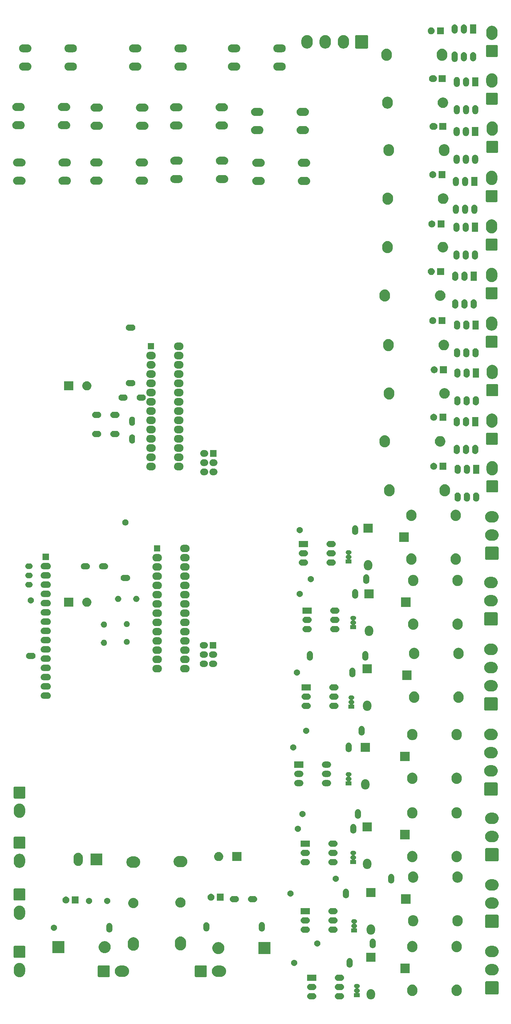
<source format=gbr>
G04 #@! TF.GenerationSoftware,KiCad,Pcbnew,(5.1.5)-3*
G04 #@! TF.CreationDate,2020-04-13T14:59:29+02:00*
G04 #@! TF.ProjectId,Tubeforming_sp,54756265-666f-4726-9d69-6e675f73702e,rev?*
G04 #@! TF.SameCoordinates,Original*
G04 #@! TF.FileFunction,Soldermask,Top*
G04 #@! TF.FilePolarity,Negative*
%FSLAX46Y46*%
G04 Gerber Fmt 4.6, Leading zero omitted, Abs format (unit mm)*
G04 Created by KiCad (PCBNEW (5.1.5)-3) date 2020-04-13 14:59:29*
%MOMM*%
%LPD*%
G04 APERTURE LIST*
%ADD10C,0.100000*%
G04 APERTURE END LIST*
D10*
G36*
X196059635Y-281063654D02*
G01*
X196276600Y-281129470D01*
X196276602Y-281129471D01*
X196476555Y-281236347D01*
X196651818Y-281380182D01*
X196795140Y-281554820D01*
X196795652Y-281555445D01*
X196902530Y-281755401D01*
X196968346Y-281972366D01*
X196985000Y-282141458D01*
X196985000Y-282754543D01*
X196968346Y-282923635D01*
X196907923Y-283122823D01*
X196902529Y-283140602D01*
X196795653Y-283340555D01*
X196721364Y-283431076D01*
X196651818Y-283515818D01*
X196503204Y-283637781D01*
X196476553Y-283659653D01*
X196314963Y-283746024D01*
X196276599Y-283766530D01*
X196059634Y-283832346D01*
X195834000Y-283854569D01*
X195608365Y-283832346D01*
X195391400Y-283766530D01*
X195391398Y-283766529D01*
X195191445Y-283659653D01*
X195070821Y-283560659D01*
X195016182Y-283515818D01*
X194872348Y-283340554D01*
X194841713Y-283283239D01*
X194765471Y-283140601D01*
X194760079Y-283122825D01*
X194699654Y-282923634D01*
X194683000Y-282754542D01*
X194683000Y-282141457D01*
X194687532Y-282095447D01*
X194699654Y-281972366D01*
X194699654Y-281972365D01*
X194765470Y-281755400D01*
X194773915Y-281739600D01*
X194872347Y-281555446D01*
X195016183Y-281380182D01*
X195191446Y-281236347D01*
X195391399Y-281129471D01*
X195391401Y-281129470D01*
X195608366Y-281063654D01*
X195834000Y-281041431D01*
X196059635Y-281063654D01*
G37*
G36*
X187764823Y-282117313D02*
G01*
X187925242Y-282165976D01*
X187975899Y-282193053D01*
X188073078Y-282244996D01*
X188202659Y-282351341D01*
X188309004Y-282480922D01*
X188309005Y-282480924D01*
X188388024Y-282628758D01*
X188436687Y-282789177D01*
X188453117Y-282956000D01*
X188436687Y-283122823D01*
X188388024Y-283283242D01*
X188317114Y-283415906D01*
X188309004Y-283431078D01*
X188202659Y-283560659D01*
X188073078Y-283667004D01*
X188073076Y-283667005D01*
X187925242Y-283746024D01*
X187764823Y-283794687D01*
X187639804Y-283807000D01*
X186756196Y-283807000D01*
X186631177Y-283794687D01*
X186470758Y-283746024D01*
X186322924Y-283667005D01*
X186322922Y-283667004D01*
X186193341Y-283560659D01*
X186086996Y-283431078D01*
X186078886Y-283415906D01*
X186007976Y-283283242D01*
X185959313Y-283122823D01*
X185942883Y-282956000D01*
X185959313Y-282789177D01*
X186007976Y-282628758D01*
X186086995Y-282480924D01*
X186086996Y-282480922D01*
X186193341Y-282351341D01*
X186322922Y-282244996D01*
X186420101Y-282193053D01*
X186470758Y-282165976D01*
X186631177Y-282117313D01*
X186756196Y-282105000D01*
X187639804Y-282105000D01*
X187764823Y-282117313D01*
G37*
G36*
X180144823Y-282117313D02*
G01*
X180305242Y-282165976D01*
X180355899Y-282193053D01*
X180453078Y-282244996D01*
X180582659Y-282351341D01*
X180689004Y-282480922D01*
X180689005Y-282480924D01*
X180768024Y-282628758D01*
X180816687Y-282789177D01*
X180833117Y-282956000D01*
X180816687Y-283122823D01*
X180768024Y-283283242D01*
X180697114Y-283415906D01*
X180689004Y-283431078D01*
X180582659Y-283560659D01*
X180453078Y-283667004D01*
X180453076Y-283667005D01*
X180305242Y-283746024D01*
X180144823Y-283794687D01*
X180019804Y-283807000D01*
X179136196Y-283807000D01*
X179011177Y-283794687D01*
X178850758Y-283746024D01*
X178702924Y-283667005D01*
X178702922Y-283667004D01*
X178573341Y-283560659D01*
X178466996Y-283431078D01*
X178458886Y-283415906D01*
X178387976Y-283283242D01*
X178339313Y-283122823D01*
X178322883Y-282956000D01*
X178339313Y-282789177D01*
X178387976Y-282628758D01*
X178466995Y-282480924D01*
X178466996Y-282480922D01*
X178573341Y-282351341D01*
X178702922Y-282244996D01*
X178800101Y-282193053D01*
X178850758Y-282165976D01*
X179011177Y-282117313D01*
X179136196Y-282105000D01*
X180019804Y-282105000D01*
X180144823Y-282117313D01*
G37*
G36*
X192382015Y-279618973D02*
G01*
X192485879Y-279650479D01*
X192513055Y-279665005D01*
X192581600Y-279701643D01*
X192665501Y-279770499D01*
X192734357Y-279854400D01*
X192750918Y-279885384D01*
X192785521Y-279950121D01*
X192817027Y-280053985D01*
X192827666Y-280162000D01*
X192817027Y-280270015D01*
X192785521Y-280373879D01*
X192785519Y-280373882D01*
X192734357Y-280469600D01*
X192665501Y-280553501D01*
X192581600Y-280622357D01*
X192534996Y-280647267D01*
X192485879Y-280673521D01*
X192473131Y-280677388D01*
X192450504Y-280686760D01*
X192430130Y-280700374D01*
X192412803Y-280717701D01*
X192399189Y-280738075D01*
X192389812Y-280760714D01*
X192385031Y-280784747D01*
X192385031Y-280809251D01*
X192389811Y-280833285D01*
X192399188Y-280855924D01*
X192412802Y-280876298D01*
X192430129Y-280893625D01*
X192450503Y-280907239D01*
X192473131Y-280916612D01*
X192485879Y-280920479D01*
X192513055Y-280935005D01*
X192581600Y-280971643D01*
X192665501Y-281040499D01*
X192734357Y-281124400D01*
X192737067Y-281129471D01*
X192785521Y-281220121D01*
X192817027Y-281323985D01*
X192827666Y-281432000D01*
X192817027Y-281540015D01*
X192785521Y-281643879D01*
X192785519Y-281643882D01*
X192734357Y-281739600D01*
X192665501Y-281823501D01*
X192581600Y-281892356D01*
X192537807Y-281915764D01*
X192517437Y-281929375D01*
X192500110Y-281946702D01*
X192486496Y-281967076D01*
X192477119Y-281989715D01*
X192472338Y-282013748D01*
X192472338Y-282038252D01*
X192477118Y-282062286D01*
X192486495Y-282084924D01*
X192500109Y-282105299D01*
X192517436Y-282122626D01*
X192537810Y-282136240D01*
X192560449Y-282145617D01*
X192584482Y-282150398D01*
X192596735Y-282151000D01*
X192825000Y-282151000D01*
X192825000Y-283253000D01*
X191223000Y-283253000D01*
X191223000Y-282151000D01*
X191451265Y-282151000D01*
X191475651Y-282148598D01*
X191499100Y-282141485D01*
X191520711Y-282129934D01*
X191539653Y-282114389D01*
X191555198Y-282095447D01*
X191566749Y-282073836D01*
X191573862Y-282050387D01*
X191576264Y-282026001D01*
X191573862Y-282001615D01*
X191566749Y-281978166D01*
X191555198Y-281956555D01*
X191539653Y-281937613D01*
X191520711Y-281922068D01*
X191510198Y-281915767D01*
X191466400Y-281892356D01*
X191382499Y-281823501D01*
X191313643Y-281739600D01*
X191262481Y-281643882D01*
X191262479Y-281643879D01*
X191230973Y-281540015D01*
X191220334Y-281432000D01*
X191230973Y-281323985D01*
X191262479Y-281220121D01*
X191310933Y-281129471D01*
X191313643Y-281124400D01*
X191382499Y-281040499D01*
X191466400Y-280971643D01*
X191534945Y-280935005D01*
X191562121Y-280920479D01*
X191574869Y-280916612D01*
X191597496Y-280907240D01*
X191617870Y-280893626D01*
X191635197Y-280876299D01*
X191648811Y-280855925D01*
X191658188Y-280833286D01*
X191662969Y-280809253D01*
X191662969Y-280784749D01*
X191658189Y-280760715D01*
X191648812Y-280738076D01*
X191635198Y-280717702D01*
X191617871Y-280700375D01*
X191597497Y-280686761D01*
X191574869Y-280677388D01*
X191562121Y-280673521D01*
X191513004Y-280647267D01*
X191466400Y-280622357D01*
X191382499Y-280553501D01*
X191313643Y-280469600D01*
X191262481Y-280373882D01*
X191262479Y-280373879D01*
X191230973Y-280270015D01*
X191220334Y-280162000D01*
X191230973Y-280053985D01*
X191262479Y-279950121D01*
X191297082Y-279885384D01*
X191313643Y-279854400D01*
X191382499Y-279770499D01*
X191466400Y-279701643D01*
X191534945Y-279665005D01*
X191562121Y-279650479D01*
X191665985Y-279618973D01*
X191746933Y-279611000D01*
X192301067Y-279611000D01*
X192382015Y-279618973D01*
G37*
G36*
X219706643Y-279805272D02*
G01*
X219868595Y-279854400D01*
X219970736Y-279885384D01*
X220200201Y-280008036D01*
X220214119Y-280015475D01*
X220255797Y-280049680D01*
X220427450Y-280190550D01*
X220570092Y-280364360D01*
X220602525Y-280403880D01*
X220602526Y-280403882D01*
X220732616Y-280647263D01*
X220748727Y-280700374D01*
X220812728Y-280911356D01*
X220813627Y-280920481D01*
X220833000Y-281117180D01*
X220833000Y-281554819D01*
X220832938Y-281555445D01*
X220812728Y-281760643D01*
X220793660Y-281823501D01*
X220732616Y-282024736D01*
X220647525Y-282183930D01*
X220602525Y-282268120D01*
X220566329Y-282312224D01*
X220427450Y-282481450D01*
X220269691Y-282610918D01*
X220214120Y-282656525D01*
X220214118Y-282656526D01*
X219970737Y-282786616D01*
X219962294Y-282789177D01*
X219706644Y-282866728D01*
X219432000Y-282893778D01*
X219157357Y-282866728D01*
X218901707Y-282789177D01*
X218893264Y-282786616D01*
X218649883Y-282656526D01*
X218649881Y-282656525D01*
X218608203Y-282622320D01*
X218436550Y-282481450D01*
X218293908Y-282307640D01*
X218261475Y-282268120D01*
X218249115Y-282244996D01*
X218131384Y-282024737D01*
X218107712Y-281946702D01*
X218051272Y-281760644D01*
X218031000Y-281554818D01*
X218031000Y-281117183D01*
X218051272Y-280911357D01*
X218131383Y-280647268D01*
X218131384Y-280647264D01*
X218261474Y-280403883D01*
X218261475Y-280403881D01*
X218295680Y-280362203D01*
X218436550Y-280190550D01*
X218610360Y-280047908D01*
X218649880Y-280015475D01*
X218663797Y-280008036D01*
X218893263Y-279885384D01*
X218995404Y-279854400D01*
X219157356Y-279805272D01*
X219432000Y-279778222D01*
X219706643Y-279805272D01*
G37*
G36*
X207506643Y-279805272D02*
G01*
X207668595Y-279854400D01*
X207770736Y-279885384D01*
X208000201Y-280008036D01*
X208014119Y-280015475D01*
X208055797Y-280049680D01*
X208227450Y-280190550D01*
X208370092Y-280364360D01*
X208402525Y-280403880D01*
X208402526Y-280403882D01*
X208532616Y-280647263D01*
X208548727Y-280700374D01*
X208612728Y-280911356D01*
X208613627Y-280920481D01*
X208633000Y-281117180D01*
X208633000Y-281554819D01*
X208632938Y-281555445D01*
X208612728Y-281760643D01*
X208593660Y-281823501D01*
X208532616Y-282024736D01*
X208447525Y-282183930D01*
X208402525Y-282268120D01*
X208366329Y-282312224D01*
X208227450Y-282481450D01*
X208069691Y-282610918D01*
X208014120Y-282656525D01*
X208014118Y-282656526D01*
X207770737Y-282786616D01*
X207762294Y-282789177D01*
X207506644Y-282866728D01*
X207232000Y-282893778D01*
X206957357Y-282866728D01*
X206701707Y-282789177D01*
X206693264Y-282786616D01*
X206449883Y-282656526D01*
X206449881Y-282656525D01*
X206408203Y-282622320D01*
X206236550Y-282481450D01*
X206093908Y-282307640D01*
X206061475Y-282268120D01*
X206049115Y-282244996D01*
X205931384Y-282024737D01*
X205907712Y-281946702D01*
X205851272Y-281760644D01*
X205831000Y-281554818D01*
X205831000Y-281117183D01*
X205851272Y-280911357D01*
X205931383Y-280647268D01*
X205931384Y-280647264D01*
X206061474Y-280403883D01*
X206061475Y-280403881D01*
X206095680Y-280362203D01*
X206236550Y-280190550D01*
X206410360Y-280047908D01*
X206449880Y-280015475D01*
X206463797Y-280008036D01*
X206693263Y-279885384D01*
X206795404Y-279854400D01*
X206957356Y-279805272D01*
X207232000Y-279778222D01*
X207506643Y-279805272D01*
G37*
G36*
X230671930Y-278876443D02*
G01*
X230738699Y-278896697D01*
X230800224Y-278929583D01*
X230854156Y-278973844D01*
X230898417Y-279027776D01*
X230931303Y-279089301D01*
X230951557Y-279156070D01*
X230959000Y-279231640D01*
X230959000Y-282108360D01*
X230951557Y-282183930D01*
X230931303Y-282250699D01*
X230898417Y-282312224D01*
X230854156Y-282366156D01*
X230800224Y-282410417D01*
X230738699Y-282443303D01*
X230671930Y-282463557D01*
X230596360Y-282471000D01*
X227619640Y-282471000D01*
X227544070Y-282463557D01*
X227477301Y-282443303D01*
X227415776Y-282410417D01*
X227361844Y-282366156D01*
X227317583Y-282312224D01*
X227284697Y-282250699D01*
X227264443Y-282183930D01*
X227257000Y-282108360D01*
X227257000Y-279231640D01*
X227264443Y-279156070D01*
X227284697Y-279089301D01*
X227317583Y-279027776D01*
X227361844Y-278973844D01*
X227415776Y-278929583D01*
X227477301Y-278896697D01*
X227544070Y-278876443D01*
X227619640Y-278869000D01*
X230596360Y-278869000D01*
X230671930Y-278876443D01*
G37*
G36*
X187764823Y-279577313D02*
G01*
X187925242Y-279625976D01*
X188057906Y-279696886D01*
X188073078Y-279704996D01*
X188202659Y-279811341D01*
X188309004Y-279940922D01*
X188309005Y-279940924D01*
X188388024Y-280088758D01*
X188436687Y-280249177D01*
X188453117Y-280416000D01*
X188436687Y-280582823D01*
X188388024Y-280743242D01*
X188378684Y-280760715D01*
X188309004Y-280891078D01*
X188202659Y-281020659D01*
X188073078Y-281127004D01*
X188057906Y-281135114D01*
X187925242Y-281206024D01*
X187764823Y-281254687D01*
X187639804Y-281267000D01*
X186756196Y-281267000D01*
X186631177Y-281254687D01*
X186470758Y-281206024D01*
X186338094Y-281135114D01*
X186322922Y-281127004D01*
X186193341Y-281020659D01*
X186086996Y-280891078D01*
X186017316Y-280760715D01*
X186007976Y-280743242D01*
X185959313Y-280582823D01*
X185942883Y-280416000D01*
X185959313Y-280249177D01*
X186007976Y-280088758D01*
X186086995Y-279940924D01*
X186086996Y-279940922D01*
X186193341Y-279811341D01*
X186322922Y-279704996D01*
X186338094Y-279696886D01*
X186470758Y-279625976D01*
X186631177Y-279577313D01*
X186756196Y-279565000D01*
X187639804Y-279565000D01*
X187764823Y-279577313D01*
G37*
G36*
X180144823Y-279577313D02*
G01*
X180305242Y-279625976D01*
X180437906Y-279696886D01*
X180453078Y-279704996D01*
X180582659Y-279811341D01*
X180689004Y-279940922D01*
X180689005Y-279940924D01*
X180768024Y-280088758D01*
X180816687Y-280249177D01*
X180833117Y-280416000D01*
X180816687Y-280582823D01*
X180768024Y-280743242D01*
X180758684Y-280760715D01*
X180689004Y-280891078D01*
X180582659Y-281020659D01*
X180453078Y-281127004D01*
X180437906Y-281135114D01*
X180305242Y-281206024D01*
X180144823Y-281254687D01*
X180019804Y-281267000D01*
X179136196Y-281267000D01*
X179011177Y-281254687D01*
X178850758Y-281206024D01*
X178718094Y-281135114D01*
X178702922Y-281127004D01*
X178573341Y-281020659D01*
X178466996Y-280891078D01*
X178397316Y-280760715D01*
X178387976Y-280743242D01*
X178339313Y-280582823D01*
X178322883Y-280416000D01*
X178339313Y-280249177D01*
X178387976Y-280088758D01*
X178466995Y-279940924D01*
X178466996Y-279940922D01*
X178573341Y-279811341D01*
X178702922Y-279704996D01*
X178718094Y-279696886D01*
X178850758Y-279625976D01*
X179011177Y-279577313D01*
X179136196Y-279565000D01*
X180019804Y-279565000D01*
X180144823Y-279577313D01*
G37*
G36*
X180829000Y-278727000D02*
G01*
X178327000Y-278727000D01*
X178327000Y-277025000D01*
X180829000Y-277025000D01*
X180829000Y-278727000D01*
G37*
G36*
X187764823Y-277037313D02*
G01*
X187925242Y-277085976D01*
X187969944Y-277109870D01*
X188073078Y-277164996D01*
X188202659Y-277271341D01*
X188309004Y-277400922D01*
X188309005Y-277400924D01*
X188388024Y-277548758D01*
X188436687Y-277709177D01*
X188453117Y-277876000D01*
X188436687Y-278042823D01*
X188388024Y-278203242D01*
X188317114Y-278335906D01*
X188309004Y-278351078D01*
X188202659Y-278480659D01*
X188073078Y-278587004D01*
X188073076Y-278587005D01*
X187925242Y-278666024D01*
X187764823Y-278714687D01*
X187639804Y-278727000D01*
X186756196Y-278727000D01*
X186631177Y-278714687D01*
X186470758Y-278666024D01*
X186322924Y-278587005D01*
X186322922Y-278587004D01*
X186193341Y-278480659D01*
X186086996Y-278351078D01*
X186078886Y-278335906D01*
X186007976Y-278203242D01*
X185959313Y-278042823D01*
X185942883Y-277876000D01*
X185959313Y-277709177D01*
X186007976Y-277548758D01*
X186086995Y-277400924D01*
X186086996Y-277400922D01*
X186193341Y-277271341D01*
X186322922Y-277164996D01*
X186426056Y-277109870D01*
X186470758Y-277085976D01*
X186631177Y-277037313D01*
X186756196Y-277025000D01*
X187639804Y-277025000D01*
X187764823Y-277037313D01*
G37*
G36*
X99568049Y-273843442D02*
G01*
X99860414Y-273932130D01*
X99860416Y-273932131D01*
X100129858Y-274076150D01*
X100366029Y-274269971D01*
X100559850Y-274506142D01*
X100687030Y-274744081D01*
X100703870Y-274775586D01*
X100792558Y-275067951D01*
X100815000Y-275295811D01*
X100815000Y-276248190D01*
X100792558Y-276476049D01*
X100726317Y-276694416D01*
X100703869Y-276768416D01*
X100559850Y-277037858D01*
X100455511Y-277164995D01*
X100366029Y-277274029D01*
X100211408Y-277400922D01*
X100129856Y-277467850D01*
X99952877Y-277562447D01*
X99860413Y-277611870D01*
X99568048Y-277700558D01*
X99264000Y-277730504D01*
X98959951Y-277700558D01*
X98667586Y-277611870D01*
X98611271Y-277581769D01*
X98398142Y-277467850D01*
X98192094Y-277298750D01*
X98161971Y-277274029D01*
X97968151Y-277037857D01*
X97967861Y-277037314D01*
X97824131Y-276768415D01*
X97824130Y-276768413D01*
X97735442Y-276476048D01*
X97713000Y-276248189D01*
X97713000Y-275295810D01*
X97735442Y-275067951D01*
X97824130Y-274775586D01*
X97844714Y-274737076D01*
X97968150Y-274506143D01*
X98161972Y-274269971D01*
X98398143Y-274076150D01*
X98667585Y-273932131D01*
X98667587Y-273932130D01*
X98959952Y-273843442D01*
X99264000Y-273813496D01*
X99568049Y-273843442D01*
G37*
G36*
X123832175Y-274503482D02*
G01*
X123889562Y-274520890D01*
X123942447Y-274549158D01*
X123988801Y-274587199D01*
X124026842Y-274633553D01*
X124055110Y-274686438D01*
X124072518Y-274743825D01*
X124079000Y-274809640D01*
X124079000Y-277386360D01*
X124072518Y-277452175D01*
X124055110Y-277509562D01*
X124026842Y-277562447D01*
X123988801Y-277608801D01*
X123942447Y-277646842D01*
X123889562Y-277675110D01*
X123832175Y-277692518D01*
X123766360Y-277699000D01*
X121089640Y-277699000D01*
X121023825Y-277692518D01*
X120966438Y-277675110D01*
X120913553Y-277646842D01*
X120867199Y-277608801D01*
X120829158Y-277562447D01*
X120800890Y-277509562D01*
X120783482Y-277452175D01*
X120777000Y-277386360D01*
X120777000Y-274809640D01*
X120783482Y-274743825D01*
X120800890Y-274686438D01*
X120829158Y-274633553D01*
X120867199Y-274587199D01*
X120913553Y-274549158D01*
X120966438Y-274520890D01*
X121023825Y-274503482D01*
X121089640Y-274497000D01*
X123766360Y-274497000D01*
X123832175Y-274503482D01*
G37*
G36*
X150502175Y-274503482D02*
G01*
X150559562Y-274520890D01*
X150612447Y-274549158D01*
X150658801Y-274587199D01*
X150696842Y-274633553D01*
X150725110Y-274686438D01*
X150742518Y-274743825D01*
X150749000Y-274809640D01*
X150749000Y-277386360D01*
X150742518Y-277452175D01*
X150725110Y-277509562D01*
X150696842Y-277562447D01*
X150658801Y-277608801D01*
X150612447Y-277646842D01*
X150559562Y-277675110D01*
X150502175Y-277692518D01*
X150436360Y-277699000D01*
X147759640Y-277699000D01*
X147693825Y-277692518D01*
X147636438Y-277675110D01*
X147583553Y-277646842D01*
X147537199Y-277608801D01*
X147499158Y-277562447D01*
X147470890Y-277509562D01*
X147453482Y-277452175D01*
X147447000Y-277386360D01*
X147447000Y-274809640D01*
X147453482Y-274743825D01*
X147470890Y-274686438D01*
X147499158Y-274633553D01*
X147537199Y-274587199D01*
X147583553Y-274549158D01*
X147636438Y-274520890D01*
X147693825Y-274503482D01*
X147759640Y-274497000D01*
X150436360Y-274497000D01*
X150502175Y-274503482D01*
G37*
G36*
X154596101Y-274549158D02*
G01*
X154802049Y-274569442D01*
X155094414Y-274658130D01*
X155094416Y-274658131D01*
X155363858Y-274802150D01*
X155600029Y-274995971D01*
X155793850Y-275232142D01*
X155865373Y-275365953D01*
X155937870Y-275501586D01*
X156026558Y-275793951D01*
X156056504Y-276098000D01*
X156026558Y-276402049D01*
X156004110Y-276476049D01*
X155937869Y-276694416D01*
X155793850Y-276963858D01*
X155600029Y-277200029D01*
X155363858Y-277393850D01*
X155125757Y-277521117D01*
X155094414Y-277537870D01*
X154802049Y-277626558D01*
X154650143Y-277641519D01*
X154574191Y-277649000D01*
X153621809Y-277649000D01*
X153545857Y-277641519D01*
X153393951Y-277626558D01*
X153101586Y-277537870D01*
X153070243Y-277521117D01*
X152832142Y-277393850D01*
X152595971Y-277200029D01*
X152402150Y-276963858D01*
X152258131Y-276694416D01*
X152191890Y-276476049D01*
X152169442Y-276402049D01*
X152139496Y-276098000D01*
X152169442Y-275793951D01*
X152258130Y-275501586D01*
X152330627Y-275365953D01*
X152402150Y-275232142D01*
X152595971Y-274995971D01*
X152832142Y-274802150D01*
X153101584Y-274658131D01*
X153101586Y-274658130D01*
X153393951Y-274569442D01*
X153599899Y-274549158D01*
X153621809Y-274547000D01*
X154574191Y-274547000D01*
X154596101Y-274549158D01*
G37*
G36*
X127926101Y-274549158D02*
G01*
X128132049Y-274569442D01*
X128424414Y-274658130D01*
X128424416Y-274658131D01*
X128693858Y-274802150D01*
X128930029Y-274995971D01*
X129123850Y-275232142D01*
X129195373Y-275365953D01*
X129267870Y-275501586D01*
X129356558Y-275793951D01*
X129386504Y-276098000D01*
X129356558Y-276402049D01*
X129334110Y-276476049D01*
X129267869Y-276694416D01*
X129123850Y-276963858D01*
X128930029Y-277200029D01*
X128693858Y-277393850D01*
X128455757Y-277521117D01*
X128424414Y-277537870D01*
X128132049Y-277626558D01*
X127980143Y-277641519D01*
X127904191Y-277649000D01*
X126951809Y-277649000D01*
X126875857Y-277641519D01*
X126723951Y-277626558D01*
X126431586Y-277537870D01*
X126400243Y-277521117D01*
X126162142Y-277393850D01*
X125925971Y-277200029D01*
X125732150Y-276963858D01*
X125588131Y-276694416D01*
X125521890Y-276476049D01*
X125499442Y-276402049D01*
X125469496Y-276098000D01*
X125499442Y-275793951D01*
X125588130Y-275501586D01*
X125660627Y-275365953D01*
X125732150Y-275232142D01*
X125925971Y-274995971D01*
X126162142Y-274802150D01*
X126431584Y-274658131D01*
X126431586Y-274658130D01*
X126723951Y-274569442D01*
X126929899Y-274549158D01*
X126951809Y-274547000D01*
X127904191Y-274547000D01*
X127926101Y-274549158D01*
G37*
G36*
X229560143Y-274126481D02*
G01*
X229712049Y-274141442D01*
X230004414Y-274230130D01*
X230004416Y-274230131D01*
X230273858Y-274374150D01*
X230510029Y-274567971D01*
X230703850Y-274804142D01*
X230844858Y-275067951D01*
X230847870Y-275073586D01*
X230936558Y-275365951D01*
X230966504Y-275670000D01*
X230936558Y-275974049D01*
X230847870Y-276266414D01*
X230847869Y-276266416D01*
X230703850Y-276535858D01*
X230510029Y-276772029D01*
X230273858Y-276965850D01*
X230004416Y-277109869D01*
X230004414Y-277109870D01*
X229712049Y-277198558D01*
X229560143Y-277213519D01*
X229484191Y-277221000D01*
X228731809Y-277221000D01*
X228655857Y-277213519D01*
X228503951Y-277198558D01*
X228211586Y-277109870D01*
X228211584Y-277109869D01*
X227942142Y-276965850D01*
X227705971Y-276772029D01*
X227512150Y-276535858D01*
X227368131Y-276266416D01*
X227368130Y-276266414D01*
X227279442Y-275974049D01*
X227249496Y-275670000D01*
X227279442Y-275365951D01*
X227368130Y-275073586D01*
X227371142Y-275067951D01*
X227512150Y-274804142D01*
X227705971Y-274567971D01*
X227942142Y-274374150D01*
X228211584Y-274230131D01*
X228211586Y-274230130D01*
X228503951Y-274141442D01*
X228655857Y-274126481D01*
X228731809Y-274119000D01*
X229484191Y-274119000D01*
X229560143Y-274126481D01*
G37*
G36*
X206533000Y-276637000D02*
G01*
X203931000Y-276637000D01*
X203931000Y-274035000D01*
X206533000Y-274035000D01*
X206533000Y-276637000D01*
G37*
G36*
X190158822Y-272523313D02*
G01*
X190319241Y-272571976D01*
X190467077Y-272650995D01*
X190596659Y-272757341D01*
X190703004Y-272886922D01*
X190703005Y-272886924D01*
X190782024Y-273034758D01*
X190830687Y-273195177D01*
X190843000Y-273320196D01*
X190843000Y-274303803D01*
X190830687Y-274428823D01*
X190782024Y-274589242D01*
X190711114Y-274721906D01*
X190703004Y-274737078D01*
X190596659Y-274866659D01*
X190467078Y-274973004D01*
X190467076Y-274973005D01*
X190319242Y-275052024D01*
X190158823Y-275100687D01*
X189992000Y-275117117D01*
X189825178Y-275100687D01*
X189664759Y-275052024D01*
X189516925Y-274973005D01*
X189516923Y-274973004D01*
X189387342Y-274866659D01*
X189280997Y-274737078D01*
X189272887Y-274721906D01*
X189201977Y-274589242D01*
X189153314Y-274428823D01*
X189141000Y-274303803D01*
X189141000Y-273320197D01*
X189153313Y-273195178D01*
X189201976Y-273034759D01*
X189280995Y-272886923D01*
X189387341Y-272757341D01*
X189516922Y-272650996D01*
X189532094Y-272642886D01*
X189664758Y-272571976D01*
X189825177Y-272523313D01*
X189992000Y-272506883D01*
X190158822Y-272523313D01*
G37*
G36*
X175000228Y-272993703D02*
G01*
X175155100Y-273057853D01*
X175294481Y-273150985D01*
X175413015Y-273269519D01*
X175506147Y-273408900D01*
X175570297Y-273563772D01*
X175603000Y-273728184D01*
X175603000Y-273895816D01*
X175570297Y-274060228D01*
X175506147Y-274215100D01*
X175413015Y-274354481D01*
X175294481Y-274473015D01*
X175155100Y-274566147D01*
X175000228Y-274630297D01*
X174835816Y-274663000D01*
X174668184Y-274663000D01*
X174503772Y-274630297D01*
X174348900Y-274566147D01*
X174209519Y-274473015D01*
X174090985Y-274354481D01*
X173997853Y-274215100D01*
X173933703Y-274060228D01*
X173901000Y-273895816D01*
X173901000Y-273728184D01*
X173933703Y-273563772D01*
X173997853Y-273408900D01*
X174090985Y-273269519D01*
X174209519Y-273150985D01*
X174348900Y-273057853D01*
X174503772Y-272993703D01*
X174668184Y-272961000D01*
X174835816Y-272961000D01*
X175000228Y-272993703D01*
G37*
G36*
X197085000Y-273539000D02*
G01*
X194583000Y-273539000D01*
X194583000Y-271037000D01*
X197085000Y-271037000D01*
X197085000Y-273539000D01*
G37*
G36*
X100618175Y-269127482D02*
G01*
X100675562Y-269144890D01*
X100728447Y-269173158D01*
X100774801Y-269211199D01*
X100812842Y-269257553D01*
X100841110Y-269310438D01*
X100858518Y-269367825D01*
X100865000Y-269433640D01*
X100865000Y-272110360D01*
X100858518Y-272176175D01*
X100841110Y-272233562D01*
X100812842Y-272286447D01*
X100774801Y-272332801D01*
X100728447Y-272370842D01*
X100675562Y-272399110D01*
X100618175Y-272416518D01*
X100552360Y-272423000D01*
X97975640Y-272423000D01*
X97909825Y-272416518D01*
X97852438Y-272399110D01*
X97799553Y-272370842D01*
X97753199Y-272332801D01*
X97715158Y-272286447D01*
X97686890Y-272233562D01*
X97669482Y-272176175D01*
X97663000Y-272110360D01*
X97663000Y-269433640D01*
X97669482Y-269367825D01*
X97686890Y-269310438D01*
X97715158Y-269257553D01*
X97753199Y-269211199D01*
X97799553Y-269173158D01*
X97852438Y-269144890D01*
X97909825Y-269127482D01*
X97975640Y-269121000D01*
X100552360Y-269121000D01*
X100618175Y-269127482D01*
G37*
G36*
X229560143Y-269126481D02*
G01*
X229712049Y-269141442D01*
X230004414Y-269230130D01*
X230004416Y-269230131D01*
X230273858Y-269374150D01*
X230510029Y-269567971D01*
X230703850Y-269804142D01*
X230821759Y-270024736D01*
X230847870Y-270073586D01*
X230936558Y-270365951D01*
X230966504Y-270670000D01*
X230936558Y-270974049D01*
X230864650Y-271211097D01*
X230847869Y-271266416D01*
X230703850Y-271535858D01*
X230510029Y-271772029D01*
X230273858Y-271965850D01*
X230004416Y-272109869D01*
X230004414Y-272109870D01*
X229712049Y-272198558D01*
X229560143Y-272213519D01*
X229484191Y-272221000D01*
X228731809Y-272221000D01*
X228655857Y-272213519D01*
X228503951Y-272198558D01*
X228211586Y-272109870D01*
X228211584Y-272109869D01*
X227942142Y-271965850D01*
X227705971Y-271772029D01*
X227512150Y-271535858D01*
X227368131Y-271266416D01*
X227351350Y-271211097D01*
X227279442Y-270974049D01*
X227249496Y-270670000D01*
X227279442Y-270365951D01*
X227368130Y-270073586D01*
X227394241Y-270024736D01*
X227512150Y-269804142D01*
X227705971Y-269567971D01*
X227942142Y-269374150D01*
X228211584Y-269230131D01*
X228211586Y-269230130D01*
X228503951Y-269141442D01*
X228655857Y-269126481D01*
X228731809Y-269119000D01*
X229484191Y-269119000D01*
X229560143Y-269126481D01*
G37*
G36*
X168275000Y-271399000D02*
G01*
X164973000Y-271399000D01*
X164973000Y-268097000D01*
X168275000Y-268097000D01*
X168275000Y-271399000D01*
G37*
G36*
X154299256Y-268139298D02*
G01*
X154405579Y-268160447D01*
X154706042Y-268284903D01*
X154976451Y-268465585D01*
X155206415Y-268695549D01*
X155350614Y-268911358D01*
X155387098Y-268965960D01*
X155388690Y-268969803D01*
X155511553Y-269266421D01*
X155524001Y-269329000D01*
X155575000Y-269585389D01*
X155575000Y-269910611D01*
X155552299Y-270024736D01*
X155511553Y-270229579D01*
X155455100Y-270365869D01*
X155405960Y-270484504D01*
X155387097Y-270530042D01*
X155206415Y-270800451D01*
X154976451Y-271030415D01*
X154706042Y-271211097D01*
X154405579Y-271335553D01*
X154299256Y-271356702D01*
X154086611Y-271399000D01*
X153761389Y-271399000D01*
X153548744Y-271356702D01*
X153442421Y-271335553D01*
X153141958Y-271211097D01*
X152871549Y-271030415D01*
X152641585Y-270800451D01*
X152460903Y-270530042D01*
X152442041Y-270484504D01*
X152392900Y-270365869D01*
X152336447Y-270229579D01*
X152295701Y-270024736D01*
X152273000Y-269910611D01*
X152273000Y-269585389D01*
X152323999Y-269329000D01*
X152336447Y-269266421D01*
X152459310Y-268969803D01*
X152460902Y-268965960D01*
X152497386Y-268911358D01*
X152641585Y-268695549D01*
X152871549Y-268465585D01*
X153141958Y-268284903D01*
X153442421Y-268160447D01*
X153548744Y-268139298D01*
X153761389Y-268097000D01*
X154086611Y-268097000D01*
X154299256Y-268139298D01*
G37*
G36*
X123057256Y-267885298D02*
G01*
X123163579Y-267906447D01*
X123356122Y-267986201D01*
X123442438Y-268021954D01*
X123464042Y-268030903D01*
X123734451Y-268211585D01*
X123964415Y-268441549D01*
X124145097Y-268711958D01*
X124265316Y-269002191D01*
X124269553Y-269012422D01*
X124333000Y-269331389D01*
X124333000Y-269656611D01*
X124311104Y-269766687D01*
X124269553Y-269975579D01*
X124249191Y-270024736D01*
X124148379Y-270268120D01*
X124145097Y-270276042D01*
X123964415Y-270546451D01*
X123734451Y-270776415D01*
X123464042Y-270957097D01*
X123464041Y-270957098D01*
X123464040Y-270957098D01*
X123376037Y-270993550D01*
X123163579Y-271081553D01*
X123057256Y-271102702D01*
X122844611Y-271145000D01*
X122519389Y-271145000D01*
X122306744Y-271102702D01*
X122200421Y-271081553D01*
X121987963Y-270993550D01*
X121899960Y-270957098D01*
X121899959Y-270957098D01*
X121899958Y-270957097D01*
X121629549Y-270776415D01*
X121399585Y-270546451D01*
X121218903Y-270276042D01*
X121215622Y-270268120D01*
X121114809Y-270024736D01*
X121094447Y-269975579D01*
X121052896Y-269766687D01*
X121031000Y-269656611D01*
X121031000Y-269331389D01*
X121094447Y-269012422D01*
X121098685Y-269002191D01*
X121218903Y-268711958D01*
X121399585Y-268441549D01*
X121629549Y-268211585D01*
X121899958Y-268030903D01*
X121921563Y-268021954D01*
X122007878Y-267986201D01*
X122200421Y-267906447D01*
X122306744Y-267885298D01*
X122519389Y-267843000D01*
X122844611Y-267843000D01*
X123057256Y-267885298D01*
G37*
G36*
X111633000Y-271145000D02*
G01*
X108331000Y-271145000D01*
X108331000Y-267843000D01*
X111633000Y-267843000D01*
X111633000Y-271145000D01*
G37*
G36*
X207506643Y-267805272D02*
G01*
X207690929Y-267861175D01*
X207770736Y-267885384D01*
X207959349Y-267986200D01*
X208014119Y-268015475D01*
X208055797Y-268049680D01*
X208227450Y-268190550D01*
X208370092Y-268364360D01*
X208402525Y-268403880D01*
X208402526Y-268403882D01*
X208532616Y-268647263D01*
X208547263Y-268695549D01*
X208612728Y-268911356D01*
X208621674Y-269002189D01*
X208633000Y-269117180D01*
X208633000Y-269554819D01*
X208629989Y-269585389D01*
X208612728Y-269760643D01*
X208567236Y-269910609D01*
X208532616Y-270024736D01*
X208427257Y-270221849D01*
X208402525Y-270268120D01*
X208356918Y-270323691D01*
X208227450Y-270481450D01*
X208069691Y-270610918D01*
X208014120Y-270656525D01*
X208014118Y-270656526D01*
X207770737Y-270786616D01*
X207725129Y-270800451D01*
X207506644Y-270866728D01*
X207232000Y-270893778D01*
X206957357Y-270866728D01*
X206738872Y-270800451D01*
X206693264Y-270786616D01*
X206449883Y-270656526D01*
X206449881Y-270656525D01*
X206408203Y-270622320D01*
X206236550Y-270481450D01*
X206067975Y-270276040D01*
X206061475Y-270268120D01*
X206054036Y-270254202D01*
X205931384Y-270024737D01*
X205896764Y-269910609D01*
X205851272Y-269760644D01*
X205831000Y-269554818D01*
X205831000Y-269117183D01*
X205851272Y-268911357D01*
X205931383Y-268647268D01*
X205931384Y-268647264D01*
X206061474Y-268403883D01*
X206061475Y-268403881D01*
X206095680Y-268362203D01*
X206236550Y-268190550D01*
X206410360Y-268047908D01*
X206449880Y-268015475D01*
X206504650Y-267986200D01*
X206693263Y-267885384D01*
X206773070Y-267861175D01*
X206957356Y-267805272D01*
X207232000Y-267778222D01*
X207506643Y-267805272D01*
G37*
G36*
X219706643Y-267805272D02*
G01*
X219890929Y-267861175D01*
X219970736Y-267885384D01*
X220159349Y-267986200D01*
X220214119Y-268015475D01*
X220255797Y-268049680D01*
X220427450Y-268190550D01*
X220570092Y-268364360D01*
X220602525Y-268403880D01*
X220602526Y-268403882D01*
X220732616Y-268647263D01*
X220747263Y-268695549D01*
X220812728Y-268911356D01*
X220821674Y-269002189D01*
X220833000Y-269117180D01*
X220833000Y-269554819D01*
X220829989Y-269585389D01*
X220812728Y-269760643D01*
X220767236Y-269910609D01*
X220732616Y-270024736D01*
X220627257Y-270221849D01*
X220602525Y-270268120D01*
X220556918Y-270323691D01*
X220427450Y-270481450D01*
X220269691Y-270610918D01*
X220214120Y-270656525D01*
X220214118Y-270656526D01*
X219970737Y-270786616D01*
X219925129Y-270800451D01*
X219706644Y-270866728D01*
X219432000Y-270893778D01*
X219157357Y-270866728D01*
X218938872Y-270800451D01*
X218893264Y-270786616D01*
X218649883Y-270656526D01*
X218649881Y-270656525D01*
X218608203Y-270622320D01*
X218436550Y-270481450D01*
X218267975Y-270276040D01*
X218261475Y-270268120D01*
X218254036Y-270254202D01*
X218131384Y-270024737D01*
X218096764Y-269910609D01*
X218051272Y-269760644D01*
X218031000Y-269554818D01*
X218031000Y-269117183D01*
X218051272Y-268911357D01*
X218131383Y-268647268D01*
X218131384Y-268647264D01*
X218261474Y-268403883D01*
X218261475Y-268403881D01*
X218295680Y-268362203D01*
X218436550Y-268190550D01*
X218610360Y-268047908D01*
X218649880Y-268015475D01*
X218704650Y-267986200D01*
X218893263Y-267885384D01*
X218973070Y-267861175D01*
X219157356Y-267805272D01*
X219432000Y-267778222D01*
X219706643Y-267805272D01*
G37*
G36*
X130860049Y-266797442D02*
G01*
X131152414Y-266886130D01*
X131152416Y-266886131D01*
X131421858Y-267030150D01*
X131658029Y-267223971D01*
X131851850Y-267460142D01*
X131995869Y-267729583D01*
X131995869Y-267729584D01*
X131995870Y-267729586D01*
X132084558Y-268021952D01*
X132107000Y-268249811D01*
X132107000Y-269002190D01*
X132084558Y-269230049D01*
X131996223Y-269521250D01*
X131995869Y-269522416D01*
X131851850Y-269791858D01*
X131754393Y-269910609D01*
X131658029Y-270028029D01*
X131457768Y-270192378D01*
X131421856Y-270221850D01*
X131169835Y-270356558D01*
X131152413Y-270365870D01*
X130860048Y-270454558D01*
X130556000Y-270484504D01*
X130251951Y-270454558D01*
X129959586Y-270365870D01*
X129942164Y-270356558D01*
X129690142Y-270221850D01*
X129509483Y-270073586D01*
X129453971Y-270028029D01*
X129260151Y-269791857D01*
X129246697Y-269766686D01*
X129116131Y-269522415D01*
X129116130Y-269522413D01*
X129027442Y-269230048D01*
X129005000Y-269002189D01*
X129005000Y-268249810D01*
X129006974Y-268229772D01*
X129026560Y-268030903D01*
X129027442Y-268021951D01*
X129116130Y-267729586D01*
X129170963Y-267627000D01*
X129260150Y-267460142D01*
X129377628Y-267316995D01*
X129453971Y-267223971D01*
X129690143Y-267030151D01*
X129690142Y-267030151D01*
X129690144Y-267030150D01*
X129959585Y-266886131D01*
X129959587Y-266886130D01*
X130251952Y-266797442D01*
X130556000Y-266767496D01*
X130860049Y-266797442D01*
G37*
G36*
X143814048Y-266599442D02*
G01*
X144106413Y-266688130D01*
X144106415Y-266688131D01*
X144375856Y-266832150D01*
X144375858Y-266832151D01*
X144375857Y-266832151D01*
X144612029Y-267025971D01*
X144615459Y-267030151D01*
X144805850Y-267262142D01*
X144949869Y-267531584D01*
X144949870Y-267531586D01*
X145038558Y-267823951D01*
X145053519Y-267975857D01*
X145058060Y-268021954D01*
X145061000Y-268051810D01*
X145061000Y-268904189D01*
X145038558Y-269132048D01*
X144978088Y-269331391D01*
X144949869Y-269424417D01*
X144805850Y-269693858D01*
X144612029Y-269930029D01*
X144375858Y-270123850D01*
X144106416Y-270267869D01*
X144106414Y-270267870D01*
X143814049Y-270356558D01*
X143510000Y-270386504D01*
X143205952Y-270356558D01*
X142913587Y-270267870D01*
X142913585Y-270267869D01*
X142644144Y-270123850D01*
X142582897Y-270073586D01*
X142407971Y-269930029D01*
X142294576Y-269791857D01*
X142214150Y-269693858D01*
X142070131Y-269424416D01*
X142063658Y-269403078D01*
X141981442Y-269132049D01*
X141959000Y-268904190D01*
X141959000Y-268051811D01*
X141981442Y-267823952D01*
X142070130Y-267531587D01*
X142214151Y-267262143D01*
X142407971Y-267025971D01*
X142514426Y-266938605D01*
X142644142Y-266832150D01*
X142913584Y-266688131D01*
X142913586Y-266688130D01*
X143205951Y-266599442D01*
X143510000Y-266569496D01*
X143814048Y-266599442D01*
G37*
G36*
X196508822Y-267189313D02*
G01*
X196669241Y-267237976D01*
X196817077Y-267316995D01*
X196946659Y-267423341D01*
X197053004Y-267552922D01*
X197053005Y-267552924D01*
X197132024Y-267700758D01*
X197180687Y-267861177D01*
X197193000Y-267986196D01*
X197193000Y-268969803D01*
X197180687Y-269094823D01*
X197132024Y-269255242D01*
X197091321Y-269331391D01*
X197053004Y-269403078D01*
X196946659Y-269532659D01*
X196817078Y-269639004D01*
X196817076Y-269639005D01*
X196669242Y-269718024D01*
X196508823Y-269766687D01*
X196342000Y-269783117D01*
X196175178Y-269766687D01*
X196014759Y-269718024D01*
X195866925Y-269639005D01*
X195866923Y-269639004D01*
X195737342Y-269532659D01*
X195630997Y-269403078D01*
X195592680Y-269331391D01*
X195551977Y-269255242D01*
X195503314Y-269094823D01*
X195491000Y-268969803D01*
X195491000Y-267986197D01*
X195503313Y-267861178D01*
X195551976Y-267700759D01*
X195630995Y-267552923D01*
X195737341Y-267423341D01*
X195866922Y-267316996D01*
X195882094Y-267308886D01*
X196014758Y-267237976D01*
X196175177Y-267189313D01*
X196342000Y-267172883D01*
X196508822Y-267189313D01*
G37*
G36*
X181350228Y-267659703D02*
G01*
X181505100Y-267723853D01*
X181644481Y-267816985D01*
X181763015Y-267935519D01*
X181856147Y-268074900D01*
X181920297Y-268229772D01*
X181953000Y-268394184D01*
X181953000Y-268561816D01*
X181920297Y-268726228D01*
X181856147Y-268881100D01*
X181763015Y-269020481D01*
X181644481Y-269139015D01*
X181505100Y-269232147D01*
X181350228Y-269296297D01*
X181185816Y-269329000D01*
X181018184Y-269329000D01*
X180853772Y-269296297D01*
X180698900Y-269232147D01*
X180559519Y-269139015D01*
X180440985Y-269020481D01*
X180347853Y-268881100D01*
X180283703Y-268726228D01*
X180251000Y-268561816D01*
X180251000Y-268394184D01*
X180283703Y-268229772D01*
X180347853Y-268074900D01*
X180440985Y-267935519D01*
X180559519Y-267816985D01*
X180698900Y-267723853D01*
X180853772Y-267659703D01*
X181018184Y-267627000D01*
X181185816Y-267627000D01*
X181350228Y-267659703D01*
G37*
G36*
X196059635Y-263283654D02*
G01*
X196276600Y-263349470D01*
X196276602Y-263349471D01*
X196476555Y-263456347D01*
X196651818Y-263600182D01*
X196782988Y-263760013D01*
X196795652Y-263775445D01*
X196902530Y-263975401D01*
X196968346Y-264192366D01*
X196968346Y-264192367D01*
X196985000Y-264361456D01*
X196985000Y-264974545D01*
X196981409Y-265011000D01*
X196968346Y-265143635D01*
X196929207Y-265272659D01*
X196902529Y-265360602D01*
X196795653Y-265560555D01*
X196716652Y-265656817D01*
X196651818Y-265735818D01*
X196503204Y-265857781D01*
X196476553Y-265879653D01*
X196276601Y-265986529D01*
X196276599Y-265986530D01*
X196059634Y-266052346D01*
X195834000Y-266074569D01*
X195608365Y-266052346D01*
X195391400Y-265986530D01*
X195391398Y-265986529D01*
X195191445Y-265879653D01*
X195095183Y-265800652D01*
X195016182Y-265735818D01*
X194872348Y-265560554D01*
X194843556Y-265506687D01*
X194765471Y-265360601D01*
X194753460Y-265321005D01*
X194699654Y-265143634D01*
X194683370Y-264978297D01*
X194683000Y-264974544D01*
X194683000Y-264361455D01*
X194699654Y-264192366D01*
X194699654Y-264192365D01*
X194765470Y-263975400D01*
X194799480Y-263911772D01*
X194872347Y-263775446D01*
X195016183Y-263600182D01*
X195191446Y-263456347D01*
X195391399Y-263349471D01*
X195391401Y-263349470D01*
X195608366Y-263283654D01*
X195834000Y-263261431D01*
X196059635Y-263283654D01*
G37*
G36*
X185986823Y-263829313D02*
G01*
X186147242Y-263877976D01*
X186279906Y-263948886D01*
X186295078Y-263956996D01*
X186424659Y-264063341D01*
X186531004Y-264192922D01*
X186531005Y-264192924D01*
X186610024Y-264340758D01*
X186658687Y-264501177D01*
X186675117Y-264668000D01*
X186658687Y-264834823D01*
X186610024Y-264995242D01*
X186556155Y-265096024D01*
X186531004Y-265143078D01*
X186424659Y-265272659D01*
X186295078Y-265379004D01*
X186295076Y-265379005D01*
X186147242Y-265458024D01*
X185986823Y-265506687D01*
X185861804Y-265519000D01*
X184978196Y-265519000D01*
X184853177Y-265506687D01*
X184692758Y-265458024D01*
X184544924Y-265379005D01*
X184544922Y-265379004D01*
X184415341Y-265272659D01*
X184308996Y-265143078D01*
X184283845Y-265096024D01*
X184229976Y-264995242D01*
X184181313Y-264834823D01*
X184164883Y-264668000D01*
X184181313Y-264501177D01*
X184229976Y-264340758D01*
X184308995Y-264192924D01*
X184308996Y-264192922D01*
X184415341Y-264063341D01*
X184544922Y-263956996D01*
X184560094Y-263948886D01*
X184692758Y-263877976D01*
X184853177Y-263829313D01*
X184978196Y-263817000D01*
X185861804Y-263817000D01*
X185986823Y-263829313D01*
G37*
G36*
X178366823Y-263829313D02*
G01*
X178527242Y-263877976D01*
X178659906Y-263948886D01*
X178675078Y-263956996D01*
X178804659Y-264063341D01*
X178911004Y-264192922D01*
X178911005Y-264192924D01*
X178990024Y-264340758D01*
X179038687Y-264501177D01*
X179055117Y-264668000D01*
X179038687Y-264834823D01*
X178990024Y-264995242D01*
X178936155Y-265096024D01*
X178911004Y-265143078D01*
X178804659Y-265272659D01*
X178675078Y-265379004D01*
X178675076Y-265379005D01*
X178527242Y-265458024D01*
X178366823Y-265506687D01*
X178241804Y-265519000D01*
X177358196Y-265519000D01*
X177233177Y-265506687D01*
X177072758Y-265458024D01*
X176924924Y-265379005D01*
X176924922Y-265379004D01*
X176795341Y-265272659D01*
X176688996Y-265143078D01*
X176663845Y-265096024D01*
X176609976Y-264995242D01*
X176561313Y-264834823D01*
X176544883Y-264668000D01*
X176561313Y-264501177D01*
X176609976Y-264340758D01*
X176688995Y-264192924D01*
X176688996Y-264192922D01*
X176795341Y-264063341D01*
X176924922Y-263956996D01*
X176940094Y-263948886D01*
X177072758Y-263877976D01*
X177233177Y-263829313D01*
X177358196Y-263817000D01*
X178241804Y-263817000D01*
X178366823Y-263829313D01*
G37*
G36*
X191620015Y-261838973D02*
G01*
X191723879Y-261870479D01*
X191751055Y-261885005D01*
X191819600Y-261921643D01*
X191903501Y-261990499D01*
X191972357Y-262074400D01*
X192008995Y-262142945D01*
X192023521Y-262170121D01*
X192055027Y-262273985D01*
X192065666Y-262382000D01*
X192055027Y-262490015D01*
X192023521Y-262593879D01*
X192023519Y-262593882D01*
X191972357Y-262689600D01*
X191903501Y-262773501D01*
X191819600Y-262842357D01*
X191765425Y-262871314D01*
X191723879Y-262893521D01*
X191711131Y-262897388D01*
X191688504Y-262906760D01*
X191668130Y-262920374D01*
X191650803Y-262937701D01*
X191637189Y-262958075D01*
X191627812Y-262980714D01*
X191623031Y-263004747D01*
X191623031Y-263029251D01*
X191627811Y-263053285D01*
X191637188Y-263075924D01*
X191650802Y-263096298D01*
X191668129Y-263113625D01*
X191688503Y-263127239D01*
X191711131Y-263136612D01*
X191723879Y-263140479D01*
X191751055Y-263155005D01*
X191819600Y-263191643D01*
X191903501Y-263260499D01*
X191972357Y-263344400D01*
X192005204Y-263405853D01*
X192023521Y-263440121D01*
X192055027Y-263543985D01*
X192065666Y-263652000D01*
X192055027Y-263760015D01*
X192023521Y-263863879D01*
X192023519Y-263863882D01*
X191972357Y-263959600D01*
X191953239Y-263982895D01*
X191903501Y-264043501D01*
X191819600Y-264112356D01*
X191775807Y-264135764D01*
X191755437Y-264149375D01*
X191738110Y-264166702D01*
X191724496Y-264187076D01*
X191715119Y-264209715D01*
X191710338Y-264233748D01*
X191710338Y-264258252D01*
X191715118Y-264282286D01*
X191724495Y-264304924D01*
X191738109Y-264325299D01*
X191755436Y-264342626D01*
X191775810Y-264356240D01*
X191798449Y-264365617D01*
X191822482Y-264370398D01*
X191834735Y-264371000D01*
X192063000Y-264371000D01*
X192063000Y-265473000D01*
X190461000Y-265473000D01*
X190461000Y-264371000D01*
X190689265Y-264371000D01*
X190713651Y-264368598D01*
X190737100Y-264361485D01*
X190758711Y-264349934D01*
X190777653Y-264334389D01*
X190793198Y-264315447D01*
X190804749Y-264293836D01*
X190811862Y-264270387D01*
X190814264Y-264246001D01*
X190811862Y-264221615D01*
X190804749Y-264198166D01*
X190793198Y-264176555D01*
X190777653Y-264157613D01*
X190758711Y-264142068D01*
X190748198Y-264135767D01*
X190704400Y-264112356D01*
X190620499Y-264043501D01*
X190570761Y-263982895D01*
X190551643Y-263959600D01*
X190500481Y-263863882D01*
X190500479Y-263863879D01*
X190468973Y-263760015D01*
X190458334Y-263652000D01*
X190468973Y-263543985D01*
X190500479Y-263440121D01*
X190518796Y-263405853D01*
X190551643Y-263344400D01*
X190620499Y-263260499D01*
X190704400Y-263191643D01*
X190772945Y-263155005D01*
X190800121Y-263140479D01*
X190812869Y-263136612D01*
X190835496Y-263127240D01*
X190855870Y-263113626D01*
X190873197Y-263096299D01*
X190886811Y-263075925D01*
X190896188Y-263053286D01*
X190900969Y-263029253D01*
X190900969Y-263004749D01*
X190896189Y-262980715D01*
X190886812Y-262958076D01*
X190873198Y-262937702D01*
X190855871Y-262920375D01*
X190835497Y-262906761D01*
X190812869Y-262897388D01*
X190800121Y-262893521D01*
X190758575Y-262871314D01*
X190704400Y-262842357D01*
X190620499Y-262773501D01*
X190551643Y-262689600D01*
X190500481Y-262593882D01*
X190500479Y-262593879D01*
X190468973Y-262490015D01*
X190458334Y-262382000D01*
X190468973Y-262273985D01*
X190500479Y-262170121D01*
X190515005Y-262142945D01*
X190551643Y-262074400D01*
X190620499Y-261990499D01*
X190704400Y-261921643D01*
X190772945Y-261885005D01*
X190800121Y-261870479D01*
X190903985Y-261838973D01*
X190984933Y-261831000D01*
X191539067Y-261831000D01*
X191620015Y-261838973D01*
G37*
G36*
X124118822Y-262871313D02*
G01*
X124217810Y-262901341D01*
X124272810Y-262918025D01*
X124279241Y-262919976D01*
X124427077Y-262998995D01*
X124556659Y-263105341D01*
X124663004Y-263234922D01*
X124663005Y-263234924D01*
X124742024Y-263382758D01*
X124790687Y-263543177D01*
X124803000Y-263668196D01*
X124803000Y-264651803D01*
X124790687Y-264776823D01*
X124742024Y-264937242D01*
X124711024Y-264995239D01*
X124663004Y-265085078D01*
X124556659Y-265214659D01*
X124427078Y-265321004D01*
X124427076Y-265321005D01*
X124279242Y-265400024D01*
X124118823Y-265448687D01*
X123952000Y-265465117D01*
X123785178Y-265448687D01*
X123624759Y-265400024D01*
X123476925Y-265321005D01*
X123476923Y-265321004D01*
X123347342Y-265214659D01*
X123240997Y-265085078D01*
X123192977Y-264995239D01*
X123161977Y-264937242D01*
X123113314Y-264776823D01*
X123101000Y-264651803D01*
X123101000Y-263668197D01*
X123113313Y-263543178D01*
X123161976Y-263382759D01*
X123240995Y-263234923D01*
X123347341Y-263105341D01*
X123476922Y-262998996D01*
X123492094Y-262990886D01*
X123624758Y-262919976D01*
X123631190Y-262918025D01*
X123686189Y-262901341D01*
X123785177Y-262871313D01*
X123952000Y-262854883D01*
X124118822Y-262871313D01*
G37*
G36*
X166028822Y-262617313D02*
G01*
X166139486Y-262650883D01*
X166184844Y-262664642D01*
X166189241Y-262665976D01*
X166337077Y-262744995D01*
X166451626Y-262839004D01*
X166466659Y-262851341D01*
X166573004Y-262980922D01*
X166573005Y-262980924D01*
X166652024Y-263128758D01*
X166700687Y-263289177D01*
X166713000Y-263414196D01*
X166713000Y-264397803D01*
X166700687Y-264522823D01*
X166652024Y-264683242D01*
X166581114Y-264815906D01*
X166573004Y-264831078D01*
X166466659Y-264960659D01*
X166337078Y-265067004D01*
X166337076Y-265067005D01*
X166189242Y-265146024D01*
X166028823Y-265194687D01*
X165862000Y-265211117D01*
X165695178Y-265194687D01*
X165534759Y-265146024D01*
X165386925Y-265067005D01*
X165386923Y-265067004D01*
X165257342Y-264960659D01*
X165150997Y-264831078D01*
X165142887Y-264815906D01*
X165071977Y-264683242D01*
X165023314Y-264522823D01*
X165011000Y-264397803D01*
X165011000Y-263414197D01*
X165023313Y-263289178D01*
X165071976Y-263128759D01*
X165150995Y-262980923D01*
X165257341Y-262851341D01*
X165272374Y-262839004D01*
X165386922Y-262744996D01*
X165490561Y-262689600D01*
X165534758Y-262665976D01*
X165539156Y-262664642D01*
X165584513Y-262650883D01*
X165695177Y-262617313D01*
X165862000Y-262600883D01*
X166028822Y-262617313D01*
G37*
G36*
X150788822Y-262667313D02*
G01*
X150949241Y-262715976D01*
X151097077Y-262794995D01*
X151154787Y-262842357D01*
X151226659Y-262901341D01*
X151333004Y-263030922D01*
X151333005Y-263030924D01*
X151412024Y-263178758D01*
X151460687Y-263339177D01*
X151473000Y-263464196D01*
X151473000Y-264347803D01*
X151460687Y-264472822D01*
X151412024Y-264633242D01*
X151393445Y-264668000D01*
X151333004Y-264781078D01*
X151226659Y-264910659D01*
X151097078Y-265017004D01*
X151097076Y-265017005D01*
X150949242Y-265096024D01*
X150788823Y-265144687D01*
X150622000Y-265161117D01*
X150455178Y-265144687D01*
X150294759Y-265096024D01*
X150146925Y-265017005D01*
X150146923Y-265017004D01*
X150017342Y-264910659D01*
X149910997Y-264781078D01*
X149850556Y-264668000D01*
X149831977Y-264633242D01*
X149783314Y-264472823D01*
X149771000Y-264347803D01*
X149771000Y-263464197D01*
X149783313Y-263339178D01*
X149831976Y-263178759D01*
X149910995Y-263030923D01*
X150017341Y-262901341D01*
X150089214Y-262842356D01*
X150146922Y-262794996D01*
X150162094Y-262786886D01*
X150294758Y-262715976D01*
X150455177Y-262667313D01*
X150622000Y-262650883D01*
X150788822Y-262667313D01*
G37*
G36*
X108960228Y-263341703D02*
G01*
X109115100Y-263405853D01*
X109254481Y-263498985D01*
X109373015Y-263617519D01*
X109466147Y-263756900D01*
X109530297Y-263911772D01*
X109563000Y-264076184D01*
X109563000Y-264243816D01*
X109530297Y-264408228D01*
X109466147Y-264563100D01*
X109373015Y-264702481D01*
X109254481Y-264821015D01*
X109115100Y-264914147D01*
X108960228Y-264978297D01*
X108795816Y-265011000D01*
X108628184Y-265011000D01*
X108463772Y-264978297D01*
X108308900Y-264914147D01*
X108169519Y-264821015D01*
X108050985Y-264702481D01*
X107957853Y-264563100D01*
X107893703Y-264408228D01*
X107861000Y-264243816D01*
X107861000Y-264076184D01*
X107893703Y-263911772D01*
X107957853Y-263756900D01*
X108050985Y-263617519D01*
X108169519Y-263498985D01*
X108308900Y-263405853D01*
X108463772Y-263341703D01*
X108628184Y-263309000D01*
X108795816Y-263309000D01*
X108960228Y-263341703D01*
G37*
G36*
X230671930Y-260588443D02*
G01*
X230738699Y-260608697D01*
X230800224Y-260641583D01*
X230854156Y-260685844D01*
X230898417Y-260739776D01*
X230931303Y-260801301D01*
X230951557Y-260868070D01*
X230959000Y-260943640D01*
X230959000Y-263820360D01*
X230951557Y-263895930D01*
X230931303Y-263962699D01*
X230898417Y-264024224D01*
X230854156Y-264078156D01*
X230800224Y-264122417D01*
X230738699Y-264155303D01*
X230671930Y-264175557D01*
X230596360Y-264183000D01*
X227619640Y-264183000D01*
X227544070Y-264175557D01*
X227477301Y-264155303D01*
X227415776Y-264122417D01*
X227361844Y-264078156D01*
X227317583Y-264024224D01*
X227284697Y-263962699D01*
X227264443Y-263895930D01*
X227257000Y-263820360D01*
X227257000Y-260943640D01*
X227264443Y-260868070D01*
X227284697Y-260801301D01*
X227317583Y-260739776D01*
X227361844Y-260685844D01*
X227415776Y-260641583D01*
X227477301Y-260608697D01*
X227544070Y-260588443D01*
X227619640Y-260581000D01*
X230596360Y-260581000D01*
X230671930Y-260588443D01*
G37*
G36*
X219926643Y-260709272D02*
G01*
X220122016Y-260768538D01*
X220190736Y-260789384D01*
X220420201Y-260912036D01*
X220434119Y-260919475D01*
X220463285Y-260943411D01*
X220647450Y-261094550D01*
X220790092Y-261268360D01*
X220822525Y-261307880D01*
X220822526Y-261307882D01*
X220952616Y-261551263D01*
X220973462Y-261619983D01*
X221032728Y-261815356D01*
X221032728Y-261815358D01*
X221053000Y-262021180D01*
X221053000Y-262458819D01*
X221049927Y-262490015D01*
X221032728Y-262664643D01*
X220978819Y-262842356D01*
X220952616Y-262928736D01*
X220846514Y-263127239D01*
X220822525Y-263172120D01*
X220806502Y-263191644D01*
X220647450Y-263385450D01*
X220509106Y-263498985D01*
X220434120Y-263560525D01*
X220434118Y-263560526D01*
X220190737Y-263690616D01*
X220122017Y-263711462D01*
X219926644Y-263770728D01*
X219652000Y-263797778D01*
X219377357Y-263770728D01*
X219181984Y-263711462D01*
X219113264Y-263690616D01*
X218869883Y-263560526D01*
X218869881Y-263560525D01*
X218828203Y-263526320D01*
X218656550Y-263385450D01*
X218497498Y-263191644D01*
X218481475Y-263172120D01*
X218457486Y-263127239D01*
X218351384Y-262928737D01*
X218295647Y-262744996D01*
X218271272Y-262664644D01*
X218261136Y-262561731D01*
X218251000Y-262458820D01*
X218251000Y-262021181D01*
X218271272Y-261815359D01*
X218271272Y-261815357D01*
X218351383Y-261551268D01*
X218351384Y-261551264D01*
X218481474Y-261307883D01*
X218481475Y-261307881D01*
X218515680Y-261266203D01*
X218656550Y-261094550D01*
X218840435Y-260943640D01*
X218869880Y-260919475D01*
X218883798Y-260912036D01*
X219113263Y-260789384D01*
X219181983Y-260768538D01*
X219377356Y-260709272D01*
X219652000Y-260682222D01*
X219926643Y-260709272D01*
G37*
G36*
X207726643Y-260709272D02*
G01*
X207922016Y-260768538D01*
X207990736Y-260789384D01*
X208220201Y-260912036D01*
X208234119Y-260919475D01*
X208263285Y-260943411D01*
X208447450Y-261094550D01*
X208590092Y-261268360D01*
X208622525Y-261307880D01*
X208622526Y-261307882D01*
X208752616Y-261551263D01*
X208773462Y-261619983D01*
X208832728Y-261815356D01*
X208832728Y-261815358D01*
X208853000Y-262021180D01*
X208853000Y-262458819D01*
X208849927Y-262490015D01*
X208832728Y-262664643D01*
X208778819Y-262842356D01*
X208752616Y-262928736D01*
X208646514Y-263127239D01*
X208622525Y-263172120D01*
X208606502Y-263191644D01*
X208447450Y-263385450D01*
X208309106Y-263498985D01*
X208234120Y-263560525D01*
X208234118Y-263560526D01*
X207990737Y-263690616D01*
X207922017Y-263711462D01*
X207726644Y-263770728D01*
X207452000Y-263797778D01*
X207177357Y-263770728D01*
X206981984Y-263711462D01*
X206913264Y-263690616D01*
X206669883Y-263560526D01*
X206669881Y-263560525D01*
X206628203Y-263526320D01*
X206456550Y-263385450D01*
X206297498Y-263191644D01*
X206281475Y-263172120D01*
X206257486Y-263127239D01*
X206151384Y-262928737D01*
X206095647Y-262744996D01*
X206071272Y-262664644D01*
X206061136Y-262561731D01*
X206051000Y-262458820D01*
X206051000Y-262021181D01*
X206071272Y-261815359D01*
X206071272Y-261815357D01*
X206151383Y-261551268D01*
X206151384Y-261551264D01*
X206281474Y-261307883D01*
X206281475Y-261307881D01*
X206315680Y-261266203D01*
X206456550Y-261094550D01*
X206640435Y-260943640D01*
X206669880Y-260919475D01*
X206683798Y-260912036D01*
X206913263Y-260789384D01*
X206981983Y-260768538D01*
X207177356Y-260709272D01*
X207452000Y-260682222D01*
X207726643Y-260709272D01*
G37*
G36*
X185986823Y-261289313D02*
G01*
X186147242Y-261337976D01*
X186279906Y-261408886D01*
X186295078Y-261416996D01*
X186424659Y-261523341D01*
X186531004Y-261652922D01*
X186531005Y-261652924D01*
X186610024Y-261800758D01*
X186658687Y-261961177D01*
X186675117Y-262128000D01*
X186658687Y-262294823D01*
X186610024Y-262455242D01*
X186591438Y-262490013D01*
X186531004Y-262603078D01*
X186424659Y-262732659D01*
X186295078Y-262839004D01*
X186295076Y-262839005D01*
X186147242Y-262918024D01*
X186147239Y-262918025D01*
X186140807Y-262919976D01*
X185986823Y-262966687D01*
X185861804Y-262979000D01*
X184978196Y-262979000D01*
X184853177Y-262966687D01*
X184699193Y-262919976D01*
X184692761Y-262918025D01*
X184692758Y-262918024D01*
X184544924Y-262839005D01*
X184544922Y-262839004D01*
X184415341Y-262732659D01*
X184308996Y-262603078D01*
X184248562Y-262490013D01*
X184229976Y-262455242D01*
X184181313Y-262294823D01*
X184164883Y-262128000D01*
X184181313Y-261961177D01*
X184229976Y-261800758D01*
X184308995Y-261652924D01*
X184308996Y-261652922D01*
X184415341Y-261523341D01*
X184544922Y-261416996D01*
X184560094Y-261408886D01*
X184692758Y-261337976D01*
X184853177Y-261289313D01*
X184978196Y-261277000D01*
X185861804Y-261277000D01*
X185986823Y-261289313D01*
G37*
G36*
X178366823Y-261289313D02*
G01*
X178527242Y-261337976D01*
X178659906Y-261408886D01*
X178675078Y-261416996D01*
X178804659Y-261523341D01*
X178911004Y-261652922D01*
X178911005Y-261652924D01*
X178990024Y-261800758D01*
X179038687Y-261961177D01*
X179055117Y-262128000D01*
X179038687Y-262294823D01*
X178990024Y-262455242D01*
X178971438Y-262490013D01*
X178911004Y-262603078D01*
X178804659Y-262732659D01*
X178675078Y-262839004D01*
X178675076Y-262839005D01*
X178527242Y-262918024D01*
X178527239Y-262918025D01*
X178520807Y-262919976D01*
X178366823Y-262966687D01*
X178241804Y-262979000D01*
X177358196Y-262979000D01*
X177233177Y-262966687D01*
X177079193Y-262919976D01*
X177072761Y-262918025D01*
X177072758Y-262918024D01*
X176924924Y-262839005D01*
X176924922Y-262839004D01*
X176795341Y-262732659D01*
X176688996Y-262603078D01*
X176628562Y-262490013D01*
X176609976Y-262455242D01*
X176561313Y-262294823D01*
X176544883Y-262128000D01*
X176561313Y-261961177D01*
X176609976Y-261800758D01*
X176688995Y-261652924D01*
X176688996Y-261652922D01*
X176795341Y-261523341D01*
X176924922Y-261416996D01*
X176940094Y-261408886D01*
X177072758Y-261337976D01*
X177233177Y-261289313D01*
X177358196Y-261277000D01*
X178241804Y-261277000D01*
X178366823Y-261289313D01*
G37*
G36*
X99568049Y-258093442D02*
G01*
X99860414Y-258182130D01*
X99860416Y-258182131D01*
X100129858Y-258326150D01*
X100366029Y-258519971D01*
X100559850Y-258756142D01*
X100654382Y-258933000D01*
X100703870Y-259025586D01*
X100792558Y-259317951D01*
X100815000Y-259545811D01*
X100815000Y-260498190D01*
X100792558Y-260726049D01*
X100726552Y-260943640D01*
X100703869Y-261018416D01*
X100559850Y-261287858D01*
X100453869Y-261416995D01*
X100366029Y-261524029D01*
X100208971Y-261652922D01*
X100129856Y-261717850D01*
X99947433Y-261815357D01*
X99860413Y-261861870D01*
X99568048Y-261950558D01*
X99264000Y-261980504D01*
X98959951Y-261950558D01*
X98667586Y-261861870D01*
X98667584Y-261861869D01*
X98398142Y-261717850D01*
X98268426Y-261611395D01*
X98161971Y-261524029D01*
X97968151Y-261287857D01*
X97962348Y-261277000D01*
X97824131Y-261018415D01*
X97801448Y-260943640D01*
X97735442Y-260726048D01*
X97713000Y-260498189D01*
X97713000Y-259545810D01*
X97735442Y-259317951D01*
X97824130Y-259025586D01*
X97903553Y-258876996D01*
X97968150Y-258756143D01*
X98161972Y-258519971D01*
X98398143Y-258326150D01*
X98667585Y-258182131D01*
X98667587Y-258182130D01*
X98959952Y-258093442D01*
X99264000Y-258063496D01*
X99568049Y-258093442D01*
G37*
G36*
X185986823Y-258749313D02*
G01*
X186147242Y-258797976D01*
X186191944Y-258821870D01*
X186295078Y-258876996D01*
X186424659Y-258983341D01*
X186531004Y-259112922D01*
X186531005Y-259112924D01*
X186610024Y-259260758D01*
X186658687Y-259421177D01*
X186675117Y-259588000D01*
X186658687Y-259754823D01*
X186610024Y-259915242D01*
X186539114Y-260047906D01*
X186531004Y-260063078D01*
X186424659Y-260192659D01*
X186295078Y-260299004D01*
X186295076Y-260299005D01*
X186147242Y-260378024D01*
X185986823Y-260426687D01*
X185861804Y-260439000D01*
X184978196Y-260439000D01*
X184853177Y-260426687D01*
X184692758Y-260378024D01*
X184544924Y-260299005D01*
X184544922Y-260299004D01*
X184415341Y-260192659D01*
X184308996Y-260063078D01*
X184300886Y-260047906D01*
X184229976Y-259915242D01*
X184181313Y-259754823D01*
X184164883Y-259588000D01*
X184181313Y-259421177D01*
X184229976Y-259260758D01*
X184308995Y-259112924D01*
X184308996Y-259112922D01*
X184415341Y-258983341D01*
X184544922Y-258876996D01*
X184648056Y-258821870D01*
X184692758Y-258797976D01*
X184853177Y-258749313D01*
X184978196Y-258737000D01*
X185861804Y-258737000D01*
X185986823Y-258749313D01*
G37*
G36*
X179051000Y-260439000D02*
G01*
X176549000Y-260439000D01*
X176549000Y-258737000D01*
X179051000Y-258737000D01*
X179051000Y-260439000D01*
G37*
G36*
X229560143Y-255838481D02*
G01*
X229712049Y-255853442D01*
X230004414Y-255942130D01*
X230004416Y-255942131D01*
X230273858Y-256086150D01*
X230510029Y-256279971D01*
X230703850Y-256516142D01*
X230808740Y-256712379D01*
X230847870Y-256785586D01*
X230936558Y-257077951D01*
X230966504Y-257382000D01*
X230936558Y-257686049D01*
X230874198Y-257891621D01*
X230847869Y-257978416D01*
X230703850Y-258247858D01*
X230510029Y-258484029D01*
X230273858Y-258677850D01*
X230004416Y-258821869D01*
X230004414Y-258821870D01*
X229712049Y-258910558D01*
X229560143Y-258925519D01*
X229484191Y-258933000D01*
X228731809Y-258933000D01*
X228655857Y-258925519D01*
X228503951Y-258910558D01*
X228211586Y-258821870D01*
X228211584Y-258821869D01*
X227942142Y-258677850D01*
X227705971Y-258484029D01*
X227512150Y-258247858D01*
X227368131Y-257978416D01*
X227341802Y-257891621D01*
X227279442Y-257686049D01*
X227249496Y-257382000D01*
X227279442Y-257077951D01*
X227368130Y-256785586D01*
X227407260Y-256712379D01*
X227512150Y-256516142D01*
X227705971Y-256279971D01*
X227942142Y-256086150D01*
X228211584Y-255942131D01*
X228211586Y-255942130D01*
X228503951Y-255853442D01*
X228655857Y-255838481D01*
X228731809Y-255831000D01*
X229484191Y-255831000D01*
X229560143Y-255838481D01*
G37*
G36*
X130829847Y-256002024D02*
G01*
X130964657Y-256028839D01*
X131057067Y-256067117D01*
X131219621Y-256134449D01*
X131219622Y-256134450D01*
X131449086Y-256287772D01*
X131644228Y-256482914D01*
X131736337Y-256620766D01*
X131797551Y-256712379D01*
X131827874Y-256785586D01*
X131903161Y-256967343D01*
X131921107Y-257057567D01*
X131957000Y-257238012D01*
X131957000Y-257513988D01*
X131903161Y-257784656D01*
X131797551Y-258039621D01*
X131797550Y-258039622D01*
X131644228Y-258269086D01*
X131449086Y-258464228D01*
X131365660Y-258519971D01*
X131219621Y-258617551D01*
X131074049Y-258677849D01*
X130964657Y-258723161D01*
X130874433Y-258741107D01*
X130693988Y-258777000D01*
X130418012Y-258777000D01*
X130237567Y-258741107D01*
X130147343Y-258723161D01*
X130037951Y-258677849D01*
X129892379Y-258617551D01*
X129746340Y-258519971D01*
X129662914Y-258464228D01*
X129467772Y-258269086D01*
X129314450Y-258039622D01*
X129314449Y-258039621D01*
X129208839Y-257784656D01*
X129155000Y-257513988D01*
X129155000Y-257238012D01*
X129190893Y-257057567D01*
X129208839Y-256967343D01*
X129284126Y-256785586D01*
X129314449Y-256712379D01*
X129375663Y-256620766D01*
X129467772Y-256482914D01*
X129662914Y-256287772D01*
X129892378Y-256134450D01*
X129892379Y-256134449D01*
X130054933Y-256067117D01*
X130147343Y-256028839D01*
X130282153Y-256002024D01*
X130418012Y-255975000D01*
X130693988Y-255975000D01*
X130829847Y-256002024D01*
G37*
G36*
X143780921Y-255853442D02*
G01*
X143918657Y-255880839D01*
X144020451Y-255923004D01*
X144173621Y-255986449D01*
X144196932Y-256002025D01*
X144403086Y-256139772D01*
X144598228Y-256334914D01*
X144677012Y-256452823D01*
X144751551Y-256564379D01*
X144793858Y-256666518D01*
X144856355Y-256817396D01*
X144857161Y-256819344D01*
X144911000Y-257090012D01*
X144911000Y-257365988D01*
X144857161Y-257636656D01*
X144751551Y-257891621D01*
X144751550Y-257891622D01*
X144598228Y-258121086D01*
X144403086Y-258316228D01*
X144249763Y-258418675D01*
X144173621Y-258469551D01*
X144051896Y-258519971D01*
X143918657Y-258575161D01*
X143828433Y-258593107D01*
X143647988Y-258629000D01*
X143372012Y-258629000D01*
X143191567Y-258593107D01*
X143101343Y-258575161D01*
X142968104Y-258519971D01*
X142846379Y-258469551D01*
X142770237Y-258418675D01*
X142616914Y-258316228D01*
X142421772Y-258121086D01*
X142268450Y-257891622D01*
X142268449Y-257891621D01*
X142162839Y-257636656D01*
X142109000Y-257365988D01*
X142109000Y-257090012D01*
X142162839Y-256819344D01*
X142163646Y-256817396D01*
X142226142Y-256666518D01*
X142268449Y-256564379D01*
X142342988Y-256452823D01*
X142421772Y-256334914D01*
X142616914Y-256139772D01*
X142823068Y-256002025D01*
X142846379Y-255986449D01*
X142999549Y-255923004D01*
X143101343Y-255880839D01*
X143239079Y-255853442D01*
X143372012Y-255827000D01*
X143647988Y-255827000D01*
X143780921Y-255853442D01*
G37*
G36*
X123612228Y-255975703D02*
G01*
X123767100Y-256039853D01*
X123906481Y-256132985D01*
X124025015Y-256251519D01*
X124118147Y-256390900D01*
X124182297Y-256545772D01*
X124215000Y-256710184D01*
X124215000Y-256877816D01*
X124182297Y-257042228D01*
X124118147Y-257197100D01*
X124025015Y-257336481D01*
X123906481Y-257455015D01*
X123767100Y-257548147D01*
X123612228Y-257612297D01*
X123447816Y-257645000D01*
X123280184Y-257645000D01*
X123115772Y-257612297D01*
X122960900Y-257548147D01*
X122821519Y-257455015D01*
X122702985Y-257336481D01*
X122609853Y-257197100D01*
X122545703Y-257042228D01*
X122513000Y-256877816D01*
X122513000Y-256710184D01*
X122545703Y-256545772D01*
X122609853Y-256390900D01*
X122702985Y-256251519D01*
X122821519Y-256132985D01*
X122960900Y-256039853D01*
X123115772Y-255975703D01*
X123280184Y-255943000D01*
X123447816Y-255943000D01*
X123612228Y-255975703D01*
G37*
G36*
X118612228Y-255975703D02*
G01*
X118767100Y-256039853D01*
X118906481Y-256132985D01*
X119025015Y-256251519D01*
X119118147Y-256390900D01*
X119182297Y-256545772D01*
X119215000Y-256710184D01*
X119215000Y-256877816D01*
X119182297Y-257042228D01*
X119118147Y-257197100D01*
X119025015Y-257336481D01*
X118906481Y-257455015D01*
X118767100Y-257548147D01*
X118612228Y-257612297D01*
X118447816Y-257645000D01*
X118280184Y-257645000D01*
X118115772Y-257612297D01*
X117960900Y-257548147D01*
X117821519Y-257455015D01*
X117702985Y-257336481D01*
X117609853Y-257197100D01*
X117545703Y-257042228D01*
X117513000Y-256877816D01*
X117513000Y-256710184D01*
X117545703Y-256545772D01*
X117609853Y-256390900D01*
X117702985Y-256251519D01*
X117821519Y-256132985D01*
X117960900Y-256039853D01*
X118115772Y-255975703D01*
X118280184Y-255943000D01*
X118447816Y-255943000D01*
X118612228Y-255975703D01*
G37*
G36*
X206753000Y-257541000D02*
G01*
X204151000Y-257541000D01*
X204151000Y-254939000D01*
X206753000Y-254939000D01*
X206753000Y-257541000D01*
G37*
G36*
X115505000Y-257491000D02*
G01*
X113603000Y-257491000D01*
X113603000Y-255589000D01*
X115505000Y-255589000D01*
X115505000Y-257491000D01*
G37*
G36*
X112291395Y-255625546D02*
G01*
X112464466Y-255697234D01*
X112464467Y-255697235D01*
X112620227Y-255801310D01*
X112752690Y-255933773D01*
X112780708Y-255975705D01*
X112856766Y-256089534D01*
X112928454Y-256262605D01*
X112965000Y-256446333D01*
X112965000Y-256633667D01*
X112928454Y-256817395D01*
X112856766Y-256990466D01*
X112822180Y-257042228D01*
X112752690Y-257146227D01*
X112620227Y-257278690D01*
X112541818Y-257331081D01*
X112464466Y-257382766D01*
X112291395Y-257454454D01*
X112107667Y-257491000D01*
X111920333Y-257491000D01*
X111736605Y-257454454D01*
X111563534Y-257382766D01*
X111486182Y-257331081D01*
X111407773Y-257278690D01*
X111275310Y-257146227D01*
X111205820Y-257042228D01*
X111171234Y-256990466D01*
X111099546Y-256817395D01*
X111063000Y-256633667D01*
X111063000Y-256446333D01*
X111099546Y-256262605D01*
X111171234Y-256089534D01*
X111247292Y-255975705D01*
X111275310Y-255933773D01*
X111407773Y-255801310D01*
X111563533Y-255697235D01*
X111563534Y-255697234D01*
X111736605Y-255625546D01*
X111920333Y-255589000D01*
X112107667Y-255589000D01*
X112291395Y-255625546D01*
G37*
G36*
X163888823Y-255447313D02*
G01*
X164049242Y-255495976D01*
X164181906Y-255566886D01*
X164197078Y-255574996D01*
X164326659Y-255681341D01*
X164433004Y-255810922D01*
X164433005Y-255810924D01*
X164512024Y-255958758D01*
X164560687Y-256119177D01*
X164577117Y-256286000D01*
X164560687Y-256452823D01*
X164512024Y-256613242D01*
X164459034Y-256712379D01*
X164433004Y-256761078D01*
X164326659Y-256890659D01*
X164197078Y-256997004D01*
X164197076Y-256997005D01*
X164049242Y-257076024D01*
X163888823Y-257124687D01*
X163763804Y-257137000D01*
X162880196Y-257137000D01*
X162755177Y-257124687D01*
X162594758Y-257076024D01*
X162446924Y-256997005D01*
X162446922Y-256997004D01*
X162317341Y-256890659D01*
X162210996Y-256761078D01*
X162184966Y-256712379D01*
X162131976Y-256613242D01*
X162083313Y-256452823D01*
X162066883Y-256286000D01*
X162083313Y-256119177D01*
X162131976Y-255958758D01*
X162210995Y-255810924D01*
X162210996Y-255810922D01*
X162317341Y-255681341D01*
X162446922Y-255574996D01*
X162462094Y-255566886D01*
X162594758Y-255495976D01*
X162755177Y-255447313D01*
X162880196Y-255435000D01*
X163763804Y-255435000D01*
X163888823Y-255447313D01*
G37*
G36*
X158888823Y-255447313D02*
G01*
X159049242Y-255495976D01*
X159181906Y-255566886D01*
X159197078Y-255574996D01*
X159326659Y-255681341D01*
X159433004Y-255810922D01*
X159433005Y-255810924D01*
X159512024Y-255958758D01*
X159560687Y-256119177D01*
X159577117Y-256286000D01*
X159560687Y-256452823D01*
X159512024Y-256613242D01*
X159459034Y-256712379D01*
X159433004Y-256761078D01*
X159326659Y-256890659D01*
X159197078Y-256997004D01*
X159197076Y-256997005D01*
X159049242Y-257076024D01*
X158888823Y-257124687D01*
X158763804Y-257137000D01*
X157880196Y-257137000D01*
X157755177Y-257124687D01*
X157594758Y-257076024D01*
X157446924Y-256997005D01*
X157446922Y-256997004D01*
X157317341Y-256890659D01*
X157210996Y-256761078D01*
X157184966Y-256712379D01*
X157131976Y-256613242D01*
X157083313Y-256452823D01*
X157066883Y-256286000D01*
X157083313Y-256119177D01*
X157131976Y-255958758D01*
X157210995Y-255810924D01*
X157210996Y-255810922D01*
X157317341Y-255681341D01*
X157446922Y-255574996D01*
X157462094Y-255566886D01*
X157594758Y-255495976D01*
X157755177Y-255447313D01*
X157880196Y-255435000D01*
X158763804Y-255435000D01*
X158888823Y-255447313D01*
G37*
G36*
X155383000Y-256729000D02*
G01*
X153481000Y-256729000D01*
X153481000Y-254827000D01*
X155383000Y-254827000D01*
X155383000Y-256729000D01*
G37*
G36*
X152169395Y-254863546D02*
G01*
X152342466Y-254935234D01*
X152342467Y-254935235D01*
X152498227Y-255039310D01*
X152630690Y-255171773D01*
X152630691Y-255171775D01*
X152734766Y-255327534D01*
X152806454Y-255500605D01*
X152843000Y-255684333D01*
X152843000Y-255871667D01*
X152806454Y-256055395D01*
X152734766Y-256228466D01*
X152711955Y-256262605D01*
X152630690Y-256384227D01*
X152498227Y-256516690D01*
X152426855Y-256564379D01*
X152342466Y-256620766D01*
X152169395Y-256692454D01*
X151985667Y-256729000D01*
X151798333Y-256729000D01*
X151614605Y-256692454D01*
X151441534Y-256620766D01*
X151357145Y-256564379D01*
X151285773Y-256516690D01*
X151153310Y-256384227D01*
X151072045Y-256262605D01*
X151049234Y-256228466D01*
X150977546Y-256055395D01*
X150941000Y-255871667D01*
X150941000Y-255684333D01*
X150977546Y-255500605D01*
X151049234Y-255327534D01*
X151153309Y-255171775D01*
X151153310Y-255171773D01*
X151285773Y-255039310D01*
X151441533Y-254935235D01*
X151441534Y-254935234D01*
X151614605Y-254863546D01*
X151798333Y-254827000D01*
X151985667Y-254827000D01*
X152169395Y-254863546D01*
G37*
G36*
X100618175Y-253377482D02*
G01*
X100675562Y-253394890D01*
X100728447Y-253423158D01*
X100774801Y-253461199D01*
X100812842Y-253507553D01*
X100841110Y-253560438D01*
X100858518Y-253617825D01*
X100865000Y-253683640D01*
X100865000Y-256360360D01*
X100858518Y-256426175D01*
X100841110Y-256483562D01*
X100812842Y-256536447D01*
X100774801Y-256582801D01*
X100728447Y-256620842D01*
X100675562Y-256649110D01*
X100618175Y-256666518D01*
X100552360Y-256673000D01*
X97975640Y-256673000D01*
X97909825Y-256666518D01*
X97852438Y-256649110D01*
X97799553Y-256620842D01*
X97753199Y-256582801D01*
X97715158Y-256536447D01*
X97686890Y-256483562D01*
X97669482Y-256426175D01*
X97663000Y-256360360D01*
X97663000Y-253683640D01*
X97669482Y-253617825D01*
X97686890Y-253560438D01*
X97715158Y-253507553D01*
X97753199Y-253461199D01*
X97799553Y-253423158D01*
X97852438Y-253394890D01*
X97909825Y-253377482D01*
X97975640Y-253371000D01*
X100552360Y-253371000D01*
X100618175Y-253377482D01*
G37*
G36*
X189142822Y-253473313D02*
G01*
X189303241Y-253521976D01*
X189451077Y-253600995D01*
X189580659Y-253707341D01*
X189687004Y-253836922D01*
X189687005Y-253836924D01*
X189766024Y-253984758D01*
X189814687Y-254145177D01*
X189827000Y-254270196D01*
X189827000Y-255253803D01*
X189814687Y-255378823D01*
X189766024Y-255539242D01*
X189719893Y-255625547D01*
X189687004Y-255687078D01*
X189580659Y-255816659D01*
X189451078Y-255923004D01*
X189451076Y-255923005D01*
X189303242Y-256002024D01*
X189142823Y-256050687D01*
X188976000Y-256067117D01*
X188809178Y-256050687D01*
X188648759Y-256002024D01*
X188500925Y-255923005D01*
X188500923Y-255923004D01*
X188371342Y-255816659D01*
X188264997Y-255687078D01*
X188232108Y-255625547D01*
X188185977Y-255539242D01*
X188137314Y-255378823D01*
X188125000Y-255253803D01*
X188125000Y-254270197D01*
X188137313Y-254145178D01*
X188185976Y-253984759D01*
X188264995Y-253836923D01*
X188371341Y-253707341D01*
X188500922Y-253600996D01*
X188598419Y-253548883D01*
X188648758Y-253521976D01*
X188809177Y-253473313D01*
X188976000Y-253456883D01*
X189142822Y-253473313D01*
G37*
G36*
X197085000Y-255759000D02*
G01*
X194583000Y-255759000D01*
X194583000Y-253257000D01*
X197085000Y-253257000D01*
X197085000Y-255759000D01*
G37*
G36*
X173984228Y-253943703D02*
G01*
X174139100Y-254007853D01*
X174278481Y-254100985D01*
X174397015Y-254219519D01*
X174490147Y-254358900D01*
X174554297Y-254513772D01*
X174587000Y-254678184D01*
X174587000Y-254845816D01*
X174554297Y-255010228D01*
X174490147Y-255165100D01*
X174397015Y-255304481D01*
X174278481Y-255423015D01*
X174139100Y-255516147D01*
X173984228Y-255580297D01*
X173819816Y-255613000D01*
X173652184Y-255613000D01*
X173487772Y-255580297D01*
X173332900Y-255516147D01*
X173193519Y-255423015D01*
X173074985Y-255304481D01*
X172981853Y-255165100D01*
X172917703Y-255010228D01*
X172885000Y-254845816D01*
X172885000Y-254678184D01*
X172917703Y-254513772D01*
X172981853Y-254358900D01*
X173074985Y-254219519D01*
X173193519Y-254100985D01*
X173332900Y-254007853D01*
X173487772Y-253943703D01*
X173652184Y-253911000D01*
X173819816Y-253911000D01*
X173984228Y-253943703D01*
G37*
G36*
X229560143Y-250838481D02*
G01*
X229712049Y-250853442D01*
X230004414Y-250942130D01*
X230004416Y-250942131D01*
X230273858Y-251086150D01*
X230510029Y-251279971D01*
X230703850Y-251516142D01*
X230797108Y-251690617D01*
X230847870Y-251785586D01*
X230936558Y-252077951D01*
X230966504Y-252382000D01*
X230936558Y-252686049D01*
X230847870Y-252978414D01*
X230847869Y-252978416D01*
X230703850Y-253247858D01*
X230510029Y-253484029D01*
X230273858Y-253677850D01*
X230004416Y-253821869D01*
X230004414Y-253821870D01*
X229712049Y-253910558D01*
X229560143Y-253925519D01*
X229484191Y-253933000D01*
X228731809Y-253933000D01*
X228655857Y-253925519D01*
X228503951Y-253910558D01*
X228211586Y-253821870D01*
X228211584Y-253821869D01*
X227942142Y-253677850D01*
X227705971Y-253484029D01*
X227512150Y-253247858D01*
X227368131Y-252978416D01*
X227368130Y-252978414D01*
X227279442Y-252686049D01*
X227249496Y-252382000D01*
X227279442Y-252077951D01*
X227368130Y-251785586D01*
X227418892Y-251690617D01*
X227512150Y-251516142D01*
X227705971Y-251279971D01*
X227942142Y-251086150D01*
X228211584Y-250942131D01*
X228211586Y-250942130D01*
X228503951Y-250853442D01*
X228655857Y-250838481D01*
X228731809Y-250831000D01*
X229484191Y-250831000D01*
X229560143Y-250838481D01*
G37*
G36*
X201588822Y-249409313D02*
G01*
X201749241Y-249457976D01*
X201897077Y-249536995D01*
X202026659Y-249643341D01*
X202133004Y-249772922D01*
X202133005Y-249772924D01*
X202212024Y-249920758D01*
X202260687Y-250081177D01*
X202273000Y-250206196D01*
X202273000Y-251189803D01*
X202260687Y-251314823D01*
X202212024Y-251475242D01*
X202141114Y-251607906D01*
X202133004Y-251623078D01*
X202026659Y-251752659D01*
X201897078Y-251859004D01*
X201897076Y-251859005D01*
X201749242Y-251938024D01*
X201588823Y-251986687D01*
X201422000Y-252003117D01*
X201255178Y-251986687D01*
X201094759Y-251938024D01*
X200946925Y-251859005D01*
X200946923Y-251859004D01*
X200817342Y-251752659D01*
X200710997Y-251623078D01*
X200702887Y-251607906D01*
X200631977Y-251475242D01*
X200583314Y-251314823D01*
X200571000Y-251189803D01*
X200571000Y-250206197D01*
X200583313Y-250081178D01*
X200631976Y-249920759D01*
X200710995Y-249772923D01*
X200817341Y-249643341D01*
X200929532Y-249551268D01*
X200946922Y-249536996D01*
X200962094Y-249528886D01*
X201094758Y-249457976D01*
X201255177Y-249409313D01*
X201422000Y-249392883D01*
X201588822Y-249409313D01*
G37*
G36*
X219926643Y-248709272D02*
G01*
X220122016Y-248768538D01*
X220190736Y-248789384D01*
X220420201Y-248912036D01*
X220434119Y-248919475D01*
X220475797Y-248953680D01*
X220647450Y-249094550D01*
X220790092Y-249268360D01*
X220822525Y-249307880D01*
X220822526Y-249307882D01*
X220952616Y-249551263D01*
X220973462Y-249619983D01*
X221032728Y-249815356D01*
X221053000Y-250021182D01*
X221053000Y-250458817D01*
X221032728Y-250664643D01*
X220997184Y-250781815D01*
X220952616Y-250928736D01*
X220868476Y-251086151D01*
X220822525Y-251172120D01*
X220776918Y-251227691D01*
X220647450Y-251385450D01*
X220538037Y-251475242D01*
X220434120Y-251560525D01*
X220434118Y-251560526D01*
X220190737Y-251690616D01*
X220122017Y-251711462D01*
X219926644Y-251770728D01*
X219652000Y-251797778D01*
X219377357Y-251770728D01*
X219181984Y-251711462D01*
X219113264Y-251690616D01*
X218869883Y-251560526D01*
X218869881Y-251560525D01*
X218815987Y-251516295D01*
X218656550Y-251385450D01*
X218513908Y-251211640D01*
X218481475Y-251172120D01*
X218443514Y-251101100D01*
X218351384Y-250928737D01*
X218306816Y-250781815D01*
X218271272Y-250664644D01*
X218251000Y-250458818D01*
X218251000Y-250021183D01*
X218271272Y-249815357D01*
X218351383Y-249551268D01*
X218351384Y-249551264D01*
X218481474Y-249307883D01*
X218481475Y-249307881D01*
X218515680Y-249266203D01*
X218656550Y-249094550D01*
X218830360Y-248951908D01*
X218869880Y-248919475D01*
X218883798Y-248912036D01*
X219113263Y-248789384D01*
X219181983Y-248768538D01*
X219377356Y-248709272D01*
X219652000Y-248682222D01*
X219926643Y-248709272D01*
G37*
G36*
X207726643Y-248709272D02*
G01*
X207922016Y-248768538D01*
X207990736Y-248789384D01*
X208220201Y-248912036D01*
X208234119Y-248919475D01*
X208275797Y-248953680D01*
X208447450Y-249094550D01*
X208590092Y-249268360D01*
X208622525Y-249307880D01*
X208622526Y-249307882D01*
X208752616Y-249551263D01*
X208773462Y-249619983D01*
X208832728Y-249815356D01*
X208853000Y-250021182D01*
X208853000Y-250458817D01*
X208832728Y-250664643D01*
X208797184Y-250781815D01*
X208752616Y-250928736D01*
X208668476Y-251086151D01*
X208622525Y-251172120D01*
X208576918Y-251227691D01*
X208447450Y-251385450D01*
X208338037Y-251475242D01*
X208234120Y-251560525D01*
X208234118Y-251560526D01*
X207990737Y-251690616D01*
X207922017Y-251711462D01*
X207726644Y-251770728D01*
X207452000Y-251797778D01*
X207177357Y-251770728D01*
X206981984Y-251711462D01*
X206913264Y-251690616D01*
X206669883Y-251560526D01*
X206669881Y-251560525D01*
X206615987Y-251516295D01*
X206456550Y-251385450D01*
X206313908Y-251211640D01*
X206281475Y-251172120D01*
X206243514Y-251101100D01*
X206151384Y-250928737D01*
X206106816Y-250781815D01*
X206071272Y-250664644D01*
X206051000Y-250458818D01*
X206051000Y-250021183D01*
X206071272Y-249815357D01*
X206151383Y-249551268D01*
X206151384Y-249551264D01*
X206281474Y-249307883D01*
X206281475Y-249307881D01*
X206315680Y-249266203D01*
X206456550Y-249094550D01*
X206630360Y-248951908D01*
X206669880Y-248919475D01*
X206683798Y-248912036D01*
X206913263Y-248789384D01*
X206981983Y-248768538D01*
X207177356Y-248709272D01*
X207452000Y-248682222D01*
X207726643Y-248709272D01*
G37*
G36*
X186430228Y-249879703D02*
G01*
X186585100Y-249943853D01*
X186724481Y-250036985D01*
X186843015Y-250155519D01*
X186936147Y-250294900D01*
X187000297Y-250449772D01*
X187033000Y-250614184D01*
X187033000Y-250781816D01*
X187000297Y-250946228D01*
X186936147Y-251101100D01*
X186843015Y-251240481D01*
X186724481Y-251359015D01*
X186585100Y-251452147D01*
X186430228Y-251516297D01*
X186265816Y-251549000D01*
X186098184Y-251549000D01*
X185933772Y-251516297D01*
X185778900Y-251452147D01*
X185639519Y-251359015D01*
X185520985Y-251240481D01*
X185427853Y-251101100D01*
X185363703Y-250946228D01*
X185331000Y-250781816D01*
X185331000Y-250614184D01*
X185363703Y-250449772D01*
X185427853Y-250294900D01*
X185520985Y-250155519D01*
X185639519Y-250036985D01*
X185778900Y-249943853D01*
X185933772Y-249879703D01*
X186098184Y-249847000D01*
X186265816Y-249847000D01*
X186430228Y-249879703D01*
G37*
G36*
X195043635Y-245249654D02*
G01*
X195260600Y-245315470D01*
X195260602Y-245315471D01*
X195460555Y-245422347D01*
X195635818Y-245566182D01*
X195775368Y-245736224D01*
X195779652Y-245741445D01*
X195886530Y-245941401D01*
X195952346Y-246158366D01*
X195952346Y-246158367D01*
X195969000Y-246327456D01*
X195969000Y-246940545D01*
X195966622Y-246964686D01*
X195952346Y-247109635D01*
X195902478Y-247274028D01*
X195886529Y-247326602D01*
X195779653Y-247526555D01*
X195709637Y-247611869D01*
X195635818Y-247701818D01*
X195487204Y-247823781D01*
X195460553Y-247845653D01*
X195260601Y-247952529D01*
X195260599Y-247952530D01*
X195043634Y-248018346D01*
X194818000Y-248040569D01*
X194592365Y-248018346D01*
X194375400Y-247952530D01*
X194375398Y-247952529D01*
X194175445Y-247845653D01*
X194079183Y-247766652D01*
X194000182Y-247701818D01*
X193856348Y-247526554D01*
X193824970Y-247467849D01*
X193749471Y-247326601D01*
X193733469Y-247273849D01*
X193683654Y-247109634D01*
X193667000Y-246940542D01*
X193667000Y-246327457D01*
X193683654Y-246158365D01*
X193749470Y-245941400D01*
X193759559Y-245922525D01*
X193856347Y-245741446D01*
X194000183Y-245566182D01*
X194175446Y-245422347D01*
X194375399Y-245315471D01*
X194375401Y-245315470D01*
X194592366Y-245249654D01*
X194818000Y-245227431D01*
X195043635Y-245249654D01*
G37*
G36*
X99568049Y-243843442D02*
G01*
X99860414Y-243932130D01*
X99860416Y-243932131D01*
X100129858Y-244076150D01*
X100366029Y-244269971D01*
X100559850Y-244506142D01*
X100703869Y-244775584D01*
X100703870Y-244775586D01*
X100792558Y-245067951D01*
X100815000Y-245295811D01*
X100815000Y-246248190D01*
X100792558Y-246476049D01*
X100703870Y-246768413D01*
X100703869Y-246768416D01*
X100559850Y-247037858D01*
X100470362Y-247146899D01*
X100366029Y-247274029D01*
X100185907Y-247421850D01*
X100129856Y-247467850D01*
X100015452Y-247529000D01*
X99860413Y-247611870D01*
X99568048Y-247700558D01*
X99264000Y-247730504D01*
X98959951Y-247700558D01*
X98667586Y-247611870D01*
X98667584Y-247611869D01*
X98398142Y-247467850D01*
X98226032Y-247326602D01*
X98161971Y-247274029D01*
X97968151Y-247037857D01*
X97929041Y-246964687D01*
X97824131Y-246768415D01*
X97824130Y-246768413D01*
X97735442Y-246476048D01*
X97713000Y-246248189D01*
X97713000Y-245295810D01*
X97735442Y-245067951D01*
X97824130Y-244775586D01*
X97824131Y-244775584D01*
X97968150Y-244506143D01*
X98161972Y-244269971D01*
X98398143Y-244076150D01*
X98667585Y-243932131D01*
X98667587Y-243932130D01*
X98959952Y-243843442D01*
X99264000Y-243813496D01*
X99568049Y-243843442D01*
G37*
G36*
X131058143Y-244582481D02*
G01*
X131210049Y-244597442D01*
X131502414Y-244686130D01*
X131502416Y-244686131D01*
X131771858Y-244830150D01*
X132008029Y-245023971D01*
X132201850Y-245260142D01*
X132322726Y-245486286D01*
X132345870Y-245529586D01*
X132434558Y-245821951D01*
X132464504Y-246126000D01*
X132434558Y-246430049D01*
X132379248Y-246612380D01*
X132345869Y-246722416D01*
X132201850Y-246991858D01*
X132008029Y-247228029D01*
X131771858Y-247421850D01*
X131571393Y-247529000D01*
X131502414Y-247565870D01*
X131210049Y-247654558D01*
X131058143Y-247669519D01*
X130982191Y-247677000D01*
X130129809Y-247677000D01*
X130053857Y-247669519D01*
X129901951Y-247654558D01*
X129609586Y-247565870D01*
X129540607Y-247529000D01*
X129340142Y-247421850D01*
X129103971Y-247228029D01*
X128910150Y-246991858D01*
X128766131Y-246722416D01*
X128732752Y-246612380D01*
X128677442Y-246430049D01*
X128647496Y-246126000D01*
X128677442Y-245821951D01*
X128766130Y-245529586D01*
X128789274Y-245486286D01*
X128910150Y-245260142D01*
X129103971Y-245023971D01*
X129340142Y-244830150D01*
X129609584Y-244686131D01*
X129609586Y-244686130D01*
X129901951Y-244597442D01*
X130053857Y-244582481D01*
X130129809Y-244575000D01*
X130982191Y-244575000D01*
X131058143Y-244582481D01*
G37*
G36*
X144012143Y-244434481D02*
G01*
X144164049Y-244449442D01*
X144456414Y-244538130D01*
X144456416Y-244538131D01*
X144725858Y-244682150D01*
X144962029Y-244875971D01*
X145155850Y-245112142D01*
X145275491Y-245335976D01*
X145299870Y-245381586D01*
X145388558Y-245673951D01*
X145395797Y-245747449D01*
X145418254Y-245975456D01*
X145418504Y-245978000D01*
X145388558Y-246282049D01*
X145299870Y-246574414D01*
X145299869Y-246574416D01*
X145155850Y-246843858D01*
X144962029Y-247080029D01*
X144725858Y-247273850D01*
X144456416Y-247417869D01*
X144456414Y-247417870D01*
X144164049Y-247506558D01*
X144012143Y-247521519D01*
X143936191Y-247529000D01*
X143083809Y-247529000D01*
X143007857Y-247521519D01*
X142855951Y-247506558D01*
X142563586Y-247417870D01*
X142563584Y-247417869D01*
X142294142Y-247273850D01*
X142057971Y-247080029D01*
X141864150Y-246843858D01*
X141720131Y-246574416D01*
X141720130Y-246574414D01*
X141631442Y-246282049D01*
X141601496Y-245978000D01*
X141601747Y-245975456D01*
X141624203Y-245747449D01*
X141631442Y-245673951D01*
X141720130Y-245381586D01*
X141744509Y-245335976D01*
X141864150Y-245112142D01*
X142057971Y-244875971D01*
X142294142Y-244682150D01*
X142563584Y-244538131D01*
X142563586Y-244538130D01*
X142855951Y-244449442D01*
X143007857Y-244434481D01*
X143083809Y-244427000D01*
X143936191Y-244427000D01*
X144012143Y-244434481D01*
G37*
G36*
X115641239Y-243581101D02*
G01*
X115877053Y-243652634D01*
X116094381Y-243768799D01*
X116284871Y-243925129D01*
X116441201Y-244115619D01*
X116557366Y-244332947D01*
X116628899Y-244568761D01*
X116647000Y-244752543D01*
X116647000Y-245975457D01*
X116628899Y-246159239D01*
X116557366Y-246395053D01*
X116441201Y-246612381D01*
X116284871Y-246802871D01*
X116094380Y-246959201D01*
X115877052Y-247075366D01*
X115641238Y-247146899D01*
X115396000Y-247171053D01*
X115150761Y-247146899D01*
X114914947Y-247075366D01*
X114697619Y-246959201D01*
X114507129Y-246802871D01*
X114350799Y-246612380D01*
X114234634Y-246395052D01*
X114163101Y-246159238D01*
X114145000Y-245975456D01*
X114145000Y-244752543D01*
X114163101Y-244568761D01*
X114234634Y-244332947D01*
X114336858Y-244141702D01*
X114350799Y-244115620D01*
X114365654Y-244097519D01*
X114507130Y-243925129D01*
X114697620Y-243768799D01*
X114914948Y-243652634D01*
X115150762Y-243581101D01*
X115396000Y-243556947D01*
X115641239Y-243581101D01*
G37*
G36*
X185986823Y-245287313D02*
G01*
X186147242Y-245335976D01*
X186266023Y-245399466D01*
X186295078Y-245414996D01*
X186424659Y-245521341D01*
X186531004Y-245650922D01*
X186531005Y-245650924D01*
X186610024Y-245798758D01*
X186610025Y-245798761D01*
X186617060Y-245821951D01*
X186658687Y-245959177D01*
X186675117Y-246126000D01*
X186658687Y-246292823D01*
X186610024Y-246453242D01*
X186597833Y-246476049D01*
X186531004Y-246601078D01*
X186424659Y-246730659D01*
X186295078Y-246837004D01*
X186295076Y-246837005D01*
X186147242Y-246916024D01*
X185986823Y-246964687D01*
X185861804Y-246977000D01*
X184978196Y-246977000D01*
X184853177Y-246964687D01*
X184692758Y-246916024D01*
X184544924Y-246837005D01*
X184544922Y-246837004D01*
X184415341Y-246730659D01*
X184308996Y-246601078D01*
X184242167Y-246476049D01*
X184229976Y-246453242D01*
X184181313Y-246292823D01*
X184164883Y-246126000D01*
X184181313Y-245959177D01*
X184222940Y-245821951D01*
X184229975Y-245798761D01*
X184229976Y-245798758D01*
X184308995Y-245650924D01*
X184308996Y-245650922D01*
X184415341Y-245521341D01*
X184544922Y-245414996D01*
X184573977Y-245399466D01*
X184692758Y-245335976D01*
X184853177Y-245287313D01*
X184978196Y-245275000D01*
X185861804Y-245275000D01*
X185986823Y-245287313D01*
G37*
G36*
X178366823Y-245287313D02*
G01*
X178527242Y-245335976D01*
X178646023Y-245399466D01*
X178675078Y-245414996D01*
X178804659Y-245521341D01*
X178911004Y-245650922D01*
X178911005Y-245650924D01*
X178990024Y-245798758D01*
X178990025Y-245798761D01*
X178997060Y-245821951D01*
X179038687Y-245959177D01*
X179055117Y-246126000D01*
X179038687Y-246292823D01*
X178990024Y-246453242D01*
X178977833Y-246476049D01*
X178911004Y-246601078D01*
X178804659Y-246730659D01*
X178675078Y-246837004D01*
X178675076Y-246837005D01*
X178527242Y-246916024D01*
X178366823Y-246964687D01*
X178241804Y-246977000D01*
X177358196Y-246977000D01*
X177233177Y-246964687D01*
X177072758Y-246916024D01*
X176924924Y-246837005D01*
X176924922Y-246837004D01*
X176795341Y-246730659D01*
X176688996Y-246601078D01*
X176622167Y-246476049D01*
X176609976Y-246453242D01*
X176561313Y-246292823D01*
X176544883Y-246126000D01*
X176561313Y-245959177D01*
X176602940Y-245821951D01*
X176609975Y-245798761D01*
X176609976Y-245798758D01*
X176688995Y-245650924D01*
X176688996Y-245650922D01*
X176795341Y-245521341D01*
X176924922Y-245414996D01*
X176953977Y-245399466D01*
X177072758Y-245335976D01*
X177233177Y-245287313D01*
X177358196Y-245275000D01*
X178241804Y-245275000D01*
X178366823Y-245287313D01*
G37*
G36*
X121997000Y-246965000D02*
G01*
X118795000Y-246965000D01*
X118795000Y-243763000D01*
X121997000Y-243763000D01*
X121997000Y-246965000D01*
G37*
G36*
X191366015Y-243042973D02*
G01*
X191469879Y-243074479D01*
X191497055Y-243089005D01*
X191565600Y-243125643D01*
X191649501Y-243194499D01*
X191718357Y-243278400D01*
X191754995Y-243346945D01*
X191769521Y-243374121D01*
X191801027Y-243477985D01*
X191811666Y-243586000D01*
X191801027Y-243694015D01*
X191769521Y-243797879D01*
X191761173Y-243813496D01*
X191718357Y-243893600D01*
X191649501Y-243977501D01*
X191565600Y-244046357D01*
X191509861Y-244076150D01*
X191469879Y-244097521D01*
X191457131Y-244101388D01*
X191434504Y-244110760D01*
X191414130Y-244124374D01*
X191396803Y-244141701D01*
X191383189Y-244162075D01*
X191373812Y-244184714D01*
X191369031Y-244208747D01*
X191369031Y-244233251D01*
X191373811Y-244257285D01*
X191383188Y-244279924D01*
X191396802Y-244300298D01*
X191414129Y-244317625D01*
X191434503Y-244331239D01*
X191457131Y-244340612D01*
X191469879Y-244344479D01*
X191497055Y-244359005D01*
X191565600Y-244395643D01*
X191649501Y-244464499D01*
X191718357Y-244548400D01*
X191744570Y-244597442D01*
X191769521Y-244644121D01*
X191801027Y-244747985D01*
X191811666Y-244856000D01*
X191801027Y-244964015D01*
X191769521Y-245067879D01*
X191769481Y-245067953D01*
X191718357Y-245163600D01*
X191665972Y-245227431D01*
X191649501Y-245247501D01*
X191565600Y-245316356D01*
X191521807Y-245339764D01*
X191501437Y-245353375D01*
X191484110Y-245370702D01*
X191470496Y-245391076D01*
X191461119Y-245413715D01*
X191456338Y-245437748D01*
X191456338Y-245462252D01*
X191461118Y-245486286D01*
X191470495Y-245508924D01*
X191484109Y-245529299D01*
X191501436Y-245546626D01*
X191521810Y-245560240D01*
X191544449Y-245569617D01*
X191568482Y-245574398D01*
X191580735Y-245575000D01*
X191809000Y-245575000D01*
X191809000Y-246677000D01*
X190207000Y-246677000D01*
X190207000Y-245575000D01*
X190435265Y-245575000D01*
X190459651Y-245572598D01*
X190483100Y-245565485D01*
X190504711Y-245553934D01*
X190523653Y-245538389D01*
X190539198Y-245519447D01*
X190550749Y-245497836D01*
X190557862Y-245474387D01*
X190560264Y-245450001D01*
X190557862Y-245425615D01*
X190550749Y-245402166D01*
X190539198Y-245380555D01*
X190523653Y-245361613D01*
X190504711Y-245346068D01*
X190494198Y-245339767D01*
X190450400Y-245316356D01*
X190366499Y-245247501D01*
X190350028Y-245227431D01*
X190297643Y-245163600D01*
X190246519Y-245067953D01*
X190246479Y-245067879D01*
X190214973Y-244964015D01*
X190204334Y-244856000D01*
X190214973Y-244747985D01*
X190246479Y-244644121D01*
X190271430Y-244597442D01*
X190297643Y-244548400D01*
X190366499Y-244464499D01*
X190450400Y-244395643D01*
X190518945Y-244359005D01*
X190546121Y-244344479D01*
X190558869Y-244340612D01*
X190581496Y-244331240D01*
X190601870Y-244317626D01*
X190619197Y-244300299D01*
X190632811Y-244279925D01*
X190642188Y-244257286D01*
X190646969Y-244233253D01*
X190646969Y-244208749D01*
X190642189Y-244184715D01*
X190632812Y-244162076D01*
X190619198Y-244141702D01*
X190601871Y-244124375D01*
X190581497Y-244110761D01*
X190558869Y-244101388D01*
X190546121Y-244097521D01*
X190506139Y-244076150D01*
X190450400Y-244046357D01*
X190366499Y-243977501D01*
X190297643Y-243893600D01*
X190254827Y-243813496D01*
X190246479Y-243797879D01*
X190214973Y-243694015D01*
X190204334Y-243586000D01*
X190214973Y-243477985D01*
X190246479Y-243374121D01*
X190261005Y-243346945D01*
X190297643Y-243278400D01*
X190366499Y-243194499D01*
X190450400Y-243125643D01*
X190518945Y-243089005D01*
X190546121Y-243074479D01*
X190649985Y-243042973D01*
X190730933Y-243035000D01*
X191285067Y-243035000D01*
X191366015Y-243042973D01*
G37*
G36*
X207496643Y-243071272D02*
G01*
X207627357Y-243110924D01*
X207760736Y-243151384D01*
X207961618Y-243258758D01*
X208004119Y-243281475D01*
X208045797Y-243315680D01*
X208217450Y-243456550D01*
X208323686Y-243586000D01*
X208392525Y-243669880D01*
X208392526Y-243669882D01*
X208522616Y-243913263D01*
X208542102Y-243977501D01*
X208602728Y-244177356D01*
X208623000Y-244383182D01*
X208623000Y-244820817D01*
X208602728Y-245026643D01*
X208576792Y-245112142D01*
X208522616Y-245290736D01*
X208411919Y-245497836D01*
X208392525Y-245534120D01*
X208360030Y-245573715D01*
X208217450Y-245747450D01*
X208071408Y-245867303D01*
X208004120Y-245922525D01*
X208004118Y-245922526D01*
X207760737Y-246052616D01*
X207692017Y-246073462D01*
X207496644Y-246132728D01*
X207222000Y-246159778D01*
X206947357Y-246132728D01*
X206751984Y-246073462D01*
X206683264Y-246052616D01*
X206439883Y-245922526D01*
X206439881Y-245922525D01*
X206372593Y-245867303D01*
X206226550Y-245747450D01*
X206077216Y-245565485D01*
X206051475Y-245534120D01*
X206013061Y-245462252D01*
X205921384Y-245290737D01*
X205892212Y-245194569D01*
X205841272Y-245026644D01*
X205821000Y-244820818D01*
X205821000Y-244383183D01*
X205841272Y-244177357D01*
X205921383Y-243913268D01*
X205921384Y-243913264D01*
X206051474Y-243669883D01*
X206051475Y-243669881D01*
X206085680Y-243628203D01*
X206226550Y-243456550D01*
X206400360Y-243313908D01*
X206439880Y-243281475D01*
X206482381Y-243258758D01*
X206683263Y-243151384D01*
X206816642Y-243110924D01*
X206947356Y-243071272D01*
X207222000Y-243044222D01*
X207496643Y-243071272D01*
G37*
G36*
X219696643Y-243071272D02*
G01*
X219827357Y-243110924D01*
X219960736Y-243151384D01*
X220161618Y-243258758D01*
X220204119Y-243281475D01*
X220245797Y-243315680D01*
X220417450Y-243456550D01*
X220523686Y-243586000D01*
X220592525Y-243669880D01*
X220592526Y-243669882D01*
X220722616Y-243913263D01*
X220742102Y-243977501D01*
X220802728Y-244177356D01*
X220823000Y-244383182D01*
X220823000Y-244820817D01*
X220802728Y-245026643D01*
X220776792Y-245112142D01*
X220722616Y-245290736D01*
X220611919Y-245497836D01*
X220592525Y-245534120D01*
X220560030Y-245573715D01*
X220417450Y-245747450D01*
X220271408Y-245867303D01*
X220204120Y-245922525D01*
X220204118Y-245922526D01*
X219960737Y-246052616D01*
X219892017Y-246073462D01*
X219696644Y-246132728D01*
X219422000Y-246159778D01*
X219147357Y-246132728D01*
X218951984Y-246073462D01*
X218883264Y-246052616D01*
X218639883Y-245922526D01*
X218639881Y-245922525D01*
X218572593Y-245867303D01*
X218426550Y-245747450D01*
X218277216Y-245565485D01*
X218251475Y-245534120D01*
X218213061Y-245462252D01*
X218121384Y-245290737D01*
X218092212Y-245194569D01*
X218041272Y-245026644D01*
X218021000Y-244820818D01*
X218021000Y-244383183D01*
X218041272Y-244177357D01*
X218121383Y-243913268D01*
X218121384Y-243913264D01*
X218251474Y-243669883D01*
X218251475Y-243669881D01*
X218285680Y-243628203D01*
X218426550Y-243456550D01*
X218600360Y-243313908D01*
X218639880Y-243281475D01*
X218682381Y-243258758D01*
X218883263Y-243151384D01*
X219016642Y-243110924D01*
X219147356Y-243071272D01*
X219422000Y-243044222D01*
X219696643Y-243071272D01*
G37*
G36*
X230671930Y-242300443D02*
G01*
X230738699Y-242320697D01*
X230800224Y-242353583D01*
X230854156Y-242397844D01*
X230898417Y-242451776D01*
X230931303Y-242513301D01*
X230951557Y-242580070D01*
X230959000Y-242655640D01*
X230959000Y-245532360D01*
X230951557Y-245607930D01*
X230931303Y-245674699D01*
X230898417Y-245736224D01*
X230854156Y-245790156D01*
X230800224Y-245834417D01*
X230738699Y-245867303D01*
X230671930Y-245887557D01*
X230596360Y-245895000D01*
X227619640Y-245895000D01*
X227544070Y-245887557D01*
X227477301Y-245867303D01*
X227415776Y-245834417D01*
X227361844Y-245790156D01*
X227317583Y-245736224D01*
X227284697Y-245674699D01*
X227264443Y-245607930D01*
X227257000Y-245532360D01*
X227257000Y-242655640D01*
X227264443Y-242580070D01*
X227284697Y-242513301D01*
X227317583Y-242451776D01*
X227361844Y-242397844D01*
X227415776Y-242353583D01*
X227477301Y-242320697D01*
X227544070Y-242300443D01*
X227619640Y-242293000D01*
X230596360Y-242293000D01*
X230671930Y-242300443D01*
G37*
G36*
X154368903Y-243399075D02*
G01*
X154596571Y-243493378D01*
X154801466Y-243630285D01*
X154975715Y-243804534D01*
X155048366Y-243913264D01*
X155112623Y-244009431D01*
X155206925Y-244237097D01*
X155255000Y-244478786D01*
X155255000Y-244725214D01*
X155206925Y-244966903D01*
X155165100Y-245067879D01*
X155112622Y-245194571D01*
X154975715Y-245399466D01*
X154801466Y-245573715D01*
X154596571Y-245710622D01*
X154596570Y-245710623D01*
X154596569Y-245710623D01*
X154368903Y-245804925D01*
X154127214Y-245853000D01*
X153880786Y-245853000D01*
X153639097Y-245804925D01*
X153411431Y-245710623D01*
X153411430Y-245710623D01*
X153411429Y-245710622D01*
X153206534Y-245573715D01*
X153032285Y-245399466D01*
X152895378Y-245194571D01*
X152842901Y-245067879D01*
X152801075Y-244966903D01*
X152753000Y-244725214D01*
X152753000Y-244478786D01*
X152801075Y-244237097D01*
X152895377Y-244009431D01*
X152959634Y-243913264D01*
X153032285Y-243804534D01*
X153206534Y-243630285D01*
X153411429Y-243493378D01*
X153639097Y-243399075D01*
X153880786Y-243351000D01*
X154127214Y-243351000D01*
X154368903Y-243399075D01*
G37*
G36*
X160255000Y-245853000D02*
G01*
X157753000Y-245853000D01*
X157753000Y-243351000D01*
X160255000Y-243351000D01*
X160255000Y-245853000D01*
G37*
G36*
X178366823Y-242747313D02*
G01*
X178527242Y-242795976D01*
X178659906Y-242866886D01*
X178675078Y-242874996D01*
X178804659Y-242981341D01*
X178911004Y-243110922D01*
X178911005Y-243110924D01*
X178990024Y-243258758D01*
X179038687Y-243419177D01*
X179055117Y-243586000D01*
X179038687Y-243752823D01*
X178990024Y-243913242D01*
X178955677Y-243977501D01*
X178911004Y-244061078D01*
X178804659Y-244190659D01*
X178675078Y-244297004D01*
X178675076Y-244297005D01*
X178527242Y-244376024D01*
X178527239Y-244376025D01*
X178503642Y-244383183D01*
X178366823Y-244424687D01*
X178241804Y-244437000D01*
X177358196Y-244437000D01*
X177233177Y-244424687D01*
X177096358Y-244383183D01*
X177072761Y-244376025D01*
X177072758Y-244376024D01*
X176924924Y-244297005D01*
X176924922Y-244297004D01*
X176795341Y-244190659D01*
X176688996Y-244061078D01*
X176644323Y-243977501D01*
X176609976Y-243913242D01*
X176561313Y-243752823D01*
X176544883Y-243586000D01*
X176561313Y-243419177D01*
X176609976Y-243258758D01*
X176688995Y-243110924D01*
X176688996Y-243110922D01*
X176795341Y-242981341D01*
X176924922Y-242874996D01*
X176940094Y-242866886D01*
X177072758Y-242795976D01*
X177233177Y-242747313D01*
X177358196Y-242735000D01*
X178241804Y-242735000D01*
X178366823Y-242747313D01*
G37*
G36*
X185986823Y-242747313D02*
G01*
X186147242Y-242795976D01*
X186279906Y-242866886D01*
X186295078Y-242874996D01*
X186424659Y-242981341D01*
X186531004Y-243110922D01*
X186531005Y-243110924D01*
X186610024Y-243258758D01*
X186658687Y-243419177D01*
X186675117Y-243586000D01*
X186658687Y-243752823D01*
X186610024Y-243913242D01*
X186575677Y-243977501D01*
X186531004Y-244061078D01*
X186424659Y-244190659D01*
X186295078Y-244297004D01*
X186295076Y-244297005D01*
X186147242Y-244376024D01*
X186147239Y-244376025D01*
X186123642Y-244383183D01*
X185986823Y-244424687D01*
X185861804Y-244437000D01*
X184978196Y-244437000D01*
X184853177Y-244424687D01*
X184716358Y-244383183D01*
X184692761Y-244376025D01*
X184692758Y-244376024D01*
X184544924Y-244297005D01*
X184544922Y-244297004D01*
X184415341Y-244190659D01*
X184308996Y-244061078D01*
X184264323Y-243977501D01*
X184229976Y-243913242D01*
X184181313Y-243752823D01*
X184164883Y-243586000D01*
X184181313Y-243419177D01*
X184229976Y-243258758D01*
X184308995Y-243110924D01*
X184308996Y-243110922D01*
X184415341Y-242981341D01*
X184544922Y-242874996D01*
X184560094Y-242866886D01*
X184692758Y-242795976D01*
X184853177Y-242747313D01*
X184978196Y-242735000D01*
X185861804Y-242735000D01*
X185986823Y-242747313D01*
G37*
G36*
X100618175Y-239127482D02*
G01*
X100675562Y-239144890D01*
X100728447Y-239173158D01*
X100774801Y-239211199D01*
X100812842Y-239257553D01*
X100841110Y-239310438D01*
X100858518Y-239367825D01*
X100865000Y-239433640D01*
X100865000Y-242110360D01*
X100858518Y-242176175D01*
X100841110Y-242233562D01*
X100812842Y-242286447D01*
X100774801Y-242332801D01*
X100728447Y-242370842D01*
X100675562Y-242399110D01*
X100618175Y-242416518D01*
X100552360Y-242423000D01*
X97975640Y-242423000D01*
X97909825Y-242416518D01*
X97852438Y-242399110D01*
X97799553Y-242370842D01*
X97753199Y-242332801D01*
X97715158Y-242286447D01*
X97686890Y-242233562D01*
X97669482Y-242176175D01*
X97663000Y-242110360D01*
X97663000Y-239433640D01*
X97669482Y-239367825D01*
X97686890Y-239310438D01*
X97715158Y-239257553D01*
X97753199Y-239211199D01*
X97799553Y-239173158D01*
X97852438Y-239144890D01*
X97909825Y-239127482D01*
X97975640Y-239121000D01*
X100552360Y-239121000D01*
X100618175Y-239127482D01*
G37*
G36*
X185986823Y-240207313D02*
G01*
X186147242Y-240255976D01*
X186279906Y-240326886D01*
X186295078Y-240334996D01*
X186424659Y-240441341D01*
X186531004Y-240570922D01*
X186531005Y-240570924D01*
X186610024Y-240718758D01*
X186658687Y-240879177D01*
X186675117Y-241046000D01*
X186658687Y-241212823D01*
X186610024Y-241373242D01*
X186539114Y-241505906D01*
X186531004Y-241521078D01*
X186424659Y-241650659D01*
X186295078Y-241757004D01*
X186295076Y-241757005D01*
X186147242Y-241836024D01*
X185986823Y-241884687D01*
X185861804Y-241897000D01*
X184978196Y-241897000D01*
X184853177Y-241884687D01*
X184692758Y-241836024D01*
X184544924Y-241757005D01*
X184544922Y-241757004D01*
X184415341Y-241650659D01*
X184308996Y-241521078D01*
X184300886Y-241505906D01*
X184229976Y-241373242D01*
X184181313Y-241212823D01*
X184164883Y-241046000D01*
X184181313Y-240879177D01*
X184229976Y-240718758D01*
X184308995Y-240570924D01*
X184308996Y-240570922D01*
X184415341Y-240441341D01*
X184544922Y-240334996D01*
X184560094Y-240326886D01*
X184692758Y-240255976D01*
X184853177Y-240207313D01*
X184978196Y-240195000D01*
X185861804Y-240195000D01*
X185986823Y-240207313D01*
G37*
G36*
X179051000Y-241897000D02*
G01*
X176549000Y-241897000D01*
X176549000Y-240195000D01*
X179051000Y-240195000D01*
X179051000Y-241897000D01*
G37*
G36*
X229560143Y-237550481D02*
G01*
X229712049Y-237565442D01*
X230004414Y-237654130D01*
X230004416Y-237654131D01*
X230273858Y-237798150D01*
X230510029Y-237991971D01*
X230703850Y-238228142D01*
X230847869Y-238497584D01*
X230847870Y-238497586D01*
X230936558Y-238789951D01*
X230966504Y-239094000D01*
X230936558Y-239398049D01*
X230922872Y-239443165D01*
X230847869Y-239690416D01*
X230703850Y-239959858D01*
X230510029Y-240196029D01*
X230273858Y-240389850D01*
X230004416Y-240533869D01*
X230004414Y-240533870D01*
X229712049Y-240622558D01*
X229560143Y-240637519D01*
X229484191Y-240645000D01*
X228731809Y-240645000D01*
X228655857Y-240637519D01*
X228503951Y-240622558D01*
X228211586Y-240533870D01*
X228211584Y-240533869D01*
X227942142Y-240389850D01*
X227705971Y-240196029D01*
X227512150Y-239959858D01*
X227368131Y-239690416D01*
X227293128Y-239443165D01*
X227279442Y-239398049D01*
X227249496Y-239094000D01*
X227279442Y-238789951D01*
X227368130Y-238497586D01*
X227368131Y-238497584D01*
X227512150Y-238228142D01*
X227705971Y-237991971D01*
X227942142Y-237798150D01*
X228211584Y-237654131D01*
X228211586Y-237654130D01*
X228503951Y-237565442D01*
X228655857Y-237550481D01*
X228731809Y-237543000D01*
X229484191Y-237543000D01*
X229560143Y-237550481D01*
G37*
G36*
X206523000Y-239903000D02*
G01*
X203921000Y-239903000D01*
X203921000Y-237301000D01*
X206523000Y-237301000D01*
X206523000Y-239903000D01*
G37*
G36*
X191174822Y-235693313D02*
G01*
X191335241Y-235741976D01*
X191483077Y-235820995D01*
X191612659Y-235927341D01*
X191719004Y-236056922D01*
X191719005Y-236056924D01*
X191798024Y-236204758D01*
X191846687Y-236365177D01*
X191859000Y-236490196D01*
X191859000Y-237473803D01*
X191846687Y-237598823D01*
X191798024Y-237759242D01*
X191758599Y-237833000D01*
X191719004Y-237907078D01*
X191612659Y-238036659D01*
X191483078Y-238143004D01*
X191483076Y-238143005D01*
X191335242Y-238222024D01*
X191174823Y-238270687D01*
X191008000Y-238287117D01*
X190841178Y-238270687D01*
X190680759Y-238222024D01*
X190532925Y-238143005D01*
X190532923Y-238143004D01*
X190403342Y-238036659D01*
X190296997Y-237907078D01*
X190257402Y-237833000D01*
X190217977Y-237759242D01*
X190169314Y-237598823D01*
X190157000Y-237473803D01*
X190157000Y-236490197D01*
X190169313Y-236365178D01*
X190217976Y-236204759D01*
X190296995Y-236056923D01*
X190403341Y-235927341D01*
X190532922Y-235820996D01*
X190548094Y-235812886D01*
X190680758Y-235741976D01*
X190841177Y-235693313D01*
X191008000Y-235676883D01*
X191174822Y-235693313D01*
G37*
G36*
X176016228Y-236163703D02*
G01*
X176171100Y-236227853D01*
X176310481Y-236320985D01*
X176429015Y-236439519D01*
X176522147Y-236578900D01*
X176586297Y-236733772D01*
X176619000Y-236898184D01*
X176619000Y-237065816D01*
X176586297Y-237230228D01*
X176522147Y-237385100D01*
X176429015Y-237524481D01*
X176310481Y-237643015D01*
X176171100Y-237736147D01*
X176016228Y-237800297D01*
X175851816Y-237833000D01*
X175684184Y-237833000D01*
X175519772Y-237800297D01*
X175364900Y-237736147D01*
X175225519Y-237643015D01*
X175106985Y-237524481D01*
X175013853Y-237385100D01*
X174949703Y-237230228D01*
X174917000Y-237065816D01*
X174917000Y-236898184D01*
X174949703Y-236733772D01*
X175013853Y-236578900D01*
X175106985Y-236439519D01*
X175225519Y-236320985D01*
X175364900Y-236227853D01*
X175519772Y-236163703D01*
X175684184Y-236131000D01*
X175851816Y-236131000D01*
X176016228Y-236163703D01*
G37*
G36*
X196069000Y-237725000D02*
G01*
X193567000Y-237725000D01*
X193567000Y-235223000D01*
X196069000Y-235223000D01*
X196069000Y-237725000D01*
G37*
G36*
X229560143Y-232550481D02*
G01*
X229712049Y-232565442D01*
X230004414Y-232654130D01*
X230004416Y-232654131D01*
X230273858Y-232798150D01*
X230510029Y-232991971D01*
X230703850Y-233228142D01*
X230828037Y-233460481D01*
X230847870Y-233497586D01*
X230936558Y-233789951D01*
X230966504Y-234094000D01*
X230936558Y-234398049D01*
X230847870Y-234690414D01*
X230847869Y-234690416D01*
X230703850Y-234959858D01*
X230510029Y-235196029D01*
X230273858Y-235389850D01*
X230004416Y-235533869D01*
X230004414Y-235533870D01*
X229712049Y-235622558D01*
X229560143Y-235637519D01*
X229484191Y-235645000D01*
X228731809Y-235645000D01*
X228655857Y-235637519D01*
X228503951Y-235622558D01*
X228211586Y-235533870D01*
X228211584Y-235533869D01*
X227942142Y-235389850D01*
X227705971Y-235196029D01*
X227512150Y-234959858D01*
X227368131Y-234690416D01*
X227368130Y-234690414D01*
X227279442Y-234398049D01*
X227249496Y-234094000D01*
X227279442Y-233789951D01*
X227368130Y-233497586D01*
X227387963Y-233460481D01*
X227512150Y-233228142D01*
X227705971Y-232991971D01*
X227942142Y-232798150D01*
X228211584Y-232654131D01*
X228211586Y-232654130D01*
X228503951Y-232565442D01*
X228655857Y-232550481D01*
X228731809Y-232543000D01*
X229484191Y-232543000D01*
X229560143Y-232550481D01*
G37*
G36*
X192444822Y-231629313D02*
G01*
X192605241Y-231677976D01*
X192753077Y-231756995D01*
X192882659Y-231863341D01*
X192989004Y-231992922D01*
X192989005Y-231992924D01*
X193068024Y-232140758D01*
X193116687Y-232301177D01*
X193129000Y-232426196D01*
X193129000Y-233409803D01*
X193116687Y-233534823D01*
X193068024Y-233695242D01*
X193040118Y-233747450D01*
X192989004Y-233843078D01*
X192882659Y-233972659D01*
X192753078Y-234079004D01*
X192753076Y-234079005D01*
X192605242Y-234158024D01*
X192444823Y-234206687D01*
X192278000Y-234223117D01*
X192111178Y-234206687D01*
X191950759Y-234158024D01*
X191802925Y-234079005D01*
X191802923Y-234079004D01*
X191673342Y-233972659D01*
X191566997Y-233843078D01*
X191515883Y-233747450D01*
X191487977Y-233695242D01*
X191439314Y-233534823D01*
X191427000Y-233409803D01*
X191427000Y-232426197D01*
X191439313Y-232301178D01*
X191487976Y-232140759D01*
X191566995Y-231992923D01*
X191673341Y-231863341D01*
X191802922Y-231756996D01*
X191818094Y-231748886D01*
X191950758Y-231677976D01*
X192111177Y-231629313D01*
X192278000Y-231612883D01*
X192444822Y-231629313D01*
G37*
G36*
X219696643Y-231071272D02*
G01*
X219892016Y-231130538D01*
X219960736Y-231151384D01*
X220190201Y-231274036D01*
X220204119Y-231281475D01*
X220245797Y-231315680D01*
X220417450Y-231456550D01*
X220545748Y-231612883D01*
X220592525Y-231669880D01*
X220592526Y-231669882D01*
X220722616Y-231913263D01*
X220743462Y-231981983D01*
X220802728Y-232177356D01*
X220802728Y-232177358D01*
X220823000Y-232383180D01*
X220823000Y-232820819D01*
X220812864Y-232923730D01*
X220802728Y-233026643D01*
X220760385Y-233166228D01*
X220722616Y-233290736D01*
X220612054Y-233497584D01*
X220592525Y-233534120D01*
X220591946Y-233534825D01*
X220417450Y-233747450D01*
X220300926Y-233843078D01*
X220204120Y-233922525D01*
X220204118Y-233922526D01*
X219960737Y-234052616D01*
X219892017Y-234073462D01*
X219696644Y-234132728D01*
X219422000Y-234159778D01*
X219147357Y-234132728D01*
X218951984Y-234073462D01*
X218883264Y-234052616D01*
X218639883Y-233922526D01*
X218639881Y-233922525D01*
X218565973Y-233861870D01*
X218426550Y-233747450D01*
X218252054Y-233534825D01*
X218251475Y-233534120D01*
X218212114Y-233460480D01*
X218121384Y-233290737D01*
X218083615Y-233166228D01*
X218041272Y-233026644D01*
X218031136Y-232923731D01*
X218021000Y-232820820D01*
X218021000Y-232383181D01*
X218041272Y-232177359D01*
X218041272Y-232177357D01*
X218121383Y-231913268D01*
X218121384Y-231913264D01*
X218251474Y-231669883D01*
X218251475Y-231669881D01*
X218298252Y-231612883D01*
X218426550Y-231456550D01*
X218600360Y-231313908D01*
X218639880Y-231281475D01*
X218653797Y-231274036D01*
X218883263Y-231151384D01*
X218951983Y-231130538D01*
X219147356Y-231071272D01*
X219422000Y-231044222D01*
X219696643Y-231071272D01*
G37*
G36*
X207496643Y-231071272D02*
G01*
X207692016Y-231130538D01*
X207760736Y-231151384D01*
X207990201Y-231274036D01*
X208004119Y-231281475D01*
X208045797Y-231315680D01*
X208217450Y-231456550D01*
X208345748Y-231612883D01*
X208392525Y-231669880D01*
X208392526Y-231669882D01*
X208522616Y-231913263D01*
X208543462Y-231981983D01*
X208602728Y-232177356D01*
X208602728Y-232177358D01*
X208623000Y-232383180D01*
X208623000Y-232820819D01*
X208612864Y-232923730D01*
X208602728Y-233026643D01*
X208560385Y-233166228D01*
X208522616Y-233290736D01*
X208412054Y-233497584D01*
X208392525Y-233534120D01*
X208391946Y-233534825D01*
X208217450Y-233747450D01*
X208100926Y-233843078D01*
X208004120Y-233922525D01*
X208004118Y-233922526D01*
X207760737Y-234052616D01*
X207692017Y-234073462D01*
X207496644Y-234132728D01*
X207222000Y-234159778D01*
X206947357Y-234132728D01*
X206751984Y-234073462D01*
X206683264Y-234052616D01*
X206439883Y-233922526D01*
X206439881Y-233922525D01*
X206365973Y-233861870D01*
X206226550Y-233747450D01*
X206052054Y-233534825D01*
X206051475Y-233534120D01*
X206012114Y-233460480D01*
X205921384Y-233290737D01*
X205883615Y-233166228D01*
X205841272Y-233026644D01*
X205831136Y-232923731D01*
X205821000Y-232820820D01*
X205821000Y-232383181D01*
X205841272Y-232177359D01*
X205841272Y-232177357D01*
X205921383Y-231913268D01*
X205921384Y-231913264D01*
X206051474Y-231669883D01*
X206051475Y-231669881D01*
X206098252Y-231612883D01*
X206226550Y-231456550D01*
X206400360Y-231313908D01*
X206439880Y-231281475D01*
X206453797Y-231274036D01*
X206683263Y-231151384D01*
X206751983Y-231130538D01*
X206947356Y-231071272D01*
X207222000Y-231044222D01*
X207496643Y-231071272D01*
G37*
G36*
X99568049Y-230093442D02*
G01*
X99860414Y-230182130D01*
X99860416Y-230182131D01*
X100129858Y-230326150D01*
X100366029Y-230519971D01*
X100559850Y-230756142D01*
X100703869Y-231025584D01*
X100703870Y-231025586D01*
X100792558Y-231317951D01*
X100815000Y-231545811D01*
X100815000Y-232498190D01*
X100792558Y-232726049D01*
X100759755Y-232834185D01*
X100703869Y-233018416D01*
X100559850Y-233287858D01*
X100459774Y-233409800D01*
X100366029Y-233524029D01*
X100185545Y-233672147D01*
X100129856Y-233717850D01*
X99860415Y-233861869D01*
X99860413Y-233861870D01*
X99568048Y-233950558D01*
X99264000Y-233980504D01*
X98959951Y-233950558D01*
X98667586Y-233861870D01*
X98667584Y-233861869D01*
X98398142Y-233717850D01*
X98228972Y-233579015D01*
X98161971Y-233524029D01*
X97995430Y-233321097D01*
X97968150Y-233287856D01*
X97824131Y-233018415D01*
X97824130Y-233018413D01*
X97735442Y-232726048D01*
X97713000Y-232498189D01*
X97713000Y-231545810D01*
X97735442Y-231317951D01*
X97824130Y-231025586D01*
X97968151Y-230756142D01*
X98161972Y-230519971D01*
X98398143Y-230326150D01*
X98667585Y-230182131D01*
X98667587Y-230182130D01*
X98959952Y-230093442D01*
X99264000Y-230063496D01*
X99568049Y-230093442D01*
G37*
G36*
X177286228Y-232099703D02*
G01*
X177441100Y-232163853D01*
X177580481Y-232256985D01*
X177699015Y-232375519D01*
X177792147Y-232514900D01*
X177856297Y-232669772D01*
X177889000Y-232834184D01*
X177889000Y-233001816D01*
X177856297Y-233166228D01*
X177792147Y-233321100D01*
X177699015Y-233460481D01*
X177580481Y-233579015D01*
X177441100Y-233672147D01*
X177286228Y-233736297D01*
X177121816Y-233769000D01*
X176954184Y-233769000D01*
X176789772Y-233736297D01*
X176634900Y-233672147D01*
X176495519Y-233579015D01*
X176376985Y-233460481D01*
X176283853Y-233321100D01*
X176219703Y-233166228D01*
X176187000Y-233001816D01*
X176187000Y-232834184D01*
X176219703Y-232669772D01*
X176283853Y-232514900D01*
X176376985Y-232375519D01*
X176495519Y-232256985D01*
X176634900Y-232163853D01*
X176789772Y-232099703D01*
X176954184Y-232067000D01*
X177121816Y-232067000D01*
X177286228Y-232099703D01*
G37*
G36*
X100618175Y-225377482D02*
G01*
X100675562Y-225394890D01*
X100728447Y-225423158D01*
X100774801Y-225461199D01*
X100812842Y-225507553D01*
X100841110Y-225560438D01*
X100858518Y-225617825D01*
X100865000Y-225683640D01*
X100865000Y-228360360D01*
X100858518Y-228426175D01*
X100841110Y-228483562D01*
X100812842Y-228536447D01*
X100774801Y-228582801D01*
X100728447Y-228620842D01*
X100675562Y-228649110D01*
X100618175Y-228666518D01*
X100552360Y-228673000D01*
X97975640Y-228673000D01*
X97909825Y-228666518D01*
X97852438Y-228649110D01*
X97799553Y-228620842D01*
X97753199Y-228582801D01*
X97715158Y-228536447D01*
X97686890Y-228483562D01*
X97669482Y-228426175D01*
X97663000Y-228360360D01*
X97663000Y-225683640D01*
X97669482Y-225617825D01*
X97686890Y-225560438D01*
X97715158Y-225507553D01*
X97753199Y-225461199D01*
X97799553Y-225423158D01*
X97852438Y-225394890D01*
X97909825Y-225377482D01*
X97975640Y-225371000D01*
X100552360Y-225371000D01*
X100618175Y-225377482D01*
G37*
G36*
X230417930Y-224266443D02*
G01*
X230484699Y-224286697D01*
X230546224Y-224319583D01*
X230600156Y-224363844D01*
X230644417Y-224417776D01*
X230677303Y-224479301D01*
X230697557Y-224546070D01*
X230705000Y-224621640D01*
X230705000Y-227498360D01*
X230697557Y-227573930D01*
X230677303Y-227640699D01*
X230644417Y-227702224D01*
X230600156Y-227756156D01*
X230546224Y-227800417D01*
X230484699Y-227833303D01*
X230417930Y-227853557D01*
X230342360Y-227861000D01*
X227365640Y-227861000D01*
X227290070Y-227853557D01*
X227223301Y-227833303D01*
X227161776Y-227800417D01*
X227107844Y-227756156D01*
X227063583Y-227702224D01*
X227030697Y-227640699D01*
X227010443Y-227573930D01*
X227003000Y-227498360D01*
X227003000Y-224621640D01*
X227010443Y-224546070D01*
X227030697Y-224479301D01*
X227063583Y-224417776D01*
X227107844Y-224363844D01*
X227161776Y-224319583D01*
X227223301Y-224286697D01*
X227290070Y-224266443D01*
X227365640Y-224259000D01*
X230342360Y-224259000D01*
X230417930Y-224266443D01*
G37*
G36*
X194535635Y-223405654D02*
G01*
X194752600Y-223471470D01*
X194752602Y-223471471D01*
X194952555Y-223578347D01*
X195127818Y-223722182D01*
X195214120Y-223827341D01*
X195271652Y-223897445D01*
X195378530Y-224097401D01*
X195444346Y-224314366D01*
X195449219Y-224363844D01*
X195458602Y-224459105D01*
X195461000Y-224483458D01*
X195461000Y-225096543D01*
X195444346Y-225265635D01*
X195391922Y-225438454D01*
X195378529Y-225482602D01*
X195271653Y-225682555D01*
X195198862Y-225771250D01*
X195127818Y-225857818D01*
X194979204Y-225979781D01*
X194952553Y-226001653D01*
X194752601Y-226108529D01*
X194752599Y-226108530D01*
X194535634Y-226174346D01*
X194310000Y-226196569D01*
X194084365Y-226174346D01*
X193867400Y-226108530D01*
X193867398Y-226108529D01*
X193667445Y-226001653D01*
X193571183Y-225922652D01*
X193492182Y-225857818D01*
X193348348Y-225682554D01*
X193313887Y-225618081D01*
X193241471Y-225482601D01*
X193234979Y-225461199D01*
X193175654Y-225265634D01*
X193159000Y-225096542D01*
X193159000Y-224483457D01*
X193175654Y-224314365D01*
X193241470Y-224097400D01*
X193275295Y-224034118D01*
X193348347Y-223897446D01*
X193492183Y-223722182D01*
X193667446Y-223578347D01*
X193867399Y-223471471D01*
X193867401Y-223471470D01*
X194084366Y-223405654D01*
X194310000Y-223383431D01*
X194535635Y-223405654D01*
G37*
G36*
X176588823Y-223593313D02*
G01*
X176749242Y-223641976D01*
X176881906Y-223712886D01*
X176897078Y-223720996D01*
X177026659Y-223827341D01*
X177133004Y-223956922D01*
X177133005Y-223956924D01*
X177212024Y-224104758D01*
X177260687Y-224265177D01*
X177277117Y-224432000D01*
X177260687Y-224598823D01*
X177212024Y-224759242D01*
X177141114Y-224891906D01*
X177133004Y-224907078D01*
X177026659Y-225036659D01*
X176897078Y-225143004D01*
X176897076Y-225143005D01*
X176749242Y-225222024D01*
X176588823Y-225270687D01*
X176463804Y-225283000D01*
X175580196Y-225283000D01*
X175455177Y-225270687D01*
X175294758Y-225222024D01*
X175146924Y-225143005D01*
X175146922Y-225143004D01*
X175017341Y-225036659D01*
X174910996Y-224907078D01*
X174902886Y-224891906D01*
X174831976Y-224759242D01*
X174783313Y-224598823D01*
X174766883Y-224432000D01*
X174783313Y-224265177D01*
X174831976Y-224104758D01*
X174910995Y-223956924D01*
X174910996Y-223956922D01*
X175017341Y-223827341D01*
X175146922Y-223720996D01*
X175162094Y-223712886D01*
X175294758Y-223641976D01*
X175455177Y-223593313D01*
X175580196Y-223581000D01*
X176463804Y-223581000D01*
X176588823Y-223593313D01*
G37*
G36*
X184208823Y-223593313D02*
G01*
X184369242Y-223641976D01*
X184501906Y-223712886D01*
X184517078Y-223720996D01*
X184646659Y-223827341D01*
X184753004Y-223956922D01*
X184753005Y-223956924D01*
X184832024Y-224104758D01*
X184880687Y-224265177D01*
X184897117Y-224432000D01*
X184880687Y-224598823D01*
X184832024Y-224759242D01*
X184761114Y-224891906D01*
X184753004Y-224907078D01*
X184646659Y-225036659D01*
X184517078Y-225143004D01*
X184517076Y-225143005D01*
X184369242Y-225222024D01*
X184208823Y-225270687D01*
X184083804Y-225283000D01*
X183200196Y-225283000D01*
X183075177Y-225270687D01*
X182914758Y-225222024D01*
X182766924Y-225143005D01*
X182766922Y-225143004D01*
X182637341Y-225036659D01*
X182530996Y-224907078D01*
X182522886Y-224891906D01*
X182451976Y-224759242D01*
X182403313Y-224598823D01*
X182386883Y-224432000D01*
X182403313Y-224265177D01*
X182451976Y-224104758D01*
X182530995Y-223956924D01*
X182530996Y-223956922D01*
X182637341Y-223827341D01*
X182766922Y-223720996D01*
X182782094Y-223712886D01*
X182914758Y-223641976D01*
X183075177Y-223593313D01*
X183200196Y-223581000D01*
X184083804Y-223581000D01*
X184208823Y-223593313D01*
G37*
G36*
X190096015Y-221452973D02*
G01*
X190199879Y-221484479D01*
X190227055Y-221499005D01*
X190295600Y-221535643D01*
X190379501Y-221604499D01*
X190448357Y-221688400D01*
X190484995Y-221756945D01*
X190499521Y-221784121D01*
X190531027Y-221887985D01*
X190541666Y-221996000D01*
X190531027Y-222104015D01*
X190499521Y-222207879D01*
X190499519Y-222207882D01*
X190448357Y-222303600D01*
X190379501Y-222387501D01*
X190295600Y-222456357D01*
X190227055Y-222492995D01*
X190199879Y-222507521D01*
X190187131Y-222511388D01*
X190164504Y-222520760D01*
X190144130Y-222534374D01*
X190126803Y-222551701D01*
X190113189Y-222572075D01*
X190103812Y-222594714D01*
X190099031Y-222618747D01*
X190099031Y-222643251D01*
X190103811Y-222667285D01*
X190113188Y-222689924D01*
X190126802Y-222710298D01*
X190144129Y-222727625D01*
X190164503Y-222741239D01*
X190187131Y-222750612D01*
X190199879Y-222754479D01*
X190227055Y-222769005D01*
X190295600Y-222805643D01*
X190379501Y-222874499D01*
X190448357Y-222958400D01*
X190484995Y-223026945D01*
X190499521Y-223054121D01*
X190531027Y-223157985D01*
X190541666Y-223266000D01*
X190531027Y-223374015D01*
X190499521Y-223477879D01*
X190499519Y-223477882D01*
X190448357Y-223573600D01*
X190392243Y-223641975D01*
X190379501Y-223657501D01*
X190295600Y-223726356D01*
X190251807Y-223749764D01*
X190231437Y-223763375D01*
X190214110Y-223780702D01*
X190200496Y-223801076D01*
X190191119Y-223823715D01*
X190186338Y-223847748D01*
X190186338Y-223872252D01*
X190191118Y-223896286D01*
X190200495Y-223918924D01*
X190214109Y-223939299D01*
X190231436Y-223956626D01*
X190251810Y-223970240D01*
X190274449Y-223979617D01*
X190298482Y-223984398D01*
X190310735Y-223985000D01*
X190539000Y-223985000D01*
X190539000Y-225087000D01*
X188937000Y-225087000D01*
X188937000Y-223985000D01*
X189165265Y-223985000D01*
X189189651Y-223982598D01*
X189213100Y-223975485D01*
X189234711Y-223963934D01*
X189253653Y-223948389D01*
X189269198Y-223929447D01*
X189280749Y-223907836D01*
X189287862Y-223884387D01*
X189290264Y-223860001D01*
X189287862Y-223835615D01*
X189280749Y-223812166D01*
X189269198Y-223790555D01*
X189253653Y-223771613D01*
X189234711Y-223756068D01*
X189224198Y-223749767D01*
X189180400Y-223726356D01*
X189096499Y-223657501D01*
X189083757Y-223641975D01*
X189027643Y-223573600D01*
X188976481Y-223477882D01*
X188976479Y-223477879D01*
X188944973Y-223374015D01*
X188934334Y-223266000D01*
X188944973Y-223157985D01*
X188976479Y-223054121D01*
X188991005Y-223026945D01*
X189027643Y-222958400D01*
X189096499Y-222874499D01*
X189180400Y-222805643D01*
X189248945Y-222769005D01*
X189276121Y-222754479D01*
X189288869Y-222750612D01*
X189311496Y-222741240D01*
X189331870Y-222727626D01*
X189349197Y-222710299D01*
X189362811Y-222689925D01*
X189372188Y-222667286D01*
X189376969Y-222643253D01*
X189376969Y-222618749D01*
X189372189Y-222594715D01*
X189362812Y-222572076D01*
X189349198Y-222551702D01*
X189331871Y-222534375D01*
X189311497Y-222520761D01*
X189288869Y-222511388D01*
X189276121Y-222507521D01*
X189248945Y-222492995D01*
X189180400Y-222456357D01*
X189096499Y-222387501D01*
X189027643Y-222303600D01*
X188976481Y-222207882D01*
X188976479Y-222207879D01*
X188944973Y-222104015D01*
X188934334Y-221996000D01*
X188944973Y-221887985D01*
X188976479Y-221784121D01*
X188991005Y-221756945D01*
X189027643Y-221688400D01*
X189096499Y-221604499D01*
X189180400Y-221535643D01*
X189248945Y-221499005D01*
X189276121Y-221484479D01*
X189379985Y-221452973D01*
X189460933Y-221445000D01*
X190015067Y-221445000D01*
X190096015Y-221452973D01*
G37*
G36*
X219688643Y-221571272D02*
G01*
X219884016Y-221630538D01*
X219952736Y-221651384D01*
X220182201Y-221774036D01*
X220196119Y-221781475D01*
X220237797Y-221815680D01*
X220409450Y-221956550D01*
X220552092Y-222130360D01*
X220584525Y-222169880D01*
X220584526Y-222169882D01*
X220714616Y-222413263D01*
X220727688Y-222456356D01*
X220794728Y-222677356D01*
X220802324Y-222754479D01*
X220815000Y-222883180D01*
X220815000Y-223320819D01*
X220808833Y-223383431D01*
X220794728Y-223526643D01*
X220774503Y-223593314D01*
X220714616Y-223790736D01*
X220630349Y-223948389D01*
X220584525Y-224034120D01*
X220538918Y-224089691D01*
X220409450Y-224247450D01*
X220251691Y-224376918D01*
X220196120Y-224422525D01*
X220196118Y-224422526D01*
X219952737Y-224552616D01*
X219884017Y-224573462D01*
X219688644Y-224632728D01*
X219414000Y-224659778D01*
X219139357Y-224632728D01*
X218943984Y-224573462D01*
X218875264Y-224552616D01*
X218631883Y-224422526D01*
X218631881Y-224422525D01*
X218590203Y-224388320D01*
X218418550Y-224247450D01*
X218275908Y-224073640D01*
X218243475Y-224034120D01*
X218212134Y-223975485D01*
X218113384Y-223790737D01*
X218068258Y-223641976D01*
X218033272Y-223526644D01*
X218013000Y-223320818D01*
X218013000Y-222883183D01*
X218033272Y-222677357D01*
X218113383Y-222413268D01*
X218113384Y-222413264D01*
X218243474Y-222169883D01*
X218243475Y-222169881D01*
X218297532Y-222104013D01*
X218418550Y-221956550D01*
X218592360Y-221813908D01*
X218631880Y-221781475D01*
X218645798Y-221774036D01*
X218875263Y-221651384D01*
X218943983Y-221630538D01*
X219139356Y-221571272D01*
X219414000Y-221544222D01*
X219688643Y-221571272D01*
G37*
G36*
X207488643Y-221571272D02*
G01*
X207684016Y-221630538D01*
X207752736Y-221651384D01*
X207982201Y-221774036D01*
X207996119Y-221781475D01*
X208037797Y-221815680D01*
X208209450Y-221956550D01*
X208352092Y-222130360D01*
X208384525Y-222169880D01*
X208384526Y-222169882D01*
X208514616Y-222413263D01*
X208527688Y-222456356D01*
X208594728Y-222677356D01*
X208602324Y-222754479D01*
X208615000Y-222883180D01*
X208615000Y-223320819D01*
X208608833Y-223383431D01*
X208594728Y-223526643D01*
X208574503Y-223593314D01*
X208514616Y-223790736D01*
X208430349Y-223948389D01*
X208384525Y-224034120D01*
X208338918Y-224089691D01*
X208209450Y-224247450D01*
X208051691Y-224376918D01*
X207996120Y-224422525D01*
X207996118Y-224422526D01*
X207752737Y-224552616D01*
X207684017Y-224573462D01*
X207488644Y-224632728D01*
X207214000Y-224659778D01*
X206939357Y-224632728D01*
X206743984Y-224573462D01*
X206675264Y-224552616D01*
X206431883Y-224422526D01*
X206431881Y-224422525D01*
X206390203Y-224388320D01*
X206218550Y-224247450D01*
X206075908Y-224073640D01*
X206043475Y-224034120D01*
X206012134Y-223975485D01*
X205913384Y-223790737D01*
X205868258Y-223641976D01*
X205833272Y-223526644D01*
X205813000Y-223320818D01*
X205813000Y-222883183D01*
X205833272Y-222677357D01*
X205913383Y-222413268D01*
X205913384Y-222413264D01*
X206043474Y-222169883D01*
X206043475Y-222169881D01*
X206097532Y-222104013D01*
X206218550Y-221956550D01*
X206392360Y-221813908D01*
X206431880Y-221781475D01*
X206445798Y-221774036D01*
X206675263Y-221651384D01*
X206743983Y-221630538D01*
X206939356Y-221571272D01*
X207214000Y-221544222D01*
X207488643Y-221571272D01*
G37*
G36*
X176588823Y-221053313D02*
G01*
X176749242Y-221101976D01*
X176881906Y-221172886D01*
X176897078Y-221180996D01*
X177026659Y-221287341D01*
X177133004Y-221416922D01*
X177133005Y-221416924D01*
X177212024Y-221564758D01*
X177260687Y-221725177D01*
X177277117Y-221892000D01*
X177260687Y-222058823D01*
X177212024Y-222219242D01*
X177141114Y-222351906D01*
X177133004Y-222367078D01*
X177026659Y-222496659D01*
X176897078Y-222603004D01*
X176897076Y-222603005D01*
X176749242Y-222682024D01*
X176588823Y-222730687D01*
X176463804Y-222743000D01*
X175580196Y-222743000D01*
X175455177Y-222730687D01*
X175294758Y-222682024D01*
X175146924Y-222603005D01*
X175146922Y-222603004D01*
X175017341Y-222496659D01*
X174910996Y-222367078D01*
X174902886Y-222351906D01*
X174831976Y-222219242D01*
X174783313Y-222058823D01*
X174766883Y-221892000D01*
X174783313Y-221725177D01*
X174831976Y-221564758D01*
X174910995Y-221416924D01*
X174910996Y-221416922D01*
X175017341Y-221287341D01*
X175146922Y-221180996D01*
X175162094Y-221172886D01*
X175294758Y-221101976D01*
X175455177Y-221053313D01*
X175580196Y-221041000D01*
X176463804Y-221041000D01*
X176588823Y-221053313D01*
G37*
G36*
X184208823Y-221053313D02*
G01*
X184369242Y-221101976D01*
X184501906Y-221172886D01*
X184517078Y-221180996D01*
X184646659Y-221287341D01*
X184753004Y-221416922D01*
X184753005Y-221416924D01*
X184832024Y-221564758D01*
X184880687Y-221725177D01*
X184897117Y-221892000D01*
X184880687Y-222058823D01*
X184832024Y-222219242D01*
X184761114Y-222351906D01*
X184753004Y-222367078D01*
X184646659Y-222496659D01*
X184517078Y-222603004D01*
X184517076Y-222603005D01*
X184369242Y-222682024D01*
X184208823Y-222730687D01*
X184083804Y-222743000D01*
X183200196Y-222743000D01*
X183075177Y-222730687D01*
X182914758Y-222682024D01*
X182766924Y-222603005D01*
X182766922Y-222603004D01*
X182637341Y-222496659D01*
X182530996Y-222367078D01*
X182522886Y-222351906D01*
X182451976Y-222219242D01*
X182403313Y-222058823D01*
X182386883Y-221892000D01*
X182403313Y-221725177D01*
X182451976Y-221564758D01*
X182530995Y-221416924D01*
X182530996Y-221416922D01*
X182637341Y-221287341D01*
X182766922Y-221180996D01*
X182782094Y-221172886D01*
X182914758Y-221101976D01*
X183075177Y-221053313D01*
X183200196Y-221041000D01*
X184083804Y-221041000D01*
X184208823Y-221053313D01*
G37*
G36*
X229306143Y-219516481D02*
G01*
X229458049Y-219531442D01*
X229750414Y-219620130D01*
X229750416Y-219620131D01*
X230019858Y-219764150D01*
X230256029Y-219957971D01*
X230449850Y-220194142D01*
X230593869Y-220463584D01*
X230593870Y-220463586D01*
X230682558Y-220755951D01*
X230712504Y-221060000D01*
X230682558Y-221364049D01*
X230593870Y-221656414D01*
X230593869Y-221656416D01*
X230449850Y-221925858D01*
X230256029Y-222162029D01*
X230019858Y-222355850D01*
X229750416Y-222499869D01*
X229750414Y-222499870D01*
X229458049Y-222588558D01*
X229311375Y-222603004D01*
X229230191Y-222611000D01*
X228477809Y-222611000D01*
X228396625Y-222603004D01*
X228249951Y-222588558D01*
X227957586Y-222499870D01*
X227957584Y-222499869D01*
X227688142Y-222355850D01*
X227451971Y-222162029D01*
X227258150Y-221925858D01*
X227114131Y-221656416D01*
X227114130Y-221656414D01*
X227025442Y-221364049D01*
X226995496Y-221060000D01*
X227025442Y-220755951D01*
X227114130Y-220463586D01*
X227114131Y-220463584D01*
X227258150Y-220194142D01*
X227451971Y-219957971D01*
X227688142Y-219764150D01*
X227957584Y-219620131D01*
X227957586Y-219620130D01*
X228249951Y-219531442D01*
X228401857Y-219516481D01*
X228477809Y-219509000D01*
X229230191Y-219509000D01*
X229306143Y-219516481D01*
G37*
G36*
X184208823Y-218513313D02*
G01*
X184369242Y-218561976D01*
X184501906Y-218632886D01*
X184517078Y-218640996D01*
X184646659Y-218747341D01*
X184753004Y-218876922D01*
X184753005Y-218876924D01*
X184832024Y-219024758D01*
X184880687Y-219185177D01*
X184897117Y-219352000D01*
X184880687Y-219518823D01*
X184832024Y-219679242D01*
X184786639Y-219764151D01*
X184753004Y-219827078D01*
X184646659Y-219956659D01*
X184517078Y-220063004D01*
X184517076Y-220063005D01*
X184369242Y-220142024D01*
X184208823Y-220190687D01*
X184083804Y-220203000D01*
X183200196Y-220203000D01*
X183075177Y-220190687D01*
X182914758Y-220142024D01*
X182766924Y-220063005D01*
X182766922Y-220063004D01*
X182637341Y-219956659D01*
X182530996Y-219827078D01*
X182497361Y-219764151D01*
X182451976Y-219679242D01*
X182403313Y-219518823D01*
X182386883Y-219352000D01*
X182403313Y-219185177D01*
X182451976Y-219024758D01*
X182530995Y-218876924D01*
X182530996Y-218876922D01*
X182637341Y-218747341D01*
X182766922Y-218640996D01*
X182782094Y-218632886D01*
X182914758Y-218561976D01*
X183075177Y-218513313D01*
X183200196Y-218501000D01*
X184083804Y-218501000D01*
X184208823Y-218513313D01*
G37*
G36*
X177273000Y-220203000D02*
G01*
X174771000Y-220203000D01*
X174771000Y-218501000D01*
X177273000Y-218501000D01*
X177273000Y-220203000D01*
G37*
G36*
X206515000Y-218403000D02*
G01*
X203913000Y-218403000D01*
X203913000Y-215801000D01*
X206515000Y-215801000D01*
X206515000Y-218403000D01*
G37*
G36*
X229306143Y-214516481D02*
G01*
X229458049Y-214531442D01*
X229750414Y-214620130D01*
X229750416Y-214620131D01*
X230019858Y-214764150D01*
X230256029Y-214957971D01*
X230449850Y-215194142D01*
X230585697Y-215448295D01*
X230593870Y-215463586D01*
X230682558Y-215755951D01*
X230712504Y-216060000D01*
X230682558Y-216364049D01*
X230593870Y-216656414D01*
X230593869Y-216656416D01*
X230449850Y-216925858D01*
X230256029Y-217162029D01*
X230019858Y-217355850D01*
X229750416Y-217499869D01*
X229750414Y-217499870D01*
X229458049Y-217588558D01*
X229306143Y-217603519D01*
X229230191Y-217611000D01*
X228477809Y-217611000D01*
X228401857Y-217603519D01*
X228249951Y-217588558D01*
X227957586Y-217499870D01*
X227957584Y-217499869D01*
X227688142Y-217355850D01*
X227451971Y-217162029D01*
X227258150Y-216925858D01*
X227114131Y-216656416D01*
X227114130Y-216656414D01*
X227025442Y-216364049D01*
X226995496Y-216060000D01*
X227025442Y-215755951D01*
X227114130Y-215463586D01*
X227122303Y-215448295D01*
X227258150Y-215194142D01*
X227451971Y-214957971D01*
X227688142Y-214764150D01*
X227957584Y-214620131D01*
X227957586Y-214620130D01*
X228249951Y-214531442D01*
X228401857Y-214516481D01*
X228477809Y-214509000D01*
X229230191Y-214509000D01*
X229306143Y-214516481D01*
G37*
G36*
X189904822Y-213341313D02*
G01*
X190065241Y-213389976D01*
X190213077Y-213468995D01*
X190342659Y-213575341D01*
X190449004Y-213704922D01*
X190449005Y-213704924D01*
X190528024Y-213852758D01*
X190576687Y-214013177D01*
X190589000Y-214138196D01*
X190589000Y-215121803D01*
X190576687Y-215246823D01*
X190528024Y-215407242D01*
X190497907Y-215463586D01*
X190449004Y-215555078D01*
X190342659Y-215684659D01*
X190213078Y-215791004D01*
X190213076Y-215791005D01*
X190065242Y-215870024D01*
X189904823Y-215918687D01*
X189738000Y-215935117D01*
X189571178Y-215918687D01*
X189410759Y-215870024D01*
X189262925Y-215791005D01*
X189262923Y-215791004D01*
X189133342Y-215684659D01*
X189026997Y-215555078D01*
X188978094Y-215463586D01*
X188947977Y-215407242D01*
X188899314Y-215246823D01*
X188887000Y-215121803D01*
X188887000Y-214138197D01*
X188899313Y-214013178D01*
X188947976Y-213852759D01*
X189026995Y-213704923D01*
X189133341Y-213575341D01*
X189262922Y-213468996D01*
X189278094Y-213460886D01*
X189410758Y-213389976D01*
X189571177Y-213341313D01*
X189738000Y-213324883D01*
X189904822Y-213341313D01*
G37*
G36*
X195561000Y-215881000D02*
G01*
X193059000Y-215881000D01*
X193059000Y-213379000D01*
X195561000Y-213379000D01*
X195561000Y-215881000D01*
G37*
G36*
X174746228Y-213811703D02*
G01*
X174901100Y-213875853D01*
X175040481Y-213968985D01*
X175159015Y-214087519D01*
X175252147Y-214226900D01*
X175316297Y-214381772D01*
X175349000Y-214546184D01*
X175349000Y-214713816D01*
X175316297Y-214878228D01*
X175252147Y-215033100D01*
X175159015Y-215172481D01*
X175040481Y-215291015D01*
X174901100Y-215384147D01*
X174746228Y-215448297D01*
X174581816Y-215481000D01*
X174414184Y-215481000D01*
X174249772Y-215448297D01*
X174094900Y-215384147D01*
X173955519Y-215291015D01*
X173836985Y-215172481D01*
X173743853Y-215033100D01*
X173679703Y-214878228D01*
X173647000Y-214713816D01*
X173647000Y-214546184D01*
X173679703Y-214381772D01*
X173743853Y-214226900D01*
X173836985Y-214087519D01*
X173955519Y-213968985D01*
X174094900Y-213875853D01*
X174249772Y-213811703D01*
X174414184Y-213779000D01*
X174581816Y-213779000D01*
X174746228Y-213811703D01*
G37*
G36*
X219688643Y-209571272D02*
G01*
X219884016Y-209630538D01*
X219952736Y-209651384D01*
X220163706Y-209764150D01*
X220196119Y-209781475D01*
X220230597Y-209809771D01*
X220409450Y-209956550D01*
X220552092Y-210130360D01*
X220584525Y-210169880D01*
X220584526Y-210169882D01*
X220714616Y-210413263D01*
X220729126Y-210461097D01*
X220794728Y-210677356D01*
X220815000Y-210883182D01*
X220815000Y-211320817D01*
X220794728Y-211526643D01*
X220735462Y-211722016D01*
X220714616Y-211790736D01*
X220642392Y-211925858D01*
X220584525Y-212034120D01*
X220538918Y-212089691D01*
X220409450Y-212247450D01*
X220277363Y-212355850D01*
X220196120Y-212422525D01*
X220196118Y-212422526D01*
X219952737Y-212552616D01*
X219884017Y-212573462D01*
X219688644Y-212632728D01*
X219414000Y-212659778D01*
X219139357Y-212632728D01*
X218943984Y-212573462D01*
X218875264Y-212552616D01*
X218631883Y-212422526D01*
X218631881Y-212422525D01*
X218590203Y-212388320D01*
X218418550Y-212247450D01*
X218275908Y-212073640D01*
X218243475Y-212034120D01*
X218185608Y-211925858D01*
X218113384Y-211790737D01*
X218072638Y-211656414D01*
X218033272Y-211526644D01*
X218013000Y-211320818D01*
X218013000Y-210883183D01*
X218033272Y-210677357D01*
X218113383Y-210413268D01*
X218113384Y-210413264D01*
X218243474Y-210169883D01*
X218243475Y-210169881D01*
X218277680Y-210128203D01*
X218418550Y-209956550D01*
X218592360Y-209813908D01*
X218631880Y-209781475D01*
X218664293Y-209764150D01*
X218875263Y-209651384D01*
X218943983Y-209630538D01*
X219139356Y-209571272D01*
X219414000Y-209544222D01*
X219688643Y-209571272D01*
G37*
G36*
X207488643Y-209571272D02*
G01*
X207684016Y-209630538D01*
X207752736Y-209651384D01*
X207963706Y-209764150D01*
X207996119Y-209781475D01*
X208030597Y-209809771D01*
X208209450Y-209956550D01*
X208352092Y-210130360D01*
X208384525Y-210169880D01*
X208384526Y-210169882D01*
X208514616Y-210413263D01*
X208529126Y-210461097D01*
X208594728Y-210677356D01*
X208615000Y-210883182D01*
X208615000Y-211320817D01*
X208594728Y-211526643D01*
X208535462Y-211722016D01*
X208514616Y-211790736D01*
X208442392Y-211925858D01*
X208384525Y-212034120D01*
X208338918Y-212089691D01*
X208209450Y-212247450D01*
X208077363Y-212355850D01*
X207996120Y-212422525D01*
X207996118Y-212422526D01*
X207752737Y-212552616D01*
X207684017Y-212573462D01*
X207488644Y-212632728D01*
X207214000Y-212659778D01*
X206939357Y-212632728D01*
X206743984Y-212573462D01*
X206675264Y-212552616D01*
X206431883Y-212422526D01*
X206431881Y-212422525D01*
X206390203Y-212388320D01*
X206218550Y-212247450D01*
X206075908Y-212073640D01*
X206043475Y-212034120D01*
X205985608Y-211925858D01*
X205913384Y-211790737D01*
X205872638Y-211656414D01*
X205833272Y-211526644D01*
X205813000Y-211320818D01*
X205813000Y-210883183D01*
X205833272Y-210677357D01*
X205913383Y-210413268D01*
X205913384Y-210413264D01*
X206043474Y-210169883D01*
X206043475Y-210169881D01*
X206077680Y-210128203D01*
X206218550Y-209956550D01*
X206392360Y-209813908D01*
X206431880Y-209781475D01*
X206464293Y-209764150D01*
X206675263Y-209651384D01*
X206743983Y-209630538D01*
X206939356Y-209571272D01*
X207214000Y-209544222D01*
X207488643Y-209571272D01*
G37*
G36*
X229296379Y-209515519D02*
G01*
X229458049Y-209531442D01*
X229750414Y-209620130D01*
X229750416Y-209620131D01*
X230019858Y-209764150D01*
X230256029Y-209957971D01*
X230449850Y-210194142D01*
X230592540Y-210461097D01*
X230593870Y-210463586D01*
X230682558Y-210755951D01*
X230712504Y-211060000D01*
X230682558Y-211364049D01*
X230633235Y-211526644D01*
X230593869Y-211656416D01*
X230449850Y-211925858D01*
X230256029Y-212162029D01*
X230019858Y-212355850D01*
X229750416Y-212499869D01*
X229750414Y-212499870D01*
X229458049Y-212588558D01*
X229306143Y-212603519D01*
X229230191Y-212611000D01*
X228477809Y-212611000D01*
X228401857Y-212603519D01*
X228249951Y-212588558D01*
X227957586Y-212499870D01*
X227957584Y-212499869D01*
X227688142Y-212355850D01*
X227451971Y-212162029D01*
X227258150Y-211925858D01*
X227114131Y-211656416D01*
X227074765Y-211526644D01*
X227025442Y-211364049D01*
X226995496Y-211060000D01*
X227025442Y-210755951D01*
X227114130Y-210463586D01*
X227115460Y-210461097D01*
X227258150Y-210194142D01*
X227451971Y-209957971D01*
X227688142Y-209764150D01*
X227957584Y-209620131D01*
X227957586Y-209620130D01*
X228249951Y-209531442D01*
X228411621Y-209515519D01*
X228477809Y-209509000D01*
X229230191Y-209509000D01*
X229296379Y-209515519D01*
G37*
G36*
X193460822Y-208769313D02*
G01*
X193621241Y-208817976D01*
X193769077Y-208896995D01*
X193898659Y-209003341D01*
X194005004Y-209132922D01*
X194005005Y-209132924D01*
X194084024Y-209280758D01*
X194132687Y-209441177D01*
X194145000Y-209566196D01*
X194145000Y-210549803D01*
X194132687Y-210674823D01*
X194084024Y-210835242D01*
X194058399Y-210883183D01*
X194005004Y-210983078D01*
X193898659Y-211112659D01*
X193769078Y-211219004D01*
X193769076Y-211219005D01*
X193621242Y-211298024D01*
X193460823Y-211346687D01*
X193294000Y-211363117D01*
X193127178Y-211346687D01*
X192966759Y-211298024D01*
X192818925Y-211219005D01*
X192818923Y-211219004D01*
X192689342Y-211112659D01*
X192582997Y-210983078D01*
X192529602Y-210883183D01*
X192503977Y-210835242D01*
X192455314Y-210674823D01*
X192443000Y-210549803D01*
X192443000Y-209566197D01*
X192455313Y-209441178D01*
X192503976Y-209280759D01*
X192582995Y-209132923D01*
X192689341Y-209003341D01*
X192818922Y-208896996D01*
X192834094Y-208888886D01*
X192966758Y-208817976D01*
X193127177Y-208769313D01*
X193294000Y-208752883D01*
X193460822Y-208769313D01*
G37*
G36*
X178302228Y-209239703D02*
G01*
X178457100Y-209303853D01*
X178596481Y-209396985D01*
X178715015Y-209515519D01*
X178808147Y-209654900D01*
X178872297Y-209809772D01*
X178905000Y-209974184D01*
X178905000Y-210141816D01*
X178872297Y-210306228D01*
X178808147Y-210461100D01*
X178715015Y-210600481D01*
X178596481Y-210719015D01*
X178457100Y-210812147D01*
X178302228Y-210876297D01*
X178137816Y-210909000D01*
X177970184Y-210909000D01*
X177805772Y-210876297D01*
X177650900Y-210812147D01*
X177511519Y-210719015D01*
X177392985Y-210600481D01*
X177299853Y-210461100D01*
X177235703Y-210306228D01*
X177203000Y-210141816D01*
X177203000Y-209974184D01*
X177235703Y-209809772D01*
X177299853Y-209654900D01*
X177392985Y-209515519D01*
X177511519Y-209396985D01*
X177650900Y-209303853D01*
X177805772Y-209239703D01*
X177970184Y-209207000D01*
X178137816Y-209207000D01*
X178302228Y-209239703D01*
G37*
G36*
X195043635Y-201815654D02*
G01*
X195260600Y-201881470D01*
X195260602Y-201881471D01*
X195460555Y-201988347D01*
X195635818Y-202132182D01*
X195766988Y-202292013D01*
X195779652Y-202307445D01*
X195886530Y-202507401D01*
X195952346Y-202724366D01*
X195952346Y-202724367D01*
X195969000Y-202893456D01*
X195969000Y-203506545D01*
X195957897Y-203619271D01*
X195952346Y-203675635D01*
X195913207Y-203804659D01*
X195886529Y-203892602D01*
X195779653Y-204092555D01*
X195700652Y-204188817D01*
X195635818Y-204267818D01*
X195554901Y-204334224D01*
X195460553Y-204411653D01*
X195260601Y-204518529D01*
X195260599Y-204518530D01*
X195043634Y-204584346D01*
X194818000Y-204606569D01*
X194592365Y-204584346D01*
X194375400Y-204518530D01*
X194375398Y-204518529D01*
X194175445Y-204411653D01*
X194006130Y-204272699D01*
X194000182Y-204267818D01*
X193856348Y-204092554D01*
X193827556Y-204038687D01*
X193749471Y-203892601D01*
X193683655Y-203675635D01*
X193683654Y-203675634D01*
X193667000Y-203506542D01*
X193667000Y-202893457D01*
X193669039Y-202872758D01*
X193683654Y-202724366D01*
X193683654Y-202724365D01*
X193749470Y-202507400D01*
X193759308Y-202488995D01*
X193856347Y-202307446D01*
X194000183Y-202132182D01*
X194175446Y-201988347D01*
X194375399Y-201881471D01*
X194375401Y-201881470D01*
X194592366Y-201815654D01*
X194818000Y-201793431D01*
X195043635Y-201815654D01*
G37*
G36*
X230417930Y-200898443D02*
G01*
X230484699Y-200918697D01*
X230546224Y-200951583D01*
X230600156Y-200995844D01*
X230644417Y-201049776D01*
X230677303Y-201111301D01*
X230697557Y-201178070D01*
X230705000Y-201253640D01*
X230705000Y-204130360D01*
X230697557Y-204205930D01*
X230677303Y-204272699D01*
X230644417Y-204334224D01*
X230600156Y-204388156D01*
X230546224Y-204432417D01*
X230484699Y-204465303D01*
X230417930Y-204485557D01*
X230342360Y-204493000D01*
X227365640Y-204493000D01*
X227290070Y-204485557D01*
X227223301Y-204465303D01*
X227161776Y-204432417D01*
X227107844Y-204388156D01*
X227063583Y-204334224D01*
X227030697Y-204272699D01*
X227010443Y-204205930D01*
X227003000Y-204130360D01*
X227003000Y-201253640D01*
X227010443Y-201178070D01*
X227030697Y-201111301D01*
X227063583Y-201049776D01*
X227107844Y-200995844D01*
X227161776Y-200951583D01*
X227223301Y-200918697D01*
X227290070Y-200898443D01*
X227365640Y-200891000D01*
X230342360Y-200891000D01*
X230417930Y-200898443D01*
G37*
G36*
X186240823Y-202361313D02*
G01*
X186401242Y-202409976D01*
X186533906Y-202480886D01*
X186549078Y-202488996D01*
X186678659Y-202595341D01*
X186785004Y-202724922D01*
X186785005Y-202724924D01*
X186864024Y-202872758D01*
X186912687Y-203033177D01*
X186929117Y-203200000D01*
X186912687Y-203366823D01*
X186864024Y-203527242D01*
X186793114Y-203659906D01*
X186785004Y-203675078D01*
X186678659Y-203804659D01*
X186549078Y-203911004D01*
X186549076Y-203911005D01*
X186401242Y-203990024D01*
X186240823Y-204038687D01*
X186115804Y-204051000D01*
X185232196Y-204051000D01*
X185107177Y-204038687D01*
X184946758Y-203990024D01*
X184798924Y-203911005D01*
X184798922Y-203911004D01*
X184669341Y-203804659D01*
X184562996Y-203675078D01*
X184554886Y-203659906D01*
X184483976Y-203527242D01*
X184435313Y-203366823D01*
X184418883Y-203200000D01*
X184435313Y-203033177D01*
X184483976Y-202872758D01*
X184562995Y-202724924D01*
X184562996Y-202724922D01*
X184669341Y-202595341D01*
X184798922Y-202488996D01*
X184814094Y-202480886D01*
X184946758Y-202409976D01*
X185107177Y-202361313D01*
X185232196Y-202349000D01*
X186115804Y-202349000D01*
X186240823Y-202361313D01*
G37*
G36*
X178620823Y-202361313D02*
G01*
X178781242Y-202409976D01*
X178913906Y-202480886D01*
X178929078Y-202488996D01*
X179058659Y-202595341D01*
X179165004Y-202724922D01*
X179165005Y-202724924D01*
X179244024Y-202872758D01*
X179292687Y-203033177D01*
X179309117Y-203200000D01*
X179292687Y-203366823D01*
X179244024Y-203527242D01*
X179173114Y-203659906D01*
X179165004Y-203675078D01*
X179058659Y-203804659D01*
X178929078Y-203911004D01*
X178929076Y-203911005D01*
X178781242Y-203990024D01*
X178620823Y-204038687D01*
X178495804Y-204051000D01*
X177612196Y-204051000D01*
X177487177Y-204038687D01*
X177326758Y-203990024D01*
X177178924Y-203911005D01*
X177178922Y-203911004D01*
X177049341Y-203804659D01*
X176942996Y-203675078D01*
X176934886Y-203659906D01*
X176863976Y-203527242D01*
X176815313Y-203366823D01*
X176798883Y-203200000D01*
X176815313Y-203033177D01*
X176863976Y-202872758D01*
X176942995Y-202724924D01*
X176942996Y-202724922D01*
X177049341Y-202595341D01*
X177178922Y-202488996D01*
X177194094Y-202480886D01*
X177326758Y-202409976D01*
X177487177Y-202361313D01*
X177612196Y-202349000D01*
X178495804Y-202349000D01*
X178620823Y-202361313D01*
G37*
G36*
X190858015Y-200370973D02*
G01*
X190961879Y-200402479D01*
X190989055Y-200417005D01*
X191057600Y-200453643D01*
X191141501Y-200522499D01*
X191210357Y-200606400D01*
X191246995Y-200674945D01*
X191261521Y-200702121D01*
X191293027Y-200805985D01*
X191303666Y-200914000D01*
X191293027Y-201022015D01*
X191261521Y-201125879D01*
X191261519Y-201125882D01*
X191210357Y-201221600D01*
X191141501Y-201305501D01*
X191057600Y-201374357D01*
X190989055Y-201410995D01*
X190961879Y-201425521D01*
X190949131Y-201429388D01*
X190926504Y-201438760D01*
X190906130Y-201452374D01*
X190888803Y-201469701D01*
X190875189Y-201490075D01*
X190865812Y-201512714D01*
X190861031Y-201536747D01*
X190861031Y-201561251D01*
X190865811Y-201585285D01*
X190875188Y-201607924D01*
X190888802Y-201628298D01*
X190906129Y-201645625D01*
X190926503Y-201659239D01*
X190949131Y-201668612D01*
X190961879Y-201672479D01*
X190989055Y-201687005D01*
X191057600Y-201723643D01*
X191141501Y-201792499D01*
X191210357Y-201876400D01*
X191213067Y-201881471D01*
X191261521Y-201972121D01*
X191293027Y-202075985D01*
X191303666Y-202184000D01*
X191293027Y-202292015D01*
X191261521Y-202395879D01*
X191261519Y-202395882D01*
X191210357Y-202491600D01*
X191141501Y-202575501D01*
X191057600Y-202644356D01*
X191013807Y-202667764D01*
X190993437Y-202681375D01*
X190976110Y-202698702D01*
X190962496Y-202719076D01*
X190953119Y-202741715D01*
X190948338Y-202765748D01*
X190948338Y-202790252D01*
X190953118Y-202814286D01*
X190962495Y-202836924D01*
X190976109Y-202857299D01*
X190993436Y-202874626D01*
X191013810Y-202888240D01*
X191036449Y-202897617D01*
X191060482Y-202902398D01*
X191072735Y-202903000D01*
X191301000Y-202903000D01*
X191301000Y-204005000D01*
X189699000Y-204005000D01*
X189699000Y-202903000D01*
X189927265Y-202903000D01*
X189951651Y-202900598D01*
X189975100Y-202893485D01*
X189996711Y-202881934D01*
X190015653Y-202866389D01*
X190031198Y-202847447D01*
X190042749Y-202825836D01*
X190049862Y-202802387D01*
X190052264Y-202778001D01*
X190049862Y-202753615D01*
X190042749Y-202730166D01*
X190031198Y-202708555D01*
X190015653Y-202689613D01*
X189996711Y-202674068D01*
X189986198Y-202667767D01*
X189942400Y-202644356D01*
X189858499Y-202575501D01*
X189789643Y-202491600D01*
X189738481Y-202395882D01*
X189738479Y-202395879D01*
X189706973Y-202292015D01*
X189696334Y-202184000D01*
X189706973Y-202075985D01*
X189738479Y-201972121D01*
X189786933Y-201881471D01*
X189789643Y-201876400D01*
X189858499Y-201792499D01*
X189942400Y-201723643D01*
X190010945Y-201687005D01*
X190038121Y-201672479D01*
X190050869Y-201668612D01*
X190073496Y-201659240D01*
X190093870Y-201645626D01*
X190111197Y-201628299D01*
X190124811Y-201607925D01*
X190134188Y-201585286D01*
X190138969Y-201561253D01*
X190138969Y-201536749D01*
X190134189Y-201512715D01*
X190124812Y-201490076D01*
X190111198Y-201469702D01*
X190093871Y-201452375D01*
X190073497Y-201438761D01*
X190050869Y-201429388D01*
X190038121Y-201425521D01*
X190010945Y-201410995D01*
X189942400Y-201374357D01*
X189858499Y-201305501D01*
X189789643Y-201221600D01*
X189738481Y-201125882D01*
X189738479Y-201125879D01*
X189706973Y-201022015D01*
X189696334Y-200914000D01*
X189706973Y-200805985D01*
X189738479Y-200702121D01*
X189753005Y-200674945D01*
X189789643Y-200606400D01*
X189858499Y-200522499D01*
X189942400Y-200453643D01*
X190010945Y-200417005D01*
X190038121Y-200402479D01*
X190141985Y-200370973D01*
X190222933Y-200363000D01*
X190777067Y-200363000D01*
X190858015Y-200370973D01*
G37*
G36*
X208014643Y-199287272D02*
G01*
X208210016Y-199346538D01*
X208278736Y-199367384D01*
X208508201Y-199490036D01*
X208522119Y-199497475D01*
X208563797Y-199531680D01*
X208735450Y-199672550D01*
X208878092Y-199846360D01*
X208910525Y-199885880D01*
X208910526Y-199885882D01*
X209040616Y-200129263D01*
X209061462Y-200197983D01*
X209120728Y-200393356D01*
X209141000Y-200599182D01*
X209141000Y-201036817D01*
X209120728Y-201242643D01*
X209080773Y-201374356D01*
X209040616Y-201506736D01*
X208924677Y-201723643D01*
X208910525Y-201750120D01*
X208875745Y-201792499D01*
X208735450Y-201963450D01*
X208598325Y-202075985D01*
X208522120Y-202138525D01*
X208522118Y-202138526D01*
X208278737Y-202268616D01*
X208210017Y-202289462D01*
X208014644Y-202348728D01*
X207740000Y-202375778D01*
X207465357Y-202348728D01*
X207269984Y-202289462D01*
X207201264Y-202268616D01*
X206957883Y-202138526D01*
X206957881Y-202138525D01*
X206916203Y-202104320D01*
X206744550Y-201963450D01*
X206601908Y-201789640D01*
X206569475Y-201750120D01*
X206513622Y-201645626D01*
X206439384Y-201506737D01*
X206415919Y-201429383D01*
X206359272Y-201242644D01*
X206339332Y-201040186D01*
X206339000Y-201036820D01*
X206339000Y-200599181D01*
X206353334Y-200453643D01*
X206359272Y-200393357D01*
X206439383Y-200129268D01*
X206439384Y-200129264D01*
X206569474Y-199885883D01*
X206569475Y-199885881D01*
X206632570Y-199809000D01*
X206744550Y-199672550D01*
X206918360Y-199529908D01*
X206957880Y-199497475D01*
X206971798Y-199490036D01*
X207201263Y-199367384D01*
X207269983Y-199346538D01*
X207465356Y-199287272D01*
X207740000Y-199260222D01*
X208014643Y-199287272D01*
G37*
G36*
X220214643Y-199287272D02*
G01*
X220410016Y-199346538D01*
X220478736Y-199367384D01*
X220708201Y-199490036D01*
X220722119Y-199497475D01*
X220763797Y-199531680D01*
X220935450Y-199672550D01*
X221078092Y-199846360D01*
X221110525Y-199885880D01*
X221110526Y-199885882D01*
X221240616Y-200129263D01*
X221261462Y-200197983D01*
X221320728Y-200393356D01*
X221341000Y-200599182D01*
X221341000Y-201036817D01*
X221320728Y-201242643D01*
X221280773Y-201374356D01*
X221240616Y-201506736D01*
X221124677Y-201723643D01*
X221110525Y-201750120D01*
X221075745Y-201792499D01*
X220935450Y-201963450D01*
X220798325Y-202075985D01*
X220722120Y-202138525D01*
X220722118Y-202138526D01*
X220478737Y-202268616D01*
X220410017Y-202289462D01*
X220214644Y-202348728D01*
X219940000Y-202375778D01*
X219665357Y-202348728D01*
X219469984Y-202289462D01*
X219401264Y-202268616D01*
X219157883Y-202138526D01*
X219157881Y-202138525D01*
X219116203Y-202104320D01*
X218944550Y-201963450D01*
X218801908Y-201789640D01*
X218769475Y-201750120D01*
X218713622Y-201645626D01*
X218639384Y-201506737D01*
X218615919Y-201429383D01*
X218559272Y-201242644D01*
X218539332Y-201040186D01*
X218539000Y-201036820D01*
X218539000Y-200599181D01*
X218553334Y-200453643D01*
X218559272Y-200393357D01*
X218639383Y-200129268D01*
X218639384Y-200129264D01*
X218769474Y-199885883D01*
X218769475Y-199885881D01*
X218832570Y-199809000D01*
X218944550Y-199672550D01*
X219118360Y-199529908D01*
X219157880Y-199497475D01*
X219171798Y-199490036D01*
X219401263Y-199367384D01*
X219469983Y-199346538D01*
X219665356Y-199287272D01*
X219940000Y-199260222D01*
X220214643Y-199287272D01*
G37*
G36*
X186240823Y-199821313D02*
G01*
X186401242Y-199869976D01*
X186533906Y-199940886D01*
X186549078Y-199948996D01*
X186678659Y-200055341D01*
X186785004Y-200184922D01*
X186785005Y-200184924D01*
X186864024Y-200332758D01*
X186912687Y-200493177D01*
X186929117Y-200660000D01*
X186912687Y-200826823D01*
X186889582Y-200902989D01*
X186870201Y-200966881D01*
X186864024Y-200987242D01*
X186830599Y-201049776D01*
X186785004Y-201135078D01*
X186678659Y-201264659D01*
X186549078Y-201371004D01*
X186549076Y-201371005D01*
X186401242Y-201450024D01*
X186240823Y-201498687D01*
X186115804Y-201511000D01*
X185232196Y-201511000D01*
X185107177Y-201498687D01*
X184946758Y-201450024D01*
X184798924Y-201371005D01*
X184798922Y-201371004D01*
X184669341Y-201264659D01*
X184562996Y-201135078D01*
X184517401Y-201049776D01*
X184483976Y-200987242D01*
X184477800Y-200966881D01*
X184458418Y-200902989D01*
X184435313Y-200826823D01*
X184418883Y-200660000D01*
X184435313Y-200493177D01*
X184483976Y-200332758D01*
X184562995Y-200184924D01*
X184562996Y-200184922D01*
X184669341Y-200055341D01*
X184798922Y-199948996D01*
X184814094Y-199940886D01*
X184946758Y-199869976D01*
X185107177Y-199821313D01*
X185232196Y-199809000D01*
X186115804Y-199809000D01*
X186240823Y-199821313D01*
G37*
G36*
X178620823Y-199821313D02*
G01*
X178781242Y-199869976D01*
X178913906Y-199940886D01*
X178929078Y-199948996D01*
X179058659Y-200055341D01*
X179165004Y-200184922D01*
X179165005Y-200184924D01*
X179244024Y-200332758D01*
X179292687Y-200493177D01*
X179309117Y-200660000D01*
X179292687Y-200826823D01*
X179269582Y-200902989D01*
X179250201Y-200966881D01*
X179244024Y-200987242D01*
X179210599Y-201049776D01*
X179165004Y-201135078D01*
X179058659Y-201264659D01*
X178929078Y-201371004D01*
X178929076Y-201371005D01*
X178781242Y-201450024D01*
X178620823Y-201498687D01*
X178495804Y-201511000D01*
X177612196Y-201511000D01*
X177487177Y-201498687D01*
X177326758Y-201450024D01*
X177178924Y-201371005D01*
X177178922Y-201371004D01*
X177049341Y-201264659D01*
X176942996Y-201135078D01*
X176897401Y-201049776D01*
X176863976Y-200987242D01*
X176857800Y-200966881D01*
X176838418Y-200902989D01*
X176815313Y-200826823D01*
X176798883Y-200660000D01*
X176815313Y-200493177D01*
X176863976Y-200332758D01*
X176942995Y-200184924D01*
X176942996Y-200184922D01*
X177049341Y-200055341D01*
X177178922Y-199948996D01*
X177194094Y-199940886D01*
X177326758Y-199869976D01*
X177487177Y-199821313D01*
X177612196Y-199809000D01*
X178495804Y-199809000D01*
X178620823Y-199821313D01*
G37*
G36*
X107094442Y-199505518D02*
G01*
X107160627Y-199512037D01*
X107330466Y-199563557D01*
X107486991Y-199647222D01*
X107517853Y-199672550D01*
X107624186Y-199759814D01*
X107707448Y-199861271D01*
X107736778Y-199897009D01*
X107820443Y-200053534D01*
X107871963Y-200223373D01*
X107889359Y-200400000D01*
X107871963Y-200576627D01*
X107820443Y-200746466D01*
X107736778Y-200902991D01*
X107707448Y-200938729D01*
X107624186Y-201040186D01*
X107537531Y-201111301D01*
X107486991Y-201152778D01*
X107330466Y-201236443D01*
X107160627Y-201287963D01*
X107094443Y-201294481D01*
X107028260Y-201301000D01*
X105939740Y-201301000D01*
X105873557Y-201294481D01*
X105807373Y-201287963D01*
X105637534Y-201236443D01*
X105481009Y-201152778D01*
X105430469Y-201111301D01*
X105343814Y-201040186D01*
X105260552Y-200938729D01*
X105231222Y-200902991D01*
X105147557Y-200746466D01*
X105096037Y-200576627D01*
X105078641Y-200400000D01*
X105096037Y-200223373D01*
X105147557Y-200053534D01*
X105231222Y-199897009D01*
X105260552Y-199861271D01*
X105343814Y-199759814D01*
X105450147Y-199672550D01*
X105481009Y-199647222D01*
X105637534Y-199563557D01*
X105807373Y-199512037D01*
X105873558Y-199505518D01*
X105939740Y-199499000D01*
X107028260Y-199499000D01*
X107094442Y-199505518D01*
G37*
G36*
X229306143Y-196148481D02*
G01*
X229458049Y-196163442D01*
X229750414Y-196252130D01*
X229750416Y-196252131D01*
X230019858Y-196396150D01*
X230256029Y-196589971D01*
X230449850Y-196826142D01*
X230593869Y-197095584D01*
X230593870Y-197095586D01*
X230682558Y-197387951D01*
X230712504Y-197692000D01*
X230682558Y-197996049D01*
X230594352Y-198286825D01*
X230593869Y-198288416D01*
X230449850Y-198557858D01*
X230256029Y-198794029D01*
X230019858Y-198987850D01*
X229750416Y-199131869D01*
X229750414Y-199131870D01*
X229458049Y-199220558D01*
X229306143Y-199235519D01*
X229230191Y-199243000D01*
X228477809Y-199243000D01*
X228401857Y-199235519D01*
X228249951Y-199220558D01*
X227957586Y-199131870D01*
X227957584Y-199131869D01*
X227688142Y-198987850D01*
X227451971Y-198794029D01*
X227258150Y-198557858D01*
X227114131Y-198288416D01*
X227113648Y-198286825D01*
X227025442Y-197996049D01*
X226995496Y-197692000D01*
X227025442Y-197387951D01*
X227114130Y-197095586D01*
X227114131Y-197095584D01*
X227258150Y-196826142D01*
X227451971Y-196589971D01*
X227688142Y-196396150D01*
X227957584Y-196252131D01*
X227957586Y-196252130D01*
X228249951Y-196163442D01*
X228401857Y-196148481D01*
X228477809Y-196141000D01*
X229230191Y-196141000D01*
X229306143Y-196148481D01*
G37*
G36*
X186240823Y-197281313D02*
G01*
X186401242Y-197329976D01*
X186509705Y-197387951D01*
X186549078Y-197408996D01*
X186678659Y-197515341D01*
X186785004Y-197644922D01*
X186785005Y-197644924D01*
X186864024Y-197792758D01*
X186912687Y-197953177D01*
X186929117Y-198120000D01*
X186912687Y-198286823D01*
X186864024Y-198447242D01*
X186804898Y-198557858D01*
X186785004Y-198595078D01*
X186678659Y-198724659D01*
X186549078Y-198831004D01*
X186549076Y-198831005D01*
X186401242Y-198910024D01*
X186240823Y-198958687D01*
X186115804Y-198971000D01*
X185232196Y-198971000D01*
X185107177Y-198958687D01*
X184946758Y-198910024D01*
X184798924Y-198831005D01*
X184798922Y-198831004D01*
X184669341Y-198724659D01*
X184562996Y-198595078D01*
X184543102Y-198557858D01*
X184483976Y-198447242D01*
X184435313Y-198286823D01*
X184418883Y-198120000D01*
X184435313Y-197953177D01*
X184483976Y-197792758D01*
X184562995Y-197644924D01*
X184562996Y-197644922D01*
X184669341Y-197515341D01*
X184798922Y-197408996D01*
X184838295Y-197387951D01*
X184946758Y-197329976D01*
X185107177Y-197281313D01*
X185232196Y-197269000D01*
X186115804Y-197269000D01*
X186240823Y-197281313D01*
G37*
G36*
X179305000Y-198971000D02*
G01*
X176803000Y-198971000D01*
X176803000Y-197269000D01*
X179305000Y-197269000D01*
X179305000Y-198971000D01*
G37*
G36*
X107094443Y-196965519D02*
G01*
X107160627Y-196972037D01*
X107330466Y-197023557D01*
X107486991Y-197107222D01*
X107522729Y-197136552D01*
X107624186Y-197219814D01*
X107707448Y-197321271D01*
X107736778Y-197357009D01*
X107820443Y-197513534D01*
X107871963Y-197683373D01*
X107889359Y-197860000D01*
X107871963Y-198036627D01*
X107820443Y-198206466D01*
X107736778Y-198362991D01*
X107707448Y-198398729D01*
X107624186Y-198500186D01*
X107553911Y-198557858D01*
X107486991Y-198612778D01*
X107330466Y-198696443D01*
X107160627Y-198747963D01*
X107094443Y-198754481D01*
X107028260Y-198761000D01*
X105939740Y-198761000D01*
X105873557Y-198754481D01*
X105807373Y-198747963D01*
X105637534Y-198696443D01*
X105481009Y-198612778D01*
X105414089Y-198557858D01*
X105343814Y-198500186D01*
X105260552Y-198398729D01*
X105231222Y-198362991D01*
X105147557Y-198206466D01*
X105096037Y-198036627D01*
X105078641Y-197860000D01*
X105096037Y-197683373D01*
X105147557Y-197513534D01*
X105231222Y-197357009D01*
X105260552Y-197321271D01*
X105343814Y-197219814D01*
X105445271Y-197136552D01*
X105481009Y-197107222D01*
X105637534Y-197023557D01*
X105807373Y-196972037D01*
X105873557Y-196965519D01*
X105939740Y-196959000D01*
X107028260Y-196959000D01*
X107094443Y-196965519D01*
G37*
G36*
X107094442Y-194425518D02*
G01*
X107160627Y-194432037D01*
X107330466Y-194483557D01*
X107486991Y-194567222D01*
X107522729Y-194596552D01*
X107624186Y-194679814D01*
X107707448Y-194781271D01*
X107736778Y-194817009D01*
X107820443Y-194973534D01*
X107871963Y-195143373D01*
X107889359Y-195320000D01*
X107871963Y-195496627D01*
X107820443Y-195666466D01*
X107736778Y-195822991D01*
X107707448Y-195858729D01*
X107624186Y-195960186D01*
X107522729Y-196043448D01*
X107486991Y-196072778D01*
X107330466Y-196156443D01*
X107160627Y-196207963D01*
X107094442Y-196214482D01*
X107028260Y-196221000D01*
X105939740Y-196221000D01*
X105873558Y-196214482D01*
X105807373Y-196207963D01*
X105637534Y-196156443D01*
X105481009Y-196072778D01*
X105445271Y-196043448D01*
X105343814Y-195960186D01*
X105260552Y-195858729D01*
X105231222Y-195822991D01*
X105147557Y-195666466D01*
X105096037Y-195496627D01*
X105078641Y-195320000D01*
X105096037Y-195143373D01*
X105147557Y-194973534D01*
X105231222Y-194817009D01*
X105260552Y-194781271D01*
X105343814Y-194679814D01*
X105445271Y-194596552D01*
X105481009Y-194567222D01*
X105637534Y-194483557D01*
X105807373Y-194432037D01*
X105873558Y-194425518D01*
X105939740Y-194419000D01*
X107028260Y-194419000D01*
X107094442Y-194425518D01*
G37*
G36*
X207041000Y-196119000D02*
G01*
X204439000Y-196119000D01*
X204439000Y-193517000D01*
X207041000Y-193517000D01*
X207041000Y-196119000D01*
G37*
G36*
X190920822Y-192767313D02*
G01*
X191081241Y-192815976D01*
X191229077Y-192894995D01*
X191304175Y-192956627D01*
X191358659Y-193001341D01*
X191465004Y-193130922D01*
X191465005Y-193130924D01*
X191544024Y-193278758D01*
X191544024Y-193278759D01*
X191544025Y-193278761D01*
X191545308Y-193282991D01*
X191592687Y-193439177D01*
X191605000Y-193564196D01*
X191605000Y-194547803D01*
X191592687Y-194672823D01*
X191544024Y-194833242D01*
X191504599Y-194907000D01*
X191465004Y-194981078D01*
X191358659Y-195110659D01*
X191229078Y-195217004D01*
X191229076Y-195217005D01*
X191081242Y-195296024D01*
X190920823Y-195344687D01*
X190754000Y-195361117D01*
X190587178Y-195344687D01*
X190426759Y-195296024D01*
X190278925Y-195217005D01*
X190278923Y-195217004D01*
X190149342Y-195110659D01*
X190042997Y-194981078D01*
X190003402Y-194907000D01*
X189963977Y-194833242D01*
X189915314Y-194672823D01*
X189903000Y-194547803D01*
X189903000Y-193564197D01*
X189915313Y-193439178D01*
X189956971Y-193301852D01*
X189963975Y-193278762D01*
X189963976Y-193278759D01*
X190042995Y-193130923D01*
X190149341Y-193001341D01*
X190203825Y-192956627D01*
X190278922Y-192894996D01*
X190294094Y-192886886D01*
X190426758Y-192815976D01*
X190587177Y-192767313D01*
X190754000Y-192750883D01*
X190920822Y-192767313D01*
G37*
G36*
X175762228Y-193237703D02*
G01*
X175917100Y-193301853D01*
X176056481Y-193394985D01*
X176175015Y-193513519D01*
X176268147Y-193652900D01*
X176332297Y-193807772D01*
X176365000Y-193972184D01*
X176365000Y-194139816D01*
X176332297Y-194304228D01*
X176268147Y-194459100D01*
X176175015Y-194598481D01*
X176056481Y-194717015D01*
X175917100Y-194810147D01*
X175762228Y-194874297D01*
X175597816Y-194907000D01*
X175430184Y-194907000D01*
X175265772Y-194874297D01*
X175110900Y-194810147D01*
X174971519Y-194717015D01*
X174852985Y-194598481D01*
X174759853Y-194459100D01*
X174695703Y-194304228D01*
X174663000Y-194139816D01*
X174663000Y-193972184D01*
X174695703Y-193807772D01*
X174759853Y-193652900D01*
X174852985Y-193513519D01*
X174971519Y-193394985D01*
X175110900Y-193301853D01*
X175265772Y-193237703D01*
X175430184Y-193205000D01*
X175597816Y-193205000D01*
X175762228Y-193237703D01*
G37*
G36*
X196069000Y-194291000D02*
G01*
X193567000Y-194291000D01*
X193567000Y-191789000D01*
X196069000Y-191789000D01*
X196069000Y-194291000D01*
G37*
G36*
X229306143Y-191148481D02*
G01*
X229458049Y-191163442D01*
X229750414Y-191252130D01*
X229750416Y-191252131D01*
X230019858Y-191396150D01*
X230256029Y-191589971D01*
X230449850Y-191826142D01*
X230548180Y-192010106D01*
X230593870Y-192095586D01*
X230682558Y-192387951D01*
X230712504Y-192692000D01*
X230682558Y-192996049D01*
X230595515Y-193282991D01*
X230593869Y-193288416D01*
X230449850Y-193557858D01*
X230256029Y-193794029D01*
X230019858Y-193987850D01*
X229750416Y-194131869D01*
X229750414Y-194131870D01*
X229458049Y-194220558D01*
X229306143Y-194235519D01*
X229230191Y-194243000D01*
X228477809Y-194243000D01*
X228401857Y-194235519D01*
X228249951Y-194220558D01*
X227957586Y-194131870D01*
X227957584Y-194131869D01*
X227688142Y-193987850D01*
X227451971Y-193794029D01*
X227258150Y-193557858D01*
X227114131Y-193288416D01*
X227112485Y-193282991D01*
X227025442Y-192996049D01*
X226995496Y-192692000D01*
X227025442Y-192387951D01*
X227114130Y-192095586D01*
X227159820Y-192010106D01*
X227258150Y-191826142D01*
X227451971Y-191589971D01*
X227688142Y-191396150D01*
X227957584Y-191252131D01*
X227957586Y-191252130D01*
X228249951Y-191163442D01*
X228401857Y-191148481D01*
X228477809Y-191141000D01*
X229230191Y-191141000D01*
X229306143Y-191148481D01*
G37*
G36*
X137456557Y-191939869D02*
G01*
X137559492Y-191950007D01*
X137757606Y-192010105D01*
X137757609Y-192010106D01*
X137854435Y-192061861D01*
X137940189Y-192107697D01*
X138100225Y-192239035D01*
X138231563Y-192399071D01*
X138277399Y-192484825D01*
X138329154Y-192581651D01*
X138329155Y-192581654D01*
X138389253Y-192779768D01*
X138409545Y-192985800D01*
X138389253Y-193191832D01*
X138359954Y-193288416D01*
X138329154Y-193389949D01*
X138302842Y-193439175D01*
X138231563Y-193572529D01*
X138100225Y-193732565D01*
X137940189Y-193863903D01*
X137854435Y-193909739D01*
X137757609Y-193961494D01*
X137757606Y-193961495D01*
X137559492Y-194021593D01*
X137456557Y-194031731D01*
X137405091Y-194036800D01*
X136801829Y-194036800D01*
X136750363Y-194031731D01*
X136647428Y-194021593D01*
X136449314Y-193961495D01*
X136449311Y-193961494D01*
X136352485Y-193909739D01*
X136266731Y-193863903D01*
X136106695Y-193732565D01*
X135975357Y-193572529D01*
X135904078Y-193439175D01*
X135877766Y-193389949D01*
X135846966Y-193288416D01*
X135817667Y-193191832D01*
X135797375Y-192985800D01*
X135817667Y-192779768D01*
X135877765Y-192581654D01*
X135877766Y-192581651D01*
X135929521Y-192484825D01*
X135975357Y-192399071D01*
X136106695Y-192239035D01*
X136266731Y-192107697D01*
X136352485Y-192061861D01*
X136449311Y-192010106D01*
X136449314Y-192010105D01*
X136647428Y-191950007D01*
X136750363Y-191939869D01*
X136801829Y-191934800D01*
X137405091Y-191934800D01*
X137456557Y-191939869D01*
G37*
G36*
X145076557Y-191939869D02*
G01*
X145179492Y-191950007D01*
X145377606Y-192010105D01*
X145377609Y-192010106D01*
X145474435Y-192061861D01*
X145560189Y-192107697D01*
X145720225Y-192239035D01*
X145851563Y-192399071D01*
X145897399Y-192484825D01*
X145949154Y-192581651D01*
X145949155Y-192581654D01*
X146009253Y-192779768D01*
X146029545Y-192985800D01*
X146009253Y-193191832D01*
X145979954Y-193288416D01*
X145949154Y-193389949D01*
X145922842Y-193439175D01*
X145851563Y-193572529D01*
X145720225Y-193732565D01*
X145560189Y-193863903D01*
X145474435Y-193909739D01*
X145377609Y-193961494D01*
X145377606Y-193961495D01*
X145179492Y-194021593D01*
X145076557Y-194031731D01*
X145025091Y-194036800D01*
X144421829Y-194036800D01*
X144370363Y-194031731D01*
X144267428Y-194021593D01*
X144069314Y-193961495D01*
X144069311Y-193961494D01*
X143972485Y-193909739D01*
X143886731Y-193863903D01*
X143726695Y-193732565D01*
X143595357Y-193572529D01*
X143524078Y-193439175D01*
X143497766Y-193389949D01*
X143466966Y-193288416D01*
X143437667Y-193191832D01*
X143417375Y-192985800D01*
X143437667Y-192779768D01*
X143497765Y-192581654D01*
X143497766Y-192581651D01*
X143549521Y-192484825D01*
X143595357Y-192399071D01*
X143726695Y-192239035D01*
X143886731Y-192107697D01*
X143972485Y-192061861D01*
X144069311Y-192010106D01*
X144069314Y-192010105D01*
X144267428Y-191950007D01*
X144370363Y-191939869D01*
X144421829Y-191934800D01*
X145025091Y-191934800D01*
X145076557Y-191939869D01*
G37*
G36*
X107094442Y-191885518D02*
G01*
X107160627Y-191892037D01*
X107330466Y-191943557D01*
X107486991Y-192027222D01*
X107522729Y-192056552D01*
X107624186Y-192139814D01*
X107705613Y-192239035D01*
X107736778Y-192277009D01*
X107820443Y-192433534D01*
X107871963Y-192603373D01*
X107889359Y-192780000D01*
X107871963Y-192956627D01*
X107820443Y-193126466D01*
X107736778Y-193282991D01*
X107721299Y-193301852D01*
X107624186Y-193420186D01*
X107522729Y-193503448D01*
X107486991Y-193532778D01*
X107330466Y-193616443D01*
X107160627Y-193667963D01*
X107094442Y-193674482D01*
X107028260Y-193681000D01*
X105939740Y-193681000D01*
X105873558Y-193674482D01*
X105807373Y-193667963D01*
X105637534Y-193616443D01*
X105481009Y-193532778D01*
X105445271Y-193503448D01*
X105343814Y-193420186D01*
X105246701Y-193301852D01*
X105231222Y-193282991D01*
X105147557Y-193126466D01*
X105096037Y-192956627D01*
X105078641Y-192780000D01*
X105096037Y-192603373D01*
X105147557Y-192433534D01*
X105231222Y-192277009D01*
X105262387Y-192239035D01*
X105343814Y-192139814D01*
X105445271Y-192056552D01*
X105481009Y-192027222D01*
X105637534Y-191943557D01*
X105807373Y-191892037D01*
X105873558Y-191885518D01*
X105939740Y-191879000D01*
X107028260Y-191879000D01*
X107094442Y-191885518D01*
G37*
G36*
X152780443Y-190765519D02*
G01*
X152846627Y-190772037D01*
X153016466Y-190823557D01*
X153172991Y-190907222D01*
X153208729Y-190936552D01*
X153310186Y-191019814D01*
X153393448Y-191121271D01*
X153422778Y-191157009D01*
X153506443Y-191313534D01*
X153557963Y-191483373D01*
X153575359Y-191660000D01*
X153557963Y-191836627D01*
X153506443Y-192006466D01*
X153422778Y-192162991D01*
X153393448Y-192198729D01*
X153310186Y-192300186D01*
X153208729Y-192383448D01*
X153172991Y-192412778D01*
X153016466Y-192496443D01*
X152846627Y-192547963D01*
X152780443Y-192554481D01*
X152714260Y-192561000D01*
X152225740Y-192561000D01*
X152159557Y-192554481D01*
X152093373Y-192547963D01*
X151923534Y-192496443D01*
X151767009Y-192412778D01*
X151731271Y-192383448D01*
X151629814Y-192300186D01*
X151546552Y-192198729D01*
X151517222Y-192162991D01*
X151433557Y-192006466D01*
X151382037Y-191836627D01*
X151364641Y-191660000D01*
X151382037Y-191483373D01*
X151433557Y-191313534D01*
X151517222Y-191157009D01*
X151546552Y-191121271D01*
X151629814Y-191019814D01*
X151731271Y-190936552D01*
X151767009Y-190907222D01*
X151923534Y-190823557D01*
X152093373Y-190772037D01*
X152159557Y-190765519D01*
X152225740Y-190759000D01*
X152714260Y-190759000D01*
X152780443Y-190765519D01*
G37*
G36*
X150240443Y-190765519D02*
G01*
X150306627Y-190772037D01*
X150476466Y-190823557D01*
X150632991Y-190907222D01*
X150668729Y-190936552D01*
X150770186Y-191019814D01*
X150853448Y-191121271D01*
X150882778Y-191157009D01*
X150966443Y-191313534D01*
X151017963Y-191483373D01*
X151035359Y-191660000D01*
X151017963Y-191836627D01*
X150966443Y-192006466D01*
X150882778Y-192162991D01*
X150853448Y-192198729D01*
X150770186Y-192300186D01*
X150668729Y-192383448D01*
X150632991Y-192412778D01*
X150476466Y-192496443D01*
X150306627Y-192547963D01*
X150240443Y-192554481D01*
X150174260Y-192561000D01*
X149685740Y-192561000D01*
X149619557Y-192554481D01*
X149553373Y-192547963D01*
X149383534Y-192496443D01*
X149227009Y-192412778D01*
X149191271Y-192383448D01*
X149089814Y-192300186D01*
X149006552Y-192198729D01*
X148977222Y-192162991D01*
X148893557Y-192006466D01*
X148842037Y-191836627D01*
X148824641Y-191660000D01*
X148842037Y-191483373D01*
X148893557Y-191313534D01*
X148977222Y-191157009D01*
X149006552Y-191121271D01*
X149089814Y-191019814D01*
X149191271Y-190936552D01*
X149227009Y-190907222D01*
X149383534Y-190823557D01*
X149553373Y-190772037D01*
X149619557Y-190765519D01*
X149685740Y-190759000D01*
X150174260Y-190759000D01*
X150240443Y-190765519D01*
G37*
G36*
X137456557Y-189399869D02*
G01*
X137559492Y-189410007D01*
X137757606Y-189470105D01*
X137757609Y-189470106D01*
X137826140Y-189506737D01*
X137940189Y-189567697D01*
X138100225Y-189699035D01*
X138231563Y-189859071D01*
X138277399Y-189944825D01*
X138329154Y-190041651D01*
X138329155Y-190041654D01*
X138389253Y-190239768D01*
X138409545Y-190445800D01*
X138389253Y-190651832D01*
X138337160Y-190823557D01*
X138329154Y-190849949D01*
X138298541Y-190907221D01*
X138231563Y-191032529D01*
X138100225Y-191192565D01*
X137940189Y-191323903D01*
X137854435Y-191369739D01*
X137757609Y-191421494D01*
X137757606Y-191421495D01*
X137559492Y-191481593D01*
X137456557Y-191491731D01*
X137405091Y-191496800D01*
X136801829Y-191496800D01*
X136750363Y-191491731D01*
X136647428Y-191481593D01*
X136449314Y-191421495D01*
X136449311Y-191421494D01*
X136352485Y-191369739D01*
X136266731Y-191323903D01*
X136106695Y-191192565D01*
X135975357Y-191032529D01*
X135908379Y-190907221D01*
X135877766Y-190849949D01*
X135869760Y-190823557D01*
X135817667Y-190651832D01*
X135797375Y-190445800D01*
X135817667Y-190239768D01*
X135877765Y-190041654D01*
X135877766Y-190041651D01*
X135929521Y-189944825D01*
X135975357Y-189859071D01*
X136106695Y-189699035D01*
X136266731Y-189567697D01*
X136380780Y-189506737D01*
X136449311Y-189470106D01*
X136449314Y-189470105D01*
X136647428Y-189410007D01*
X136750363Y-189399869D01*
X136801829Y-189394800D01*
X137405091Y-189394800D01*
X137456557Y-189399869D01*
G37*
G36*
X145076557Y-189399869D02*
G01*
X145179492Y-189410007D01*
X145377606Y-189470105D01*
X145377609Y-189470106D01*
X145446140Y-189506737D01*
X145560189Y-189567697D01*
X145720225Y-189699035D01*
X145851563Y-189859071D01*
X145897399Y-189944825D01*
X145949154Y-190041651D01*
X145949155Y-190041654D01*
X146009253Y-190239768D01*
X146029545Y-190445800D01*
X146009253Y-190651832D01*
X145957160Y-190823557D01*
X145949154Y-190849949D01*
X145918541Y-190907221D01*
X145851563Y-191032529D01*
X145720225Y-191192565D01*
X145560189Y-191323903D01*
X145474435Y-191369739D01*
X145377609Y-191421494D01*
X145377606Y-191421495D01*
X145179492Y-191481593D01*
X145076557Y-191491731D01*
X145025091Y-191496800D01*
X144421829Y-191496800D01*
X144370363Y-191491731D01*
X144267428Y-191481593D01*
X144069314Y-191421495D01*
X144069311Y-191421494D01*
X143972485Y-191369739D01*
X143886731Y-191323903D01*
X143726695Y-191192565D01*
X143595357Y-191032529D01*
X143528379Y-190907221D01*
X143497766Y-190849949D01*
X143489760Y-190823557D01*
X143437667Y-190651832D01*
X143417375Y-190445800D01*
X143437667Y-190239768D01*
X143497765Y-190041654D01*
X143497766Y-190041651D01*
X143549521Y-189944825D01*
X143595357Y-189859071D01*
X143726695Y-189699035D01*
X143886731Y-189567697D01*
X144000780Y-189506737D01*
X144069311Y-189470106D01*
X144069314Y-189470105D01*
X144267428Y-189410007D01*
X144370363Y-189399869D01*
X144421829Y-189394800D01*
X145025091Y-189394800D01*
X145076557Y-189399869D01*
G37*
G36*
X107094443Y-189345519D02*
G01*
X107160627Y-189352037D01*
X107330466Y-189403557D01*
X107486991Y-189487222D01*
X107510770Y-189506737D01*
X107624186Y-189599814D01*
X107705613Y-189699035D01*
X107736778Y-189737009D01*
X107820443Y-189893534D01*
X107871963Y-190063373D01*
X107889359Y-190240000D01*
X107871963Y-190416627D01*
X107820443Y-190586466D01*
X107736778Y-190742991D01*
X107712940Y-190772037D01*
X107624186Y-190880186D01*
X107522729Y-190963448D01*
X107486991Y-190992778D01*
X107330466Y-191076443D01*
X107160627Y-191127963D01*
X107094443Y-191134481D01*
X107028260Y-191141000D01*
X105939740Y-191141000D01*
X105873557Y-191134481D01*
X105807373Y-191127963D01*
X105637534Y-191076443D01*
X105481009Y-190992778D01*
X105445271Y-190963448D01*
X105343814Y-190880186D01*
X105255060Y-190772037D01*
X105231222Y-190742991D01*
X105147557Y-190586466D01*
X105096037Y-190416627D01*
X105078641Y-190240000D01*
X105096037Y-190063373D01*
X105147557Y-189893534D01*
X105231222Y-189737009D01*
X105262387Y-189699035D01*
X105343814Y-189599814D01*
X105457230Y-189506737D01*
X105481009Y-189487222D01*
X105637534Y-189403557D01*
X105807373Y-189352037D01*
X105873557Y-189345519D01*
X105939740Y-189339000D01*
X107028260Y-189339000D01*
X107094443Y-189345519D01*
G37*
G36*
X194476822Y-188195313D02*
G01*
X194637241Y-188243976D01*
X194785077Y-188322995D01*
X194870814Y-188393358D01*
X194914659Y-188429341D01*
X195021004Y-188558922D01*
X195021005Y-188558924D01*
X195100024Y-188706758D01*
X195148687Y-188867177D01*
X195161000Y-188992196D01*
X195161000Y-189975803D01*
X195148687Y-190100823D01*
X195100024Y-190261242D01*
X195093191Y-190274025D01*
X195021004Y-190409078D01*
X194914659Y-190538659D01*
X194785078Y-190645004D01*
X194785076Y-190645005D01*
X194637242Y-190724024D01*
X194476823Y-190772687D01*
X194310000Y-190789117D01*
X194143178Y-190772687D01*
X193982759Y-190724024D01*
X193834925Y-190645005D01*
X193834923Y-190645004D01*
X193705342Y-190538659D01*
X193598997Y-190409078D01*
X193526810Y-190274025D01*
X193519977Y-190261242D01*
X193471314Y-190100823D01*
X193459000Y-189975803D01*
X193459000Y-188992197D01*
X193471313Y-188867178D01*
X193519976Y-188706759D01*
X193598995Y-188558923D01*
X193705341Y-188429341D01*
X193749186Y-188393358D01*
X193834922Y-188322996D01*
X193899617Y-188288416D01*
X193982758Y-188243976D01*
X194143177Y-188195313D01*
X194310000Y-188178883D01*
X194476822Y-188195313D01*
G37*
G36*
X179236822Y-188195313D02*
G01*
X179397241Y-188243976D01*
X179545077Y-188322995D01*
X179630814Y-188393358D01*
X179674659Y-188429341D01*
X179781004Y-188558922D01*
X179781005Y-188558924D01*
X179860024Y-188706758D01*
X179908687Y-188867177D01*
X179921000Y-188992196D01*
X179921000Y-189975803D01*
X179908687Y-190100823D01*
X179860024Y-190261242D01*
X179853191Y-190274025D01*
X179781004Y-190409078D01*
X179674659Y-190538659D01*
X179545078Y-190645004D01*
X179545076Y-190645005D01*
X179397242Y-190724024D01*
X179236823Y-190772687D01*
X179070000Y-190789117D01*
X178903178Y-190772687D01*
X178742759Y-190724024D01*
X178594925Y-190645005D01*
X178594923Y-190645004D01*
X178465342Y-190538659D01*
X178358997Y-190409078D01*
X178286810Y-190274025D01*
X178279977Y-190261242D01*
X178231314Y-190100823D01*
X178219000Y-189975803D01*
X178219000Y-188992197D01*
X178231313Y-188867178D01*
X178279976Y-188706759D01*
X178358995Y-188558923D01*
X178465341Y-188429341D01*
X178509186Y-188393358D01*
X178594922Y-188322996D01*
X178659617Y-188288416D01*
X178742758Y-188243976D01*
X178903177Y-188195313D01*
X179070000Y-188178883D01*
X179236822Y-188195313D01*
G37*
G36*
X208014643Y-187287272D02*
G01*
X208210016Y-187346538D01*
X208278736Y-187367384D01*
X208491296Y-187481000D01*
X208522119Y-187497475D01*
X208553678Y-187523375D01*
X208735450Y-187672550D01*
X208878092Y-187846360D01*
X208910525Y-187885880D01*
X208910526Y-187885882D01*
X209040616Y-188129263D01*
X209055668Y-188178883D01*
X209120728Y-188393356D01*
X209141000Y-188599182D01*
X209141000Y-189036817D01*
X209120728Y-189242643D01*
X209098118Y-189317177D01*
X209040616Y-189506736D01*
X208963600Y-189650823D01*
X208910525Y-189750120D01*
X208864918Y-189805691D01*
X208735450Y-189963450D01*
X208613690Y-190063375D01*
X208522120Y-190138525D01*
X208522118Y-190138526D01*
X208278737Y-190268616D01*
X208210017Y-190289462D01*
X208014644Y-190348728D01*
X207740000Y-190375778D01*
X207465357Y-190348728D01*
X207269984Y-190289462D01*
X207201264Y-190268616D01*
X206957883Y-190138526D01*
X206957881Y-190138525D01*
X206911941Y-190100823D01*
X206744550Y-189963450D01*
X206601908Y-189789640D01*
X206569475Y-189750120D01*
X206516400Y-189650823D01*
X206439384Y-189506737D01*
X206392456Y-189352037D01*
X206359272Y-189242644D01*
X206339000Y-189036818D01*
X206339000Y-188599183D01*
X206359272Y-188393357D01*
X206439383Y-188129268D01*
X206439384Y-188129264D01*
X206569474Y-187885883D01*
X206569475Y-187885881D01*
X206603680Y-187844203D01*
X206744550Y-187672550D01*
X206926324Y-187523373D01*
X206957880Y-187497475D01*
X206988703Y-187481000D01*
X207201263Y-187367384D01*
X207269983Y-187346538D01*
X207465356Y-187287272D01*
X207740000Y-187260222D01*
X208014643Y-187287272D01*
G37*
G36*
X220214643Y-187287272D02*
G01*
X220410016Y-187346538D01*
X220478736Y-187367384D01*
X220691296Y-187481000D01*
X220722119Y-187497475D01*
X220753678Y-187523375D01*
X220935450Y-187672550D01*
X221078092Y-187846360D01*
X221110525Y-187885880D01*
X221110526Y-187885882D01*
X221240616Y-188129263D01*
X221255668Y-188178883D01*
X221320728Y-188393356D01*
X221341000Y-188599182D01*
X221341000Y-189036817D01*
X221320728Y-189242643D01*
X221298118Y-189317177D01*
X221240616Y-189506736D01*
X221163600Y-189650823D01*
X221110525Y-189750120D01*
X221064918Y-189805691D01*
X220935450Y-189963450D01*
X220813690Y-190063375D01*
X220722120Y-190138525D01*
X220722118Y-190138526D01*
X220478737Y-190268616D01*
X220410017Y-190289462D01*
X220214644Y-190348728D01*
X219940000Y-190375778D01*
X219665357Y-190348728D01*
X219469984Y-190289462D01*
X219401264Y-190268616D01*
X219157883Y-190138526D01*
X219157881Y-190138525D01*
X219111941Y-190100823D01*
X218944550Y-189963450D01*
X218801908Y-189789640D01*
X218769475Y-189750120D01*
X218716400Y-189650823D01*
X218639384Y-189506737D01*
X218592456Y-189352037D01*
X218559272Y-189242644D01*
X218539000Y-189036818D01*
X218539000Y-188599183D01*
X218559272Y-188393357D01*
X218639383Y-188129268D01*
X218639384Y-188129264D01*
X218769474Y-187885883D01*
X218769475Y-187885881D01*
X218803680Y-187844203D01*
X218944550Y-187672550D01*
X219126324Y-187523373D01*
X219157880Y-187497475D01*
X219188703Y-187481000D01*
X219401263Y-187367384D01*
X219469983Y-187346538D01*
X219665356Y-187287272D01*
X219940000Y-187260222D01*
X220214643Y-187287272D01*
G37*
G36*
X102978823Y-188645313D02*
G01*
X103139242Y-188693976D01*
X103271906Y-188764886D01*
X103287078Y-188772996D01*
X103416659Y-188879341D01*
X103523004Y-189008922D01*
X103523005Y-189008924D01*
X103602024Y-189156758D01*
X103650687Y-189317177D01*
X103667117Y-189484000D01*
X103650687Y-189650823D01*
X103602024Y-189811242D01*
X103558039Y-189893532D01*
X103523004Y-189959078D01*
X103416659Y-190088659D01*
X103287078Y-190195004D01*
X103287076Y-190195005D01*
X103139242Y-190274024D01*
X102978823Y-190322687D01*
X102853804Y-190335000D01*
X101870196Y-190335000D01*
X101745177Y-190322687D01*
X101584758Y-190274024D01*
X101436924Y-190195005D01*
X101436922Y-190195004D01*
X101307341Y-190088659D01*
X101200996Y-189959078D01*
X101165961Y-189893532D01*
X101121976Y-189811242D01*
X101073313Y-189650823D01*
X101056883Y-189484000D01*
X101073313Y-189317177D01*
X101121976Y-189156758D01*
X101200995Y-189008924D01*
X101200996Y-189008922D01*
X101307341Y-188879341D01*
X101436922Y-188772996D01*
X101452094Y-188764886D01*
X101584758Y-188693976D01*
X101745177Y-188645313D01*
X101870196Y-188633000D01*
X102853804Y-188633000D01*
X102978823Y-188645313D01*
G37*
G36*
X150240442Y-188225518D02*
G01*
X150306627Y-188232037D01*
X150476466Y-188283557D01*
X150476468Y-188283558D01*
X150525836Y-188309946D01*
X150632991Y-188367222D01*
X150664839Y-188393359D01*
X150770186Y-188479814D01*
X150834234Y-188557858D01*
X150882778Y-188617009D01*
X150966443Y-188773534D01*
X151017963Y-188943373D01*
X151035359Y-189120000D01*
X151017963Y-189296627D01*
X150966443Y-189466466D01*
X150882778Y-189622991D01*
X150859937Y-189650823D01*
X150770186Y-189760186D01*
X150668729Y-189843448D01*
X150632991Y-189872778D01*
X150476466Y-189956443D01*
X150306627Y-190007963D01*
X150240443Y-190014481D01*
X150174260Y-190021000D01*
X149685740Y-190021000D01*
X149619557Y-190014481D01*
X149553373Y-190007963D01*
X149383534Y-189956443D01*
X149227009Y-189872778D01*
X149191271Y-189843448D01*
X149089814Y-189760186D01*
X149000063Y-189650823D01*
X148977222Y-189622991D01*
X148893557Y-189466466D01*
X148842037Y-189296627D01*
X148824641Y-189120000D01*
X148842037Y-188943373D01*
X148893557Y-188773534D01*
X148977222Y-188617009D01*
X149025766Y-188557858D01*
X149089814Y-188479814D01*
X149195161Y-188393359D01*
X149227009Y-188367222D01*
X149334164Y-188309946D01*
X149383532Y-188283558D01*
X149383534Y-188283557D01*
X149553373Y-188232037D01*
X149619558Y-188225518D01*
X149685740Y-188219000D01*
X150174260Y-188219000D01*
X150240442Y-188225518D01*
G37*
G36*
X152780442Y-188225518D02*
G01*
X152846627Y-188232037D01*
X153016466Y-188283557D01*
X153016468Y-188283558D01*
X153065836Y-188309946D01*
X153172991Y-188367222D01*
X153204839Y-188393359D01*
X153310186Y-188479814D01*
X153374234Y-188557858D01*
X153422778Y-188617009D01*
X153506443Y-188773534D01*
X153557963Y-188943373D01*
X153575359Y-189120000D01*
X153557963Y-189296627D01*
X153506443Y-189466466D01*
X153422778Y-189622991D01*
X153399937Y-189650823D01*
X153310186Y-189760186D01*
X153208729Y-189843448D01*
X153172991Y-189872778D01*
X153016466Y-189956443D01*
X152846627Y-190007963D01*
X152780443Y-190014481D01*
X152714260Y-190021000D01*
X152225740Y-190021000D01*
X152159557Y-190014481D01*
X152093373Y-190007963D01*
X151923534Y-189956443D01*
X151767009Y-189872778D01*
X151731271Y-189843448D01*
X151629814Y-189760186D01*
X151540063Y-189650823D01*
X151517222Y-189622991D01*
X151433557Y-189466466D01*
X151382037Y-189296627D01*
X151364641Y-189120000D01*
X151382037Y-188943373D01*
X151433557Y-188773534D01*
X151517222Y-188617009D01*
X151565766Y-188557858D01*
X151629814Y-188479814D01*
X151735161Y-188393359D01*
X151767009Y-188367222D01*
X151874164Y-188309946D01*
X151923532Y-188283558D01*
X151923534Y-188283557D01*
X152093373Y-188232037D01*
X152159558Y-188225518D01*
X152225740Y-188219000D01*
X152714260Y-188219000D01*
X152780442Y-188225518D01*
G37*
G36*
X229306143Y-186148481D02*
G01*
X229458049Y-186163442D01*
X229750414Y-186252130D01*
X229750416Y-186252131D01*
X230019858Y-186396150D01*
X230256029Y-186589971D01*
X230449850Y-186826142D01*
X230574750Y-187059815D01*
X230593870Y-187095586D01*
X230682558Y-187387951D01*
X230712504Y-187692000D01*
X230682558Y-187996049D01*
X230607350Y-188243975D01*
X230593869Y-188288416D01*
X230449850Y-188557858D01*
X230256029Y-188794029D01*
X230019858Y-188987850D01*
X229772621Y-189120000D01*
X229750414Y-189131870D01*
X229458049Y-189220558D01*
X229306143Y-189235519D01*
X229230191Y-189243000D01*
X228477809Y-189243000D01*
X228401857Y-189235519D01*
X228249951Y-189220558D01*
X227957586Y-189131870D01*
X227935379Y-189120000D01*
X227688142Y-188987850D01*
X227451971Y-188794029D01*
X227258150Y-188557858D01*
X227114131Y-188288416D01*
X227100650Y-188243975D01*
X227025442Y-187996049D01*
X226995496Y-187692000D01*
X227025442Y-187387951D01*
X227114130Y-187095586D01*
X227133250Y-187059815D01*
X227258150Y-186826142D01*
X227451971Y-186589971D01*
X227688142Y-186396150D01*
X227957584Y-186252131D01*
X227957586Y-186252130D01*
X228249951Y-186163442D01*
X228401857Y-186148481D01*
X228477809Y-186141000D01*
X229230191Y-186141000D01*
X229306143Y-186148481D01*
G37*
G36*
X137456557Y-186859869D02*
G01*
X137559492Y-186870007D01*
X137757606Y-186930105D01*
X137757609Y-186930106D01*
X137854435Y-186981861D01*
X137940189Y-187027697D01*
X138100225Y-187159035D01*
X138231563Y-187319071D01*
X138268380Y-187387951D01*
X138329154Y-187501651D01*
X138329155Y-187501654D01*
X138389253Y-187699768D01*
X138409545Y-187905800D01*
X138389253Y-188111832D01*
X138349167Y-188243975D01*
X138329154Y-188309949D01*
X138298541Y-188367221D01*
X138231563Y-188492529D01*
X138100225Y-188652565D01*
X137940189Y-188783903D01*
X137921244Y-188794029D01*
X137757609Y-188881494D01*
X137757606Y-188881495D01*
X137559492Y-188941593D01*
X137456557Y-188951731D01*
X137405091Y-188956800D01*
X136801829Y-188956800D01*
X136750363Y-188951731D01*
X136647428Y-188941593D01*
X136449314Y-188881495D01*
X136449311Y-188881494D01*
X136285676Y-188794029D01*
X136266731Y-188783903D01*
X136106695Y-188652565D01*
X135975357Y-188492529D01*
X135908379Y-188367221D01*
X135877766Y-188309949D01*
X135857753Y-188243975D01*
X135817667Y-188111832D01*
X135797375Y-187905800D01*
X135817667Y-187699768D01*
X135877765Y-187501654D01*
X135877766Y-187501651D01*
X135938540Y-187387951D01*
X135975357Y-187319071D01*
X136106695Y-187159035D01*
X136266731Y-187027697D01*
X136352485Y-186981861D01*
X136449311Y-186930106D01*
X136449314Y-186930105D01*
X136647428Y-186870007D01*
X136750363Y-186859869D01*
X136801829Y-186854800D01*
X137405091Y-186854800D01*
X137456557Y-186859869D01*
G37*
G36*
X145076557Y-186859869D02*
G01*
X145179492Y-186870007D01*
X145377606Y-186930105D01*
X145377609Y-186930106D01*
X145474435Y-186981861D01*
X145560189Y-187027697D01*
X145720225Y-187159035D01*
X145851563Y-187319071D01*
X145888380Y-187387951D01*
X145949154Y-187501651D01*
X145949155Y-187501654D01*
X146009253Y-187699768D01*
X146029545Y-187905800D01*
X146009253Y-188111832D01*
X145969167Y-188243975D01*
X145949154Y-188309949D01*
X145918541Y-188367221D01*
X145851563Y-188492529D01*
X145720225Y-188652565D01*
X145560189Y-188783903D01*
X145541244Y-188794029D01*
X145377609Y-188881494D01*
X145377606Y-188881495D01*
X145179492Y-188941593D01*
X145076557Y-188951731D01*
X145025091Y-188956800D01*
X144421829Y-188956800D01*
X144370363Y-188951731D01*
X144267428Y-188941593D01*
X144069314Y-188881495D01*
X144069311Y-188881494D01*
X143905676Y-188794029D01*
X143886731Y-188783903D01*
X143726695Y-188652565D01*
X143595357Y-188492529D01*
X143528379Y-188367221D01*
X143497766Y-188309949D01*
X143477753Y-188243975D01*
X143437667Y-188111832D01*
X143417375Y-187905800D01*
X143437667Y-187699768D01*
X143497765Y-187501654D01*
X143497766Y-187501651D01*
X143558540Y-187387951D01*
X143595357Y-187319071D01*
X143726695Y-187159035D01*
X143886731Y-187027697D01*
X143972485Y-186981861D01*
X144069311Y-186930106D01*
X144069314Y-186930105D01*
X144267428Y-186870007D01*
X144370363Y-186859869D01*
X144421829Y-186854800D01*
X145025091Y-186854800D01*
X145076557Y-186859869D01*
G37*
G36*
X107094442Y-186805518D02*
G01*
X107160627Y-186812037D01*
X107330466Y-186863557D01*
X107486991Y-186947222D01*
X107522729Y-186976552D01*
X107624186Y-187059814D01*
X107705613Y-187159035D01*
X107736778Y-187197009D01*
X107820443Y-187353534D01*
X107871963Y-187523373D01*
X107889359Y-187700000D01*
X107871963Y-187876627D01*
X107820443Y-188046466D01*
X107736778Y-188202991D01*
X107712940Y-188232037D01*
X107624186Y-188340186D01*
X107522729Y-188423448D01*
X107486991Y-188452778D01*
X107330466Y-188536443D01*
X107160627Y-188587963D01*
X107094442Y-188594482D01*
X107028260Y-188601000D01*
X105939740Y-188601000D01*
X105873558Y-188594482D01*
X105807373Y-188587963D01*
X105637534Y-188536443D01*
X105481009Y-188452778D01*
X105445271Y-188423448D01*
X105343814Y-188340186D01*
X105255060Y-188232037D01*
X105231222Y-188202991D01*
X105147557Y-188046466D01*
X105096037Y-187876627D01*
X105078641Y-187700000D01*
X105096037Y-187523373D01*
X105147557Y-187353534D01*
X105231222Y-187197009D01*
X105262387Y-187159035D01*
X105343814Y-187059814D01*
X105445271Y-186976552D01*
X105481009Y-186947222D01*
X105637534Y-186863557D01*
X105807373Y-186812037D01*
X105873558Y-186805518D01*
X105939740Y-186799000D01*
X107028260Y-186799000D01*
X107094442Y-186805518D01*
G37*
G36*
X153371000Y-187481000D02*
G01*
X151569000Y-187481000D01*
X151569000Y-185679000D01*
X153371000Y-185679000D01*
X153371000Y-187481000D01*
G37*
G36*
X150240442Y-185685518D02*
G01*
X150306627Y-185692037D01*
X150476466Y-185743557D01*
X150632991Y-185827222D01*
X150668729Y-185856552D01*
X150770186Y-185939814D01*
X150829899Y-186012576D01*
X150882778Y-186077009D01*
X150966443Y-186233534D01*
X151017963Y-186403373D01*
X151035359Y-186580000D01*
X151017963Y-186756627D01*
X150966443Y-186926466D01*
X150882778Y-187082991D01*
X150872443Y-187095584D01*
X150770186Y-187220186D01*
X150688440Y-187287272D01*
X150632991Y-187332778D01*
X150476466Y-187416443D01*
X150306627Y-187467963D01*
X150240442Y-187474482D01*
X150174260Y-187481000D01*
X149685740Y-187481000D01*
X149619558Y-187474482D01*
X149553373Y-187467963D01*
X149383534Y-187416443D01*
X149227009Y-187332778D01*
X149171560Y-187287272D01*
X149089814Y-187220186D01*
X148987557Y-187095584D01*
X148977222Y-187082991D01*
X148893557Y-186926466D01*
X148842037Y-186756627D01*
X148824641Y-186580000D01*
X148842037Y-186403373D01*
X148893557Y-186233534D01*
X148977222Y-186077009D01*
X149030101Y-186012576D01*
X149089814Y-185939814D01*
X149191271Y-185856552D01*
X149227009Y-185827222D01*
X149383534Y-185743557D01*
X149553373Y-185692037D01*
X149619558Y-185685518D01*
X149685740Y-185679000D01*
X150174260Y-185679000D01*
X150240442Y-185685518D01*
G37*
G36*
X122721288Y-185075823D02*
G01*
X122876160Y-185139973D01*
X123015541Y-185233105D01*
X123134075Y-185351639D01*
X123227207Y-185491020D01*
X123291357Y-185645892D01*
X123324060Y-185810304D01*
X123324060Y-185977936D01*
X123291357Y-186142348D01*
X123227207Y-186297220D01*
X123134075Y-186436601D01*
X123015541Y-186555135D01*
X122876160Y-186648267D01*
X122721288Y-186712417D01*
X122556876Y-186745120D01*
X122389244Y-186745120D01*
X122224832Y-186712417D01*
X122069960Y-186648267D01*
X121930579Y-186555135D01*
X121812045Y-186436601D01*
X121718913Y-186297220D01*
X121654763Y-186142348D01*
X121622060Y-185977936D01*
X121622060Y-185810304D01*
X121654763Y-185645892D01*
X121718913Y-185491020D01*
X121812045Y-185351639D01*
X121930579Y-185233105D01*
X122069960Y-185139973D01*
X122224832Y-185075823D01*
X122389244Y-185043120D01*
X122556876Y-185043120D01*
X122721288Y-185075823D01*
G37*
G36*
X128975422Y-184862941D02*
G01*
X129121194Y-184923322D01*
X129121196Y-184923323D01*
X129252388Y-185010982D01*
X129363958Y-185122552D01*
X129451617Y-185253744D01*
X129451618Y-185253746D01*
X129511999Y-185399518D01*
X129542780Y-185554267D01*
X129542780Y-185712053D01*
X129511999Y-185866802D01*
X129451618Y-186012574D01*
X129451617Y-186012576D01*
X129363958Y-186143768D01*
X129252388Y-186255338D01*
X129121196Y-186342997D01*
X129121195Y-186342998D01*
X129121194Y-186342998D01*
X128975422Y-186403379D01*
X128820673Y-186434160D01*
X128662887Y-186434160D01*
X128508138Y-186403379D01*
X128362366Y-186342998D01*
X128362365Y-186342998D01*
X128362364Y-186342997D01*
X128231172Y-186255338D01*
X128119602Y-186143768D01*
X128031943Y-186012576D01*
X128031942Y-186012574D01*
X127971561Y-185866802D01*
X127940780Y-185712053D01*
X127940780Y-185554267D01*
X127971561Y-185399518D01*
X128031942Y-185253746D01*
X128031943Y-185253744D01*
X128119602Y-185122552D01*
X128231172Y-185010982D01*
X128362364Y-184923323D01*
X128362366Y-184923322D01*
X128508138Y-184862941D01*
X128662887Y-184832160D01*
X128820673Y-184832160D01*
X128975422Y-184862941D01*
G37*
G36*
X137456557Y-184319869D02*
G01*
X137559492Y-184330007D01*
X137757606Y-184390105D01*
X137757609Y-184390106D01*
X137854435Y-184441861D01*
X137940189Y-184487697D01*
X138100225Y-184619035D01*
X138231563Y-184779071D01*
X138259939Y-184832160D01*
X138329154Y-184961651D01*
X138329155Y-184961654D01*
X138389253Y-185159768D01*
X138409545Y-185365800D01*
X138389253Y-185571832D01*
X138346717Y-185712052D01*
X138329154Y-185769949D01*
X138307583Y-185810305D01*
X138231563Y-185952529D01*
X138100225Y-186112565D01*
X137940189Y-186243903D01*
X137924795Y-186252131D01*
X137757609Y-186341494D01*
X137757606Y-186341495D01*
X137559492Y-186401593D01*
X137456557Y-186411731D01*
X137405091Y-186416800D01*
X136801829Y-186416800D01*
X136750363Y-186411731D01*
X136647428Y-186401593D01*
X136449314Y-186341495D01*
X136449311Y-186341494D01*
X136282125Y-186252131D01*
X136266731Y-186243903D01*
X136106695Y-186112565D01*
X135975357Y-185952529D01*
X135899337Y-185810305D01*
X135877766Y-185769949D01*
X135860203Y-185712052D01*
X135817667Y-185571832D01*
X135797375Y-185365800D01*
X135817667Y-185159768D01*
X135877765Y-184961654D01*
X135877766Y-184961651D01*
X135946981Y-184832160D01*
X135975357Y-184779071D01*
X136106695Y-184619035D01*
X136266731Y-184487697D01*
X136352485Y-184441861D01*
X136449311Y-184390106D01*
X136449314Y-184390105D01*
X136647428Y-184330007D01*
X136750363Y-184319869D01*
X136801829Y-184314800D01*
X137405091Y-184314800D01*
X137456557Y-184319869D01*
G37*
G36*
X145076557Y-184319869D02*
G01*
X145179492Y-184330007D01*
X145377606Y-184390105D01*
X145377609Y-184390106D01*
X145474435Y-184441861D01*
X145560189Y-184487697D01*
X145720225Y-184619035D01*
X145851563Y-184779071D01*
X145879939Y-184832160D01*
X145949154Y-184961651D01*
X145949155Y-184961654D01*
X146009253Y-185159768D01*
X146029545Y-185365800D01*
X146009253Y-185571832D01*
X145966717Y-185712052D01*
X145949154Y-185769949D01*
X145927583Y-185810305D01*
X145851563Y-185952529D01*
X145720225Y-186112565D01*
X145560189Y-186243903D01*
X145544795Y-186252131D01*
X145377609Y-186341494D01*
X145377606Y-186341495D01*
X145179492Y-186401593D01*
X145076557Y-186411731D01*
X145025091Y-186416800D01*
X144421829Y-186416800D01*
X144370363Y-186411731D01*
X144267428Y-186401593D01*
X144069314Y-186341495D01*
X144069311Y-186341494D01*
X143902125Y-186252131D01*
X143886731Y-186243903D01*
X143726695Y-186112565D01*
X143595357Y-185952529D01*
X143519337Y-185810305D01*
X143497766Y-185769949D01*
X143480203Y-185712052D01*
X143437667Y-185571832D01*
X143417375Y-185365800D01*
X143437667Y-185159768D01*
X143497765Y-184961654D01*
X143497766Y-184961651D01*
X143566981Y-184832160D01*
X143595357Y-184779071D01*
X143726695Y-184619035D01*
X143886731Y-184487697D01*
X143972485Y-184441861D01*
X144069311Y-184390106D01*
X144069314Y-184390105D01*
X144267428Y-184330007D01*
X144370363Y-184319869D01*
X144421829Y-184314800D01*
X145025091Y-184314800D01*
X145076557Y-184319869D01*
G37*
G36*
X107094443Y-184265519D02*
G01*
X107160627Y-184272037D01*
X107330466Y-184323557D01*
X107486991Y-184407222D01*
X107522729Y-184436552D01*
X107624186Y-184519814D01*
X107705613Y-184619035D01*
X107736778Y-184657009D01*
X107820443Y-184813534D01*
X107871963Y-184983373D01*
X107889359Y-185160000D01*
X107871963Y-185336627D01*
X107820443Y-185506466D01*
X107736778Y-185662991D01*
X107712940Y-185692037D01*
X107624186Y-185800186D01*
X107522729Y-185883448D01*
X107486991Y-185912778D01*
X107330466Y-185996443D01*
X107160627Y-186047963D01*
X107094442Y-186054482D01*
X107028260Y-186061000D01*
X105939740Y-186061000D01*
X105873558Y-186054482D01*
X105807373Y-186047963D01*
X105637534Y-185996443D01*
X105481009Y-185912778D01*
X105445271Y-185883448D01*
X105343814Y-185800186D01*
X105255060Y-185692037D01*
X105231222Y-185662991D01*
X105147557Y-185506466D01*
X105096037Y-185336627D01*
X105078641Y-185160000D01*
X105096037Y-184983373D01*
X105147557Y-184813534D01*
X105231222Y-184657009D01*
X105262387Y-184619035D01*
X105343814Y-184519814D01*
X105445271Y-184436552D01*
X105481009Y-184407222D01*
X105637534Y-184323557D01*
X105807373Y-184272037D01*
X105873557Y-184265519D01*
X105939740Y-184259000D01*
X107028260Y-184259000D01*
X107094443Y-184265519D01*
G37*
G36*
X195551635Y-181241654D02*
G01*
X195768600Y-181307470D01*
X195768602Y-181307471D01*
X195968555Y-181414347D01*
X196143818Y-181558182D01*
X196286497Y-181732037D01*
X196287652Y-181733445D01*
X196394530Y-181933401D01*
X196460346Y-182150366D01*
X196477000Y-182319458D01*
X196477000Y-182932543D01*
X196460346Y-183101635D01*
X196412250Y-183260186D01*
X196394529Y-183318602D01*
X196287653Y-183518555D01*
X196208652Y-183614817D01*
X196143818Y-183693818D01*
X196012613Y-183801494D01*
X195968553Y-183837653D01*
X195768601Y-183944529D01*
X195768599Y-183944530D01*
X195551634Y-184010346D01*
X195326000Y-184032569D01*
X195100365Y-184010346D01*
X194883400Y-183944530D01*
X194883398Y-183944529D01*
X194683445Y-183837653D01*
X194587183Y-183758652D01*
X194508182Y-183693818D01*
X194364348Y-183518554D01*
X194307677Y-183412529D01*
X194257471Y-183318601D01*
X194239751Y-183260185D01*
X194191654Y-183101634D01*
X194175000Y-182932542D01*
X194175000Y-182319457D01*
X194177633Y-182292728D01*
X194191654Y-182150366D01*
X194201772Y-182117011D01*
X194257470Y-181933400D01*
X194257471Y-181933398D01*
X194364347Y-181733446D01*
X194508183Y-181558182D01*
X194683446Y-181414347D01*
X194883399Y-181307471D01*
X194883401Y-181307470D01*
X195100366Y-181241654D01*
X195326000Y-181219431D01*
X195551635Y-181241654D01*
G37*
G36*
X145076557Y-181779869D02*
G01*
X145179492Y-181790007D01*
X145377606Y-181850105D01*
X145377609Y-181850106D01*
X145474435Y-181901861D01*
X145560189Y-181947697D01*
X145720225Y-182079035D01*
X145851563Y-182239071D01*
X145897399Y-182324825D01*
X145949154Y-182421651D01*
X145949155Y-182421654D01*
X146009253Y-182619768D01*
X146029545Y-182825800D01*
X146009253Y-183031832D01*
X145949155Y-183229946D01*
X145949154Y-183229949D01*
X145901769Y-183318599D01*
X145851563Y-183412529D01*
X145720225Y-183572565D01*
X145560189Y-183703903D01*
X145474435Y-183749739D01*
X145377609Y-183801494D01*
X145377606Y-183801495D01*
X145179492Y-183861593D01*
X145076557Y-183871731D01*
X145025091Y-183876800D01*
X144421829Y-183876800D01*
X144370363Y-183871731D01*
X144267428Y-183861593D01*
X144069314Y-183801495D01*
X144069311Y-183801494D01*
X143972485Y-183749739D01*
X143886731Y-183703903D01*
X143726695Y-183572565D01*
X143595357Y-183412529D01*
X143545151Y-183318599D01*
X143497766Y-183229949D01*
X143497765Y-183229946D01*
X143437667Y-183031832D01*
X143417375Y-182825800D01*
X143437667Y-182619768D01*
X143497765Y-182421654D01*
X143497766Y-182421651D01*
X143549521Y-182324825D01*
X143595357Y-182239071D01*
X143726695Y-182079035D01*
X143886731Y-181947697D01*
X143972485Y-181901861D01*
X144069311Y-181850106D01*
X144069314Y-181850105D01*
X144267428Y-181790007D01*
X144370363Y-181779869D01*
X144421829Y-181774800D01*
X145025091Y-181774800D01*
X145076557Y-181779869D01*
G37*
G36*
X137456557Y-181779869D02*
G01*
X137559492Y-181790007D01*
X137757606Y-181850105D01*
X137757609Y-181850106D01*
X137854435Y-181901861D01*
X137940189Y-181947697D01*
X138100225Y-182079035D01*
X138231563Y-182239071D01*
X138277399Y-182324825D01*
X138329154Y-182421651D01*
X138329155Y-182421654D01*
X138389253Y-182619768D01*
X138409545Y-182825800D01*
X138389253Y-183031832D01*
X138329155Y-183229946D01*
X138329154Y-183229949D01*
X138281769Y-183318599D01*
X138231563Y-183412529D01*
X138100225Y-183572565D01*
X137940189Y-183703903D01*
X137854435Y-183749739D01*
X137757609Y-183801494D01*
X137757606Y-183801495D01*
X137559492Y-183861593D01*
X137456557Y-183871731D01*
X137405091Y-183876800D01*
X136801829Y-183876800D01*
X136750363Y-183871731D01*
X136647428Y-183861593D01*
X136449314Y-183801495D01*
X136449311Y-183801494D01*
X136352485Y-183749739D01*
X136266731Y-183703903D01*
X136106695Y-183572565D01*
X135975357Y-183412529D01*
X135925151Y-183318599D01*
X135877766Y-183229949D01*
X135877765Y-183229946D01*
X135817667Y-183031832D01*
X135797375Y-182825800D01*
X135817667Y-182619768D01*
X135877765Y-182421654D01*
X135877766Y-182421651D01*
X135929521Y-182324825D01*
X135975357Y-182239071D01*
X136106695Y-182079035D01*
X136266731Y-181947697D01*
X136352485Y-181901861D01*
X136449311Y-181850106D01*
X136449314Y-181850105D01*
X136647428Y-181790007D01*
X136750363Y-181779869D01*
X136801829Y-181774800D01*
X137405091Y-181774800D01*
X137456557Y-181779869D01*
G37*
G36*
X107094443Y-181725519D02*
G01*
X107160627Y-181732037D01*
X107330466Y-181783557D01*
X107486991Y-181867222D01*
X107522729Y-181896552D01*
X107624186Y-181979814D01*
X107705613Y-182079035D01*
X107736778Y-182117009D01*
X107820443Y-182273534D01*
X107871963Y-182443373D01*
X107889359Y-182620000D01*
X107871963Y-182796627D01*
X107820443Y-182966466D01*
X107736778Y-183122991D01*
X107707448Y-183158729D01*
X107624186Y-183260186D01*
X107522729Y-183343448D01*
X107486991Y-183372778D01*
X107330466Y-183456443D01*
X107160627Y-183507963D01*
X107094443Y-183514481D01*
X107028260Y-183521000D01*
X105939740Y-183521000D01*
X105873557Y-183514481D01*
X105807373Y-183507963D01*
X105637534Y-183456443D01*
X105481009Y-183372778D01*
X105445271Y-183343448D01*
X105343814Y-183260186D01*
X105260552Y-183158729D01*
X105231222Y-183122991D01*
X105147557Y-182966466D01*
X105096037Y-182796627D01*
X105078641Y-182620000D01*
X105096037Y-182443373D01*
X105147557Y-182273534D01*
X105231222Y-182117009D01*
X105262387Y-182079035D01*
X105343814Y-181979814D01*
X105445271Y-181896552D01*
X105481009Y-181867222D01*
X105637534Y-181783557D01*
X105807373Y-181732037D01*
X105873557Y-181725519D01*
X105939740Y-181719000D01*
X107028260Y-181719000D01*
X107094443Y-181725519D01*
G37*
G36*
X186494823Y-18127931
... [311902 chars truncated]
</source>
